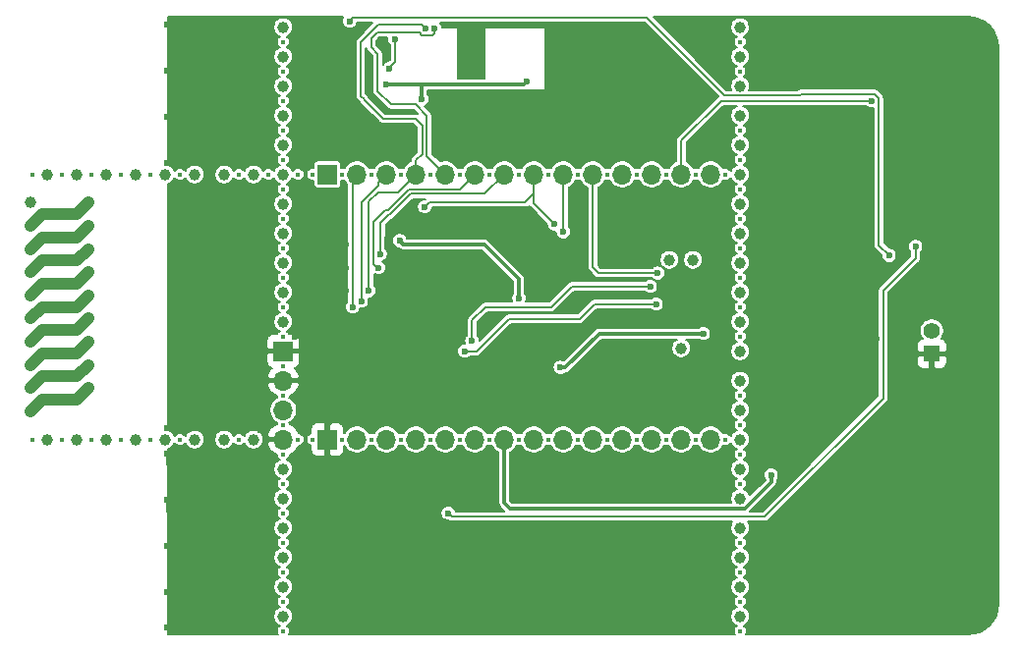
<source format=gbr>
G04 #@! TF.GenerationSoftware,KiCad,Pcbnew,(5.1.5-0-10_14)*
G04 #@! TF.CreationDate,2020-06-28T10:11:46+02:00*
G04 #@! TF.ProjectId,imcp-devkit,696d6370-2d64-4657-966b-69742e6b6963,rev?*
G04 #@! TF.SameCoordinates,Original*
G04 #@! TF.FileFunction,Copper,L2,Bot*
G04 #@! TF.FilePolarity,Positive*
%FSLAX46Y46*%
G04 Gerber Fmt 4.6, Leading zero omitted, Abs format (unit mm)*
G04 Created by KiCad (PCBNEW (5.1.5-0-10_14)) date 2020-06-28 10:11:46*
%MOMM*%
%LPD*%
G04 APERTURE LIST*
%ADD10C,1.000000*%
%ADD11R,1.700000X1.700000*%
%ADD12O,1.700000X1.700000*%
%ADD13C,1.000000*%
%ADD14C,0.400000*%
%ADD15R,1.400000X1.400000*%
%ADD16C,1.400000*%
%ADD17C,0.990600*%
%ADD18C,0.600000*%
%ADD19C,0.200000*%
%ADD20C,0.300000*%
G04 APERTURE END LIST*
D10*
X62208000Y-80390000D02*
X63208000Y-79390000D01*
X59208000Y-80390000D02*
X62208000Y-80390000D01*
X58208000Y-81390000D02*
X59208000Y-80390000D01*
X62208000Y-78390000D02*
X63208000Y-77390000D01*
X58208000Y-79390000D02*
X59208000Y-78390000D01*
X59208000Y-78390000D02*
X62208000Y-78390000D01*
X62208000Y-76390000D02*
X63208000Y-75390000D01*
X58208000Y-77390000D02*
X59208000Y-76390000D01*
X59208000Y-76390000D02*
X62208000Y-76390000D01*
X59208000Y-74390000D02*
X62208000Y-74390000D01*
X62208000Y-74390000D02*
X63208000Y-73390000D01*
X58208000Y-75390000D02*
X59208000Y-74390000D01*
X59208000Y-72390000D02*
X62208000Y-72390000D01*
X62208000Y-72390000D02*
X63208000Y-71390000D01*
X58208000Y-73390000D02*
X59208000Y-72390000D01*
X59208000Y-70390000D02*
X62208000Y-70390000D01*
X62208000Y-70390000D02*
X63208000Y-69390000D01*
X58208000Y-71390000D02*
X59208000Y-70390000D01*
X59208000Y-68390000D02*
X62208000Y-68390000D01*
X62208000Y-68390000D02*
X63208000Y-67390000D01*
X58208000Y-69390000D02*
X59208000Y-68390000D01*
X59208000Y-66390000D02*
X62208000Y-66390000D01*
X62208000Y-66390000D02*
X63208000Y-65390000D01*
X58208000Y-67390000D02*
X59208000Y-66390000D01*
X59208000Y-64390000D02*
X62208000Y-64390000D01*
X62208000Y-64390000D02*
X63208000Y-63390000D01*
X58208000Y-65390000D02*
X59208000Y-64390000D01*
D11*
X83820000Y-83820000D03*
D12*
X86360000Y-83820000D03*
X88900000Y-83820000D03*
X91440000Y-83820000D03*
X93980000Y-83820000D03*
X96520000Y-83820000D03*
X99060000Y-83820000D03*
X101600000Y-83820000D03*
X104140000Y-83820000D03*
X106680000Y-83820000D03*
X109220000Y-83820000D03*
X111760000Y-83820000D03*
X114300000Y-83820000D03*
X116840000Y-83820000D03*
X116840000Y-60960000D03*
X114300000Y-60960000D03*
X111760000Y-60960000D03*
X109220000Y-60960000D03*
X106680000Y-60960000D03*
X104140000Y-60960000D03*
X101600000Y-60960000D03*
X99060000Y-60960000D03*
X96520000Y-60960000D03*
X93980000Y-60960000D03*
X91440000Y-60960000D03*
X88900000Y-60960000D03*
X86360000Y-60960000D03*
D11*
X83820000Y-60960000D03*
D13*
X58208000Y-81390000D03*
X63208000Y-79390000D03*
X58208000Y-79390000D03*
X58208000Y-77390000D03*
X63208000Y-77390000D03*
X63208000Y-75390000D03*
X58208000Y-75390000D03*
X58208000Y-73390000D03*
X63208000Y-73390000D03*
X63208000Y-71390000D03*
X58208000Y-71390000D03*
X58208000Y-69390000D03*
X63208000Y-69390000D03*
X58208000Y-67390000D03*
X63208000Y-67390000D03*
X63208000Y-65390000D03*
X58208000Y-65390000D03*
X58208000Y-63390000D03*
X63208000Y-63390000D03*
D14*
X76200000Y-83820000D03*
X71120000Y-83820000D03*
X78740000Y-60960000D03*
X76200000Y-60960000D03*
D13*
X77470000Y-60960000D03*
X74930000Y-60960000D03*
X72390000Y-60960000D03*
X77470000Y-83820000D03*
X74930000Y-83820000D03*
X72390000Y-83820000D03*
D14*
X119380000Y-100330000D03*
X119380000Y-97790000D03*
X119380000Y-95250000D03*
X119380000Y-92710000D03*
X119380000Y-87630000D03*
X119380000Y-85090000D03*
X119380000Y-82550000D03*
X119380000Y-80010000D03*
X119380000Y-74930000D03*
X119380000Y-72390000D03*
X119380000Y-69850000D03*
X119380000Y-67310000D03*
X119380000Y-64770000D03*
X119380000Y-62230000D03*
X119380000Y-59690000D03*
X119380000Y-57150000D03*
X119380000Y-52070000D03*
X119380000Y-49530000D03*
X118110000Y-60960000D03*
X115570000Y-60960000D03*
X113030000Y-60960000D03*
X110490000Y-60960000D03*
X107950000Y-60960000D03*
X105410000Y-60960000D03*
X102870000Y-60960000D03*
X100330000Y-60960000D03*
X97790000Y-60960000D03*
X95250000Y-60960000D03*
X92710000Y-60960000D03*
X90170000Y-60960000D03*
X87630000Y-60960000D03*
X85090000Y-60960000D03*
X82550000Y-60960000D03*
X81280000Y-60960000D03*
X118110000Y-83820000D03*
X115570000Y-83820000D03*
X113030000Y-83820000D03*
X110490000Y-83820000D03*
X107950000Y-83820000D03*
X105410000Y-83820000D03*
X102870000Y-83820000D03*
X100330000Y-83820000D03*
X97790000Y-83820000D03*
X95250000Y-83820000D03*
X92710000Y-83820000D03*
X90170000Y-83820000D03*
X85090000Y-83820000D03*
X87630000Y-83820000D03*
X82550000Y-83820000D03*
X81280000Y-83820000D03*
X80010000Y-49530000D03*
X80010000Y-52070000D03*
X80010000Y-54610000D03*
X58420000Y-60960000D03*
X60960000Y-60960000D03*
X63500000Y-60960000D03*
X66040000Y-60960000D03*
X68580000Y-60960000D03*
X71120000Y-60960000D03*
X80010000Y-57150000D03*
X80010000Y-59690000D03*
X80010000Y-62230000D03*
X80010000Y-64770000D03*
X80010000Y-67310000D03*
X80010000Y-69850000D03*
X80010000Y-72390000D03*
X80010000Y-74930000D03*
X80010000Y-100330000D03*
X80010000Y-97790000D03*
X80010000Y-95250000D03*
X80010000Y-92710000D03*
X80010000Y-90170000D03*
X80010000Y-87630000D03*
X80010000Y-85090000D03*
X80010000Y-77470000D03*
X80010000Y-80010000D03*
X80010000Y-82550000D03*
X68580000Y-83820000D03*
X66040000Y-83820000D03*
X63500000Y-83820000D03*
X60960000Y-83820000D03*
X58420000Y-83820000D03*
D13*
X119380000Y-48260000D03*
X119380000Y-50800000D03*
X119380000Y-53340000D03*
X119380000Y-55880000D03*
X119380000Y-58420000D03*
X119380000Y-60960000D03*
X119380000Y-63500000D03*
X119380000Y-66040000D03*
X119380000Y-68580000D03*
X119380000Y-71120000D03*
X119380000Y-73660000D03*
X119380000Y-76200000D03*
X119380000Y-78740000D03*
X119380000Y-81280000D03*
X119380000Y-99060000D03*
X119380000Y-96520000D03*
X119380000Y-93980000D03*
X119380000Y-91440000D03*
X119380000Y-88900000D03*
X119380000Y-86360000D03*
X119380000Y-83820000D03*
X59690000Y-83820000D03*
X62230000Y-83820000D03*
X64770000Y-83820000D03*
X67310000Y-83820000D03*
X69850000Y-83820000D03*
X59690000Y-60960000D03*
X62230000Y-60960000D03*
X64770000Y-60960000D03*
X67310000Y-60960000D03*
X69850000Y-60960000D03*
X80010000Y-99060000D03*
X80010000Y-96520000D03*
X80010000Y-93980000D03*
X80010000Y-91440000D03*
X80010000Y-88900000D03*
X80010000Y-86360000D03*
X80010000Y-48260000D03*
X80010000Y-50800000D03*
X80010000Y-53340000D03*
X80010000Y-55880000D03*
X80010000Y-58420000D03*
X80010000Y-60960000D03*
X80010000Y-63500000D03*
X80010000Y-66040000D03*
X80010000Y-68580000D03*
X80010000Y-71120000D03*
X80010000Y-73660000D03*
D11*
X80010000Y-76200000D03*
D12*
X80010000Y-78740000D03*
X80010000Y-81280000D03*
X80010000Y-83820000D03*
D15*
X135890000Y-76438000D03*
D16*
X135890000Y-74438000D03*
D17*
X114300000Y-75946000D03*
X113284000Y-68326000D03*
X115316000Y-68326000D03*
D18*
X134747000Y-64770000D03*
X127863600Y-75133200D03*
X131089400Y-75133200D03*
X138836400Y-57454800D03*
X125730000Y-69088000D03*
X116205000Y-69469000D03*
X86995000Y-75946000D03*
X101727000Y-79121000D03*
X107061000Y-79248000D03*
X87503000Y-98044000D03*
X100203000Y-98044000D03*
X103886000Y-53721000D03*
X103886000Y-51816000D03*
X96266000Y-49220498D03*
X96254000Y-51550000D03*
X71000000Y-78000000D03*
X71000000Y-76000000D03*
X71000000Y-74000000D03*
X71000000Y-72000000D03*
X71000000Y-70000000D03*
X71000000Y-68000000D03*
X71000000Y-66000000D03*
X71000000Y-64000000D03*
X71000000Y-62000000D03*
X72000000Y-79000000D03*
X72000000Y-77000000D03*
X72000000Y-75000000D03*
X72000000Y-73000000D03*
X72000000Y-71000000D03*
X72000000Y-69000000D03*
X72000000Y-67000000D03*
X72000000Y-65000000D03*
X72000000Y-63000000D03*
X73000000Y-62000000D03*
X73000000Y-64000000D03*
X73000000Y-66000000D03*
X73000000Y-68000000D03*
X73000000Y-70000000D03*
X73000000Y-72000000D03*
X73000000Y-74000000D03*
X73000000Y-76000000D03*
X73000000Y-78000000D03*
X74000000Y-79000000D03*
X74000000Y-77000000D03*
X74000000Y-75000000D03*
X74000000Y-73000000D03*
X74000000Y-71000000D03*
X74000000Y-69000000D03*
X74000000Y-67000000D03*
X74000000Y-65000000D03*
X74000000Y-63000000D03*
X75000000Y-62000000D03*
X75000000Y-64000000D03*
X75000000Y-66000000D03*
X75000000Y-68000000D03*
X75000000Y-70000000D03*
X75000000Y-72000000D03*
X75000000Y-74000000D03*
X75000000Y-76000000D03*
X75000000Y-78000000D03*
X76000000Y-79000000D03*
X76000000Y-77000000D03*
X76000000Y-75000000D03*
X76000000Y-73000000D03*
X76000000Y-71000000D03*
X76000000Y-69000000D03*
X76000000Y-67000000D03*
X76000000Y-65000000D03*
X76000000Y-63000000D03*
X77000000Y-62000000D03*
X77000000Y-64000000D03*
X77000000Y-66000000D03*
X77000000Y-68000000D03*
X77000000Y-70000000D03*
X77000000Y-72000000D03*
X77000000Y-74000000D03*
X77000000Y-76000000D03*
X77000000Y-78000000D03*
X77740000Y-78740000D03*
X78000000Y-77000000D03*
X78000000Y-75000000D03*
X78000000Y-73000000D03*
X78000000Y-71000000D03*
X78000000Y-69000000D03*
X78000000Y-67000000D03*
X78000000Y-65000000D03*
X78000000Y-63000000D03*
X79000000Y-62000000D03*
X79000000Y-64000000D03*
X79000000Y-66000000D03*
X79000000Y-68000000D03*
X79000000Y-70000000D03*
X79000000Y-72000000D03*
X79000000Y-74000000D03*
X78012828Y-82980153D03*
X76000000Y-83000000D03*
X74000000Y-83000000D03*
X71960493Y-82916934D03*
X70029941Y-82836321D03*
X76000000Y-60000000D03*
X79000000Y-60000000D03*
X78000000Y-58000000D03*
X75000000Y-58000000D03*
X72000000Y-58000000D03*
X70000000Y-56000000D03*
X73000000Y-56000000D03*
X76000000Y-56000000D03*
X79000000Y-56000000D03*
X78000000Y-54000000D03*
X75000000Y-54000000D03*
X72000000Y-54000000D03*
X70000000Y-52000000D03*
X73000000Y-52000000D03*
X76000000Y-52000000D03*
X79000000Y-52000000D03*
X78000000Y-50000000D03*
X75000000Y-50000000D03*
X72000000Y-50000000D03*
X70000000Y-48000000D03*
X73000000Y-48000000D03*
X76000000Y-48000000D03*
X79000000Y-48000000D03*
X73000000Y-60000000D03*
X70004377Y-59971986D03*
X73000000Y-85000000D03*
X70000000Y-85000000D03*
X71000000Y-87000000D03*
X74000000Y-87000000D03*
X77000000Y-87000000D03*
X76000000Y-85000000D03*
X79000000Y-89000000D03*
X76000000Y-89000000D03*
X73000000Y-89000000D03*
X70000000Y-89000000D03*
X71000000Y-91000000D03*
X74000000Y-91000000D03*
X77000000Y-91000000D03*
X79000000Y-93000000D03*
X76000000Y-93000000D03*
X73000000Y-93000000D03*
X70000000Y-93000000D03*
X71000000Y-95000000D03*
X74000000Y-95000000D03*
X77000000Y-95000000D03*
X79000000Y-97000000D03*
X76000000Y-97000000D03*
X73000000Y-97000000D03*
X70000000Y-97000000D03*
X71000000Y-99000000D03*
X74000000Y-99000000D03*
X77000000Y-99000000D03*
X79000000Y-100000000D03*
X76000000Y-100000000D03*
X73000000Y-100000000D03*
X70000000Y-100000000D03*
X81000000Y-75000000D03*
X81000000Y-73000000D03*
X81002735Y-70999669D03*
X81000000Y-69000000D03*
X81000000Y-67000000D03*
X81000000Y-65000000D03*
X81000000Y-63000000D03*
X82000000Y-62000000D03*
X82000000Y-64000000D03*
X82000000Y-66000000D03*
X82000000Y-68000000D03*
X82000000Y-70000000D03*
X82000000Y-72000000D03*
X82000000Y-74000000D03*
X82000000Y-76000000D03*
X82000000Y-78000000D03*
X83000000Y-77000000D03*
X83000000Y-75000000D03*
X83000000Y-73000000D03*
X83000000Y-71000000D03*
X83000000Y-69000000D03*
X83000000Y-67000000D03*
X83000000Y-65000000D03*
X83000000Y-63000000D03*
X84500000Y-64000000D03*
X84500000Y-66000000D03*
X84500000Y-68000000D03*
X84500000Y-70000000D03*
X84500000Y-72000000D03*
X84627265Y-73872735D03*
X84500000Y-76000000D03*
X84500000Y-78000000D03*
X85500000Y-79000000D03*
X85500000Y-77000000D03*
X85442848Y-73040336D03*
X85379000Y-71000000D03*
X85379000Y-69000000D03*
X85379000Y-67000000D03*
X86500000Y-78000000D03*
X87500000Y-79000000D03*
X88500000Y-78000000D03*
X89500000Y-78000000D03*
X87500000Y-77000000D03*
X92500000Y-80000000D03*
X91000000Y-80000000D03*
X90000000Y-81000000D03*
X86500000Y-82000000D03*
X82000000Y-87000000D03*
X86000000Y-87000000D03*
X88000000Y-89000000D03*
X90194265Y-86805735D03*
X94000000Y-87000000D03*
X98000000Y-87000000D03*
X96000000Y-89000000D03*
X92194265Y-88805735D03*
X84000000Y-89000000D03*
X82000000Y-91000000D03*
X82000000Y-95000000D03*
X82000000Y-99000000D03*
X86000000Y-99000000D03*
X90000000Y-99000000D03*
X94000000Y-99000000D03*
X98000000Y-99000000D03*
X96000000Y-97000000D03*
X92000000Y-97000000D03*
X88000000Y-97000000D03*
X84000000Y-97000000D03*
X86000000Y-95000000D03*
X90000000Y-95000000D03*
X94000000Y-95000000D03*
X98000000Y-95000000D03*
X96000000Y-93000000D03*
X92000000Y-93000000D03*
X88000000Y-93000000D03*
X84000000Y-93000000D03*
X86000000Y-91000000D03*
X90000000Y-91000000D03*
X94000000Y-91000000D03*
X98000000Y-91069999D03*
X102000000Y-91069999D03*
X100000000Y-93000000D03*
X102000000Y-95000000D03*
X102000000Y-87000000D03*
X100000000Y-89000000D03*
X103000000Y-93000000D03*
X106000000Y-87000000D03*
X106000000Y-91069999D03*
X106000000Y-95000000D03*
X108000000Y-97000000D03*
X106000000Y-99000000D03*
X110000000Y-99000000D03*
X110000000Y-95000000D03*
X108000000Y-93000000D03*
X110000000Y-91069999D03*
X108000000Y-89000000D03*
X110000000Y-87000000D03*
X114000000Y-87000000D03*
X112000000Y-89000000D03*
X114000000Y-91069999D03*
X114000000Y-95000000D03*
X112000000Y-93000000D03*
X112000000Y-97000000D03*
X118000000Y-87000000D03*
X116000000Y-93000000D03*
X116000000Y-97000000D03*
X97000000Y-58000000D03*
X93000000Y-58000000D03*
X95000000Y-56000000D03*
X99000000Y-56000000D03*
X103000000Y-56000000D03*
X106000000Y-56000000D03*
X105000000Y-58000000D03*
X101000000Y-58000000D03*
X97000000Y-54000000D03*
X101000000Y-54000000D03*
X91000000Y-57000000D03*
X87044775Y-57192502D03*
X83000000Y-57000000D03*
X83000000Y-53000000D03*
X83000000Y-49000000D03*
X81000000Y-51000000D03*
X81000000Y-55000000D03*
X81000000Y-59000000D03*
X85000000Y-59000000D03*
X88000000Y-59000000D03*
X86000000Y-49000000D03*
X84500000Y-51000000D03*
X84500000Y-55000000D03*
X81000000Y-48000000D03*
X109000000Y-56000000D03*
X111500000Y-56000000D03*
X114500000Y-56000000D03*
X107500000Y-58000000D03*
X110500000Y-58000000D03*
X113500000Y-58000000D03*
X117000000Y-58000000D03*
X118000000Y-56000000D03*
X105500000Y-48052001D03*
X103500000Y-48052001D03*
X100500000Y-48052001D03*
X108500000Y-48052001D03*
X111000000Y-48052001D03*
X110000000Y-49500000D03*
X113000000Y-48000000D03*
X117000000Y-48000000D03*
X118500000Y-49000000D03*
X115500000Y-49000000D03*
X117000000Y-50500000D03*
X118500000Y-52000000D03*
X116531265Y-72531265D03*
X116500000Y-76500000D03*
X116500000Y-80500000D03*
X118000000Y-78000000D03*
X114500000Y-78000000D03*
X113000000Y-81000000D03*
X110000000Y-81500000D03*
X108000000Y-81500000D03*
X109500000Y-79500000D03*
X109500000Y-76500000D03*
X107000000Y-76500000D03*
X110000000Y-68000000D03*
X105500000Y-67500000D03*
X117000000Y-64000000D03*
X115487735Y-62987735D03*
X113000000Y-63000000D03*
X110500000Y-63000000D03*
X108000000Y-62500000D03*
X141000000Y-71000000D03*
X141000000Y-75000000D03*
X141000000Y-79000000D03*
X141000000Y-83000000D03*
X141000000Y-87000000D03*
X141000000Y-91000000D03*
X141000000Y-95000000D03*
X139000000Y-97000000D03*
X139000000Y-93000000D03*
X139000000Y-89000000D03*
X139000000Y-85000000D03*
X139000000Y-81000000D03*
X139000000Y-77000000D03*
X139000000Y-73000000D03*
X137000000Y-71000000D03*
X138000000Y-75000000D03*
X137000000Y-79000000D03*
X137000000Y-83000000D03*
X137000000Y-87000000D03*
X137000000Y-91000000D03*
X137000000Y-95000000D03*
X135000000Y-93000000D03*
X135000000Y-89000000D03*
X135000000Y-85000000D03*
X135000000Y-81000000D03*
X133000000Y-79000000D03*
X133000000Y-83000000D03*
X133000000Y-87000000D03*
X131000000Y-89000000D03*
X131000000Y-86000000D03*
X131000000Y-82000000D03*
X131000000Y-93000000D03*
X131000000Y-97000000D03*
X133000000Y-99000000D03*
X133000000Y-95000000D03*
X137000000Y-99000000D03*
X129000000Y-99000000D03*
X125000000Y-99000000D03*
X121000000Y-99000000D03*
X123000000Y-97000000D03*
X127000000Y-97000000D03*
X129000000Y-95000000D03*
X125000000Y-95000000D03*
X121000000Y-95000000D03*
X123000000Y-93000000D03*
X127000000Y-93000000D03*
X129000000Y-91000000D03*
X125000000Y-91000000D03*
X121000000Y-91069999D03*
X127000000Y-89000000D03*
X129000000Y-87000000D03*
X130000000Y-79000000D03*
X125000000Y-79000000D03*
X125000000Y-83000000D03*
X123000000Y-85000000D03*
X123000000Y-81000000D03*
X121000000Y-83000000D03*
X121000000Y-87000000D03*
X121000000Y-79000000D03*
X121000000Y-75000000D03*
X123000000Y-71000000D03*
X123007000Y-67000000D03*
X123000000Y-63000000D03*
X121000000Y-64000000D03*
X121000000Y-60000000D03*
X125000000Y-60000000D03*
X129000000Y-60000000D03*
X129000000Y-64000000D03*
X126000000Y-63000000D03*
X129000000Y-69000000D03*
X124000000Y-56000000D03*
X124000000Y-52000000D03*
X120075582Y-51991467D03*
X120302196Y-47873273D03*
X122000000Y-50000000D03*
X124000000Y-48000000D03*
X128000000Y-48000000D03*
X132000000Y-48000000D03*
X136000000Y-48000000D03*
X140000000Y-48000000D03*
X140000000Y-52000000D03*
X138000000Y-50000000D03*
X134000000Y-49000000D03*
X131000000Y-49928000D03*
X126000000Y-49000000D03*
X136000000Y-52000000D03*
X132000000Y-52000000D03*
X128000000Y-52000000D03*
X136000000Y-56000000D03*
X132000000Y-56000000D03*
X134000000Y-58000000D03*
X129000000Y-58000000D03*
X127000000Y-56000000D03*
X98793300Y-81470500D03*
X95491300Y-82270600D03*
X86042500Y-51803300D03*
X87414100Y-51193700D03*
X88179200Y-49682400D03*
X122047000Y-86868000D03*
X90043000Y-66675000D03*
X100330000Y-71628000D03*
X103886000Y-77597000D03*
X116205000Y-74676000D03*
X88900000Y-53213000D03*
X100965000Y-52959000D03*
X91948000Y-54483000D03*
X112268000Y-69469000D03*
X94234000Y-90170000D03*
X134493000Y-67183000D03*
X85725000Y-47752000D03*
X132207000Y-67945000D03*
X130683000Y-54610000D03*
X104140000Y-65913000D03*
X92202000Y-63754000D03*
X103378000Y-65243000D03*
X88376010Y-67818000D03*
X88219000Y-69007000D03*
X93040200Y-48345610D03*
X92227400Y-48345610D03*
X87376000Y-70993000D03*
X89636600Y-49326800D03*
X89154000Y-51841400D03*
X86741000Y-71882000D03*
X85979000Y-72390000D03*
X95631000Y-76200000D03*
X112141000Y-72136000D03*
X96266000Y-75311000D03*
X111633000Y-70612000D03*
D19*
X134747000Y-64770000D02*
X135509000Y-64008000D01*
X127863600Y-75133200D02*
X131089400Y-75133200D01*
X135509000Y-64008000D02*
X135509000Y-59055000D01*
X137109200Y-57454800D02*
X138836400Y-57454800D01*
X135509000Y-59055000D02*
X137109200Y-57454800D01*
X118237000Y-70104000D02*
X117983000Y-69850000D01*
X116205000Y-69469000D02*
X117221000Y-69469000D01*
X125730000Y-74549000D02*
X125730000Y-69088000D01*
X122809000Y-77470000D02*
X125730000Y-74549000D01*
X118618000Y-77470000D02*
X122809000Y-77470000D01*
X118237000Y-70104000D02*
X118237000Y-77089000D01*
X117602000Y-69469000D02*
X118237000Y-70104000D01*
X118237000Y-77089000D02*
X118618000Y-77470000D01*
X117221000Y-69469000D02*
X117602000Y-69469000D01*
X83820000Y-82770000D02*
X85471000Y-81119000D01*
X83820000Y-83820000D02*
X83820000Y-82770000D01*
X85471000Y-77470000D02*
X86995000Y-75946000D01*
X86995000Y-75946000D02*
X92075000Y-75946000D01*
X92075000Y-75946000D02*
X94615000Y-78486000D01*
X101092000Y-78486000D02*
X101727000Y-79121000D01*
X106934000Y-79121000D02*
X107061000Y-79248000D01*
X101727000Y-79121000D02*
X106934000Y-79121000D01*
X87503000Y-98044000D02*
X100203000Y-98044000D01*
X103886000Y-53721000D02*
X103886000Y-51816000D01*
X96266000Y-49220498D02*
X96266000Y-51562000D01*
X96266000Y-51562000D02*
X96254000Y-51550000D01*
X71000000Y-78000000D02*
X71000000Y-76000000D01*
X71000000Y-74000000D02*
X71000000Y-72000000D01*
X71000000Y-70000000D02*
X71000000Y-68000000D01*
X71000000Y-66000000D02*
X71000000Y-64000000D01*
X71000000Y-78000000D02*
X72000000Y-79000000D01*
X72000000Y-77000000D02*
X72000000Y-75000000D01*
X72000000Y-73000000D02*
X72000000Y-71000000D01*
X72000000Y-69000000D02*
X72000000Y-67000000D01*
X72000000Y-65000000D02*
X72000000Y-63000000D01*
X73000000Y-62000000D02*
X73000000Y-64000000D01*
X73000000Y-66000000D02*
X73000000Y-68000000D01*
X73000000Y-70000000D02*
X73000000Y-72000000D01*
X73000000Y-74000000D02*
X73000000Y-76000000D01*
X73000000Y-78000000D02*
X74000000Y-79000000D01*
X74000000Y-77000000D02*
X74000000Y-75000000D01*
X74000000Y-73000000D02*
X74000000Y-71000000D01*
X74000000Y-69000000D02*
X74000000Y-67000000D01*
X74000000Y-65000000D02*
X74000000Y-63000000D01*
X75000000Y-62000000D02*
X75000000Y-64000000D01*
X75000000Y-66000000D02*
X75000000Y-68000000D01*
X75000000Y-70000000D02*
X75000000Y-72000000D01*
X75000000Y-74000000D02*
X75000000Y-76000000D01*
X75000000Y-78000000D02*
X76000000Y-79000000D01*
X76000000Y-77000000D02*
X76000000Y-75000000D01*
X76000000Y-73000000D02*
X76000000Y-71000000D01*
X76000000Y-69000000D02*
X76000000Y-67000000D01*
X76000000Y-65000000D02*
X76000000Y-63000000D01*
X77000000Y-62000000D02*
X77000000Y-64000000D01*
X77000000Y-66000000D02*
X77000000Y-68000000D01*
X77000000Y-70000000D02*
X77000000Y-72000000D01*
X77000000Y-74000000D02*
X77000000Y-76000000D01*
X77000000Y-78000000D02*
X77740000Y-78740000D01*
X77740000Y-77260000D02*
X78000000Y-77000000D01*
X77740000Y-78740000D02*
X77740000Y-77260000D01*
X78000000Y-75000000D02*
X78000000Y-73000000D01*
X78000000Y-71000000D02*
X78000000Y-69000000D01*
X78000000Y-67000000D02*
X78000000Y-65000000D01*
X78000000Y-63000000D02*
X79000000Y-62000000D01*
X79000000Y-64000000D02*
X79000000Y-66000000D01*
X79000000Y-68000000D02*
X79000000Y-70000000D01*
X79000000Y-72000000D02*
X79000000Y-74000000D01*
X76019847Y-82980153D02*
X76000000Y-83000000D01*
X78012828Y-82980153D02*
X76019847Y-82980153D01*
X72043559Y-83000000D02*
X71960493Y-82916934D01*
X74000000Y-83000000D02*
X72043559Y-83000000D01*
X74000000Y-60705998D02*
X74705998Y-60000000D01*
X74000000Y-63000000D02*
X74000000Y-60705998D01*
X79000000Y-59000000D02*
X78000000Y-58000000D01*
X79000000Y-60000000D02*
X79000000Y-59000000D01*
X75000000Y-58000000D02*
X72000000Y-58000000D01*
X73000000Y-56000000D02*
X76000000Y-56000000D01*
X79000000Y-55000000D02*
X78000000Y-54000000D01*
X79000000Y-56000000D02*
X79000000Y-55000000D01*
X75000000Y-54000000D02*
X72000000Y-54000000D01*
X73000000Y-52000000D02*
X76000000Y-52000000D01*
X79000000Y-51000000D02*
X78000000Y-50000000D01*
X79000000Y-52000000D02*
X79000000Y-51000000D01*
X75000000Y-50000000D02*
X72000000Y-50000000D01*
X73000000Y-48000000D02*
X76000000Y-48000000D01*
X75000000Y-60000000D02*
X73000000Y-60000000D01*
X74705998Y-60000000D02*
X75000000Y-60000000D01*
X75000000Y-60000000D02*
X76000000Y-60000000D01*
X74000000Y-84000000D02*
X73000000Y-85000000D01*
X74000000Y-83000000D02*
X74000000Y-84000000D01*
X70000000Y-86000000D02*
X71000000Y-87000000D01*
X70000000Y-85000000D02*
X70000000Y-86000000D01*
X74000000Y-87000000D02*
X77000000Y-87000000D01*
X77000000Y-87000000D02*
X79000000Y-89000000D01*
X76000000Y-89000000D02*
X73000000Y-89000000D01*
X70000000Y-90000000D02*
X71000000Y-91000000D01*
X70000000Y-89000000D02*
X70000000Y-90000000D01*
X74000000Y-91000000D02*
X77000000Y-91000000D01*
X79000000Y-93000000D02*
X76000000Y-93000000D01*
X73000000Y-93000000D02*
X70000000Y-93000000D01*
X71000000Y-95000000D02*
X74000000Y-95000000D01*
X77000000Y-95000000D02*
X79000000Y-97000000D01*
X76000000Y-97000000D02*
X73000000Y-97000000D01*
X71000000Y-99000000D02*
X74000000Y-99000000D01*
X77000000Y-99000000D02*
X78000000Y-99000000D01*
X78000000Y-99000000D02*
X79000000Y-100000000D01*
X73000000Y-100000000D02*
X70000000Y-100000000D01*
X81000000Y-75000000D02*
X81000000Y-73000000D01*
X81002735Y-69002735D02*
X81000000Y-69000000D01*
X81002735Y-70999669D02*
X81002735Y-69002735D01*
X81000000Y-67000000D02*
X81000000Y-65000000D01*
X81000000Y-63000000D02*
X82000000Y-62000000D01*
X82000000Y-64000000D02*
X82000000Y-66000000D01*
X82000000Y-68000000D02*
X82000000Y-70000000D01*
X82000000Y-72000000D02*
X82000000Y-74000000D01*
X82000000Y-76000000D02*
X82000000Y-78000000D01*
X83000000Y-77000000D02*
X83000000Y-75000000D01*
X83000000Y-73000000D02*
X83000000Y-71000000D01*
X83000000Y-69000000D02*
X83000000Y-67000000D01*
X83000000Y-65000000D02*
X83000000Y-63000000D01*
X83500000Y-63000000D02*
X84500000Y-64000000D01*
X83000000Y-63000000D02*
X83500000Y-63000000D01*
X84500000Y-66000000D02*
X84500000Y-68000000D01*
X84500000Y-70000000D02*
X84500000Y-72000000D01*
X84627265Y-75872735D02*
X84500000Y-76000000D01*
X84627265Y-73872735D02*
X84627265Y-75872735D01*
X84500000Y-78000000D02*
X85500000Y-79000000D01*
X85500000Y-79000000D02*
X85471000Y-77470000D01*
X85471000Y-81119000D02*
X85500000Y-79000000D01*
X85500000Y-79000000D02*
X85500000Y-77000000D01*
X85500000Y-73097488D02*
X85442848Y-73040336D01*
X85500000Y-77000000D02*
X85500000Y-73097488D01*
X85379000Y-71000000D02*
X85379000Y-69000000D01*
X85500000Y-79000000D02*
X86500000Y-78000000D01*
X87500000Y-79000000D02*
X88500000Y-78000000D01*
X88500000Y-78000000D02*
X87500000Y-77000000D01*
X89500000Y-78000000D02*
X88500000Y-78000000D01*
X92500000Y-80000000D02*
X91000000Y-80000000D01*
X82000000Y-87000000D02*
X86000000Y-87000000D01*
X88000000Y-89000000D02*
X90194265Y-86805735D01*
X94000000Y-87000000D02*
X98000000Y-87000000D01*
X92388530Y-89000000D02*
X92194265Y-88805735D01*
X96000000Y-89000000D02*
X92388530Y-89000000D01*
X84000000Y-89000000D02*
X82000000Y-91000000D01*
X82000000Y-95000000D02*
X82000000Y-99000000D01*
X86000000Y-99000000D02*
X90000000Y-99000000D01*
X94000000Y-99000000D02*
X98000000Y-99000000D01*
X96000000Y-97000000D02*
X92000000Y-97000000D01*
X88000000Y-97000000D02*
X84000000Y-97000000D01*
X84000000Y-97000000D02*
X86000000Y-95000000D01*
X90000000Y-95000000D02*
X94000000Y-95000000D01*
X98000000Y-95000000D02*
X96000000Y-93000000D01*
X92000000Y-93000000D02*
X88000000Y-93000000D01*
X84000000Y-93000000D02*
X86000000Y-91000000D01*
X90000000Y-91000000D02*
X94000000Y-91000000D01*
X98000000Y-91069999D02*
X102000000Y-91069999D01*
X100000000Y-93000000D02*
X102000000Y-95000000D01*
X102000000Y-87000000D02*
X100000000Y-89000000D01*
X102000000Y-87000000D02*
X106000000Y-87000000D01*
X106000000Y-91069999D02*
X106000000Y-95000000D01*
X108000000Y-97000000D02*
X106000000Y-99000000D01*
X110000000Y-99000000D02*
X110000000Y-95000000D01*
X109930001Y-91069999D02*
X110000000Y-91069999D01*
X108000000Y-93000000D02*
X109930001Y-91069999D01*
X108000000Y-89000000D02*
X110000000Y-87000000D01*
X114000000Y-87000000D02*
X112000000Y-89000000D01*
X114000000Y-91069999D02*
X114000000Y-95000000D01*
X112000000Y-93000000D02*
X112000000Y-97000000D01*
X114000000Y-87000000D02*
X118000000Y-87000000D01*
X116000000Y-93000000D02*
X116000000Y-97000000D01*
X97000000Y-58000000D02*
X93000000Y-58000000D01*
X95000000Y-56000000D02*
X99000000Y-56000000D01*
X103000000Y-56000000D02*
X106000000Y-56000000D01*
X105000000Y-58000000D02*
X101000000Y-58000000D01*
X97000000Y-54000000D02*
X101000000Y-54000000D01*
X87237277Y-57000000D02*
X87044775Y-57192502D01*
X91000000Y-57000000D02*
X87237277Y-57000000D01*
X83192502Y-57192502D02*
X83000000Y-57000000D01*
X87044775Y-57192502D02*
X83192502Y-57192502D01*
X83000000Y-53000000D02*
X83000000Y-49000000D01*
X81000000Y-51000000D02*
X81000000Y-55000000D01*
X81000000Y-59000000D02*
X85000000Y-59000000D01*
X85000000Y-59000000D02*
X88000000Y-59000000D01*
X83000000Y-49000000D02*
X86000000Y-49000000D01*
X84500000Y-51000000D02*
X84500000Y-55000000D01*
X106000000Y-56000000D02*
X109000000Y-56000000D01*
X111500000Y-56000000D02*
X114500000Y-56000000D01*
X105000000Y-58000000D02*
X107500000Y-58000000D01*
X110500000Y-58000000D02*
X113500000Y-58000000D01*
X117000000Y-57000000D02*
X118000000Y-56000000D01*
X117000000Y-58000000D02*
X117000000Y-57000000D01*
X105500000Y-48052001D02*
X103500000Y-48052001D01*
X105500000Y-48052001D02*
X108500000Y-48052001D01*
X111000000Y-48500000D02*
X110000000Y-49500000D01*
X111000000Y-48052001D02*
X111000000Y-48500000D01*
X113000000Y-48000000D02*
X117000000Y-48000000D01*
X118500000Y-49000000D02*
X115500000Y-49000000D01*
X117000000Y-50500000D02*
X118500000Y-52000000D01*
X116205000Y-72205000D02*
X116531265Y-72531265D01*
X116205000Y-69469000D02*
X116205000Y-72205000D01*
X116531265Y-72531265D02*
X117000000Y-73000000D01*
X117000000Y-76000000D02*
X116500000Y-76500000D01*
X117000000Y-73000000D02*
X117000000Y-76000000D01*
X116500000Y-79500000D02*
X118000000Y-78000000D01*
X116500000Y-80500000D02*
X116500000Y-79500000D01*
X113000000Y-79500000D02*
X113000000Y-81000000D01*
X114500000Y-78000000D02*
X113000000Y-79500000D01*
X110500000Y-81000000D02*
X110000000Y-81500000D01*
X113000000Y-81000000D02*
X110500000Y-81000000D01*
X110000000Y-81500000D02*
X108000000Y-81500000D01*
X109500000Y-79500000D02*
X109500000Y-76500000D01*
X116205000Y-68037954D02*
X115167046Y-67000000D01*
X116205000Y-69469000D02*
X116205000Y-68037954D01*
X111000000Y-67000000D02*
X110000000Y-68000000D01*
X115167046Y-67000000D02*
X111000000Y-67000000D01*
X116205000Y-66705000D02*
X115500000Y-66000000D01*
X116205000Y-69469000D02*
X116205000Y-66705000D01*
X115500000Y-65500000D02*
X117000000Y-64000000D01*
X115500000Y-66000000D02*
X115500000Y-65500000D01*
X116500000Y-64000000D02*
X115487735Y-62987735D01*
X117000000Y-64000000D02*
X116500000Y-64000000D01*
X113012265Y-62987735D02*
X113000000Y-63000000D01*
X115487735Y-62987735D02*
X113012265Y-62987735D01*
X113000000Y-63000000D02*
X110500000Y-63000000D01*
X108500000Y-63000000D02*
X108000000Y-62500000D01*
X110500000Y-63000000D02*
X108500000Y-63000000D01*
X141000000Y-71000000D02*
X141000000Y-75000000D01*
X141000000Y-79000000D02*
X141000000Y-83000000D01*
X141000000Y-87000000D02*
X141000000Y-91000000D01*
X139000000Y-97000000D02*
X139000000Y-93000000D01*
X139000000Y-89000000D02*
X139000000Y-85000000D01*
X139000000Y-81000000D02*
X139000000Y-77000000D01*
X139000000Y-73000000D02*
X137000000Y-71000000D01*
X139000000Y-76000000D02*
X138000000Y-75000000D01*
X139000000Y-77000000D02*
X139000000Y-76000000D01*
X137000000Y-79000000D02*
X137000000Y-83000000D01*
X137000000Y-87000000D02*
X137000000Y-91000000D01*
X137000000Y-95000000D02*
X135000000Y-93000000D01*
X135000000Y-93000000D02*
X135000000Y-89000000D01*
X135000000Y-85000000D02*
X135000000Y-81000000D01*
X133000000Y-79000000D02*
X133000000Y-83000000D01*
X133000000Y-83000000D02*
X133000000Y-87000000D01*
X131000000Y-89000000D02*
X131000000Y-86000000D01*
X135000000Y-93000000D02*
X131000000Y-93000000D01*
X131000000Y-97000000D02*
X133000000Y-99000000D01*
X133000000Y-99000000D02*
X137000000Y-99000000D01*
X129000000Y-99000000D02*
X125000000Y-99000000D01*
X121000000Y-99000000D02*
X123000000Y-97000000D01*
X127000000Y-97000000D02*
X129000000Y-95000000D01*
X125000000Y-95000000D02*
X121000000Y-95000000D01*
X123000000Y-93000000D02*
X127000000Y-93000000D01*
X129000000Y-91000000D02*
X125000000Y-91000000D01*
X131000000Y-89000000D02*
X127000000Y-89000000D01*
X130000000Y-79000000D02*
X125000000Y-79000000D01*
X125000000Y-83000000D02*
X123000000Y-85000000D01*
X123000000Y-81000000D02*
X121000000Y-83000000D01*
X121000000Y-83000000D02*
X121000000Y-79000000D01*
X121000000Y-73000000D02*
X123000000Y-71000000D01*
X121000000Y-75000000D02*
X121000000Y-73000000D01*
X123007000Y-63007000D02*
X123000000Y-63000000D01*
X123007000Y-67000000D02*
X123007000Y-63007000D01*
X121000000Y-64000000D02*
X121000000Y-60000000D01*
X121000000Y-60000000D02*
X125000000Y-60000000D01*
X129000000Y-60000000D02*
X129000000Y-64000000D01*
X129000000Y-66000000D02*
X129000000Y-69000000D01*
X126000000Y-63000000D02*
X129000000Y-66000000D01*
X125000000Y-57000000D02*
X124000000Y-56000000D01*
X125000000Y-60000000D02*
X125000000Y-57000000D01*
X120084115Y-52000000D02*
X120075582Y-51991467D01*
X124000000Y-52000000D02*
X120084115Y-52000000D01*
X122000000Y-49571077D02*
X122000000Y-50000000D01*
X120302196Y-47873273D02*
X122000000Y-49571077D01*
X124000000Y-48000000D02*
X128000000Y-48000000D01*
X132000000Y-48000000D02*
X136000000Y-48000000D01*
X140000000Y-48000000D02*
X140000000Y-52000000D01*
X137000000Y-49000000D02*
X134000000Y-49000000D01*
X138000000Y-50000000D02*
X137000000Y-49000000D01*
X130072000Y-49000000D02*
X126000000Y-49000000D01*
X131000000Y-49928000D02*
X130072000Y-49000000D01*
X132000000Y-52000000D02*
X128000000Y-52000000D01*
X136000000Y-52000000D02*
X136000000Y-56000000D01*
X132000000Y-56000000D02*
X134000000Y-58000000D01*
X129000000Y-58000000D02*
X127000000Y-56000000D01*
X99187000Y-78486000D02*
X99187000Y-81076800D01*
X99187000Y-81076800D02*
X98793300Y-81470500D01*
X94615000Y-78486000D02*
X99187000Y-78486000D01*
X99187000Y-78486000D02*
X101092000Y-78486000D01*
X96291400Y-81470500D02*
X95491300Y-82270600D01*
X98793300Y-81470500D02*
X96291400Y-81470500D01*
X85239200Y-51000000D02*
X86042500Y-51803300D01*
X84500000Y-51000000D02*
X85239200Y-51000000D01*
D20*
X119788001Y-89750001D02*
X99529001Y-89750001D01*
X122047000Y-87491002D02*
X119788001Y-89750001D01*
X122047000Y-86868000D02*
X122047000Y-87491002D01*
X99060000Y-89281000D02*
X99060000Y-83820000D01*
X99529001Y-89750001D02*
X99060000Y-89281000D01*
X90342999Y-66974999D02*
X97327999Y-66974999D01*
X90043000Y-66675000D02*
X90342999Y-66974999D01*
X100330000Y-69977000D02*
X100330000Y-71628000D01*
X97327999Y-66974999D02*
X100330000Y-69977000D01*
X104310264Y-77597000D02*
X107231264Y-74676000D01*
X103886000Y-77597000D02*
X104310264Y-77597000D01*
X107231264Y-74676000D02*
X116205000Y-74676000D01*
X100711000Y-53213000D02*
X100965000Y-52959000D01*
X91948000Y-53340000D02*
X92075000Y-53213000D01*
X91948000Y-54483000D02*
X91948000Y-53340000D01*
X92075000Y-53213000D02*
X100711000Y-53213000D01*
X88900000Y-53213000D02*
X92075000Y-53213000D01*
D19*
X106680000Y-60960000D02*
X106680000Y-63500000D01*
X106680000Y-63500000D02*
X106680000Y-68961000D01*
X106680000Y-68961000D02*
X107188000Y-69469000D01*
X107188000Y-69469000D02*
X112268000Y-69469000D01*
X94533999Y-90469999D02*
X121493001Y-90469999D01*
X94234000Y-90170000D02*
X94533999Y-90469999D01*
X131689401Y-80273599D02*
X131689401Y-71002599D01*
X121493001Y-90469999D02*
X131689401Y-80273599D01*
X134493000Y-68199000D02*
X134493000Y-67183000D01*
X131689401Y-71002599D02*
X134493000Y-68199000D01*
X86024999Y-47452001D02*
X111333001Y-47452001D01*
X85725000Y-47752000D02*
X86024999Y-47452001D01*
X130971001Y-54009999D02*
X131318000Y-54356998D01*
X124628003Y-54009999D02*
X130971001Y-54009999D01*
X118021001Y-54140001D02*
X124498001Y-54140001D01*
X124498001Y-54140001D02*
X124628003Y-54009999D01*
X111333001Y-47452001D02*
X118021001Y-54140001D01*
X131318000Y-67056000D02*
X132207000Y-67945000D01*
X131318000Y-54356998D02*
X131318000Y-67056000D01*
X130683000Y-54610000D02*
X117729000Y-54610000D01*
X114300000Y-58039000D02*
X114300000Y-60960000D01*
X117729000Y-54610000D02*
X114300000Y-58039000D01*
X104140000Y-60960000D02*
X104140000Y-64643000D01*
X104140000Y-64643000D02*
X104140000Y-65913000D01*
X92202000Y-63754000D02*
X92583000Y-63373000D01*
X92583000Y-63373000D02*
X100838000Y-63373000D01*
X101600000Y-62611000D02*
X101600000Y-60960000D01*
X100838000Y-63373000D02*
X101600000Y-62611000D01*
X101600000Y-63465000D02*
X103378000Y-65243000D01*
X101600000Y-60960000D02*
X101600000Y-63465000D01*
X97389990Y-62630010D02*
X99060000Y-60960000D01*
X90970688Y-62630010D02*
X97389990Y-62630010D01*
X89195709Y-64404990D02*
X90970688Y-62630010D01*
X89138010Y-64404990D02*
X88392000Y-65151000D01*
X89195709Y-64404990D02*
X89138010Y-64404990D01*
X88376010Y-67818000D02*
X88392000Y-65151000D01*
X95250000Y-62230000D02*
X96520000Y-60960000D01*
X87776010Y-68726010D02*
X87776010Y-65043010D01*
X89030018Y-64004982D02*
X90805000Y-62230000D01*
X87776010Y-65043010D02*
X88814038Y-64004982D01*
X88814038Y-64004982D02*
X89030018Y-64004982D01*
X90805000Y-62230000D02*
X95250000Y-62230000D01*
X88138000Y-69088000D02*
X87776010Y-68726010D01*
X88138000Y-69088000D02*
X88219000Y-69007000D01*
X93040200Y-48769874D02*
X93040200Y-48345610D01*
X92864463Y-48945611D02*
X93040200Y-48769874D01*
X91939399Y-48945611D02*
X92864463Y-48945611D01*
X91720587Y-48726799D02*
X91939399Y-48945611D01*
X88198399Y-48726799D02*
X91720587Y-48726799D01*
X88154149Y-48682549D02*
X88198399Y-48726799D01*
X88150700Y-53784500D02*
X88150700Y-50546000D01*
X87579200Y-49257498D02*
X88154149Y-48682549D01*
X92392500Y-55905400D02*
X91401900Y-54914800D01*
X87579200Y-49974500D02*
X87579200Y-49257498D01*
X88150700Y-50546000D02*
X87579200Y-49974500D01*
X89281000Y-54914800D02*
X88150700Y-53784500D01*
X91401900Y-54914800D02*
X89281000Y-54914800D01*
X92392500Y-59372500D02*
X92392500Y-55905400D01*
X93980000Y-60960000D02*
X92392500Y-59372500D01*
X87376000Y-70993000D02*
X87376000Y-63303698D01*
X87376000Y-63303698D02*
X88195698Y-62484000D01*
X89916000Y-62484000D02*
X91440000Y-60960000D01*
X88195698Y-62484000D02*
X89916000Y-62484000D01*
X90436700Y-56159400D02*
X91389200Y-56159400D01*
X90436700Y-56159400D02*
X90614500Y-56159400D01*
X91389200Y-56159400D02*
X91992490Y-56762690D01*
X91440000Y-59757919D02*
X91440000Y-60960000D01*
X91992490Y-59205429D02*
X91440000Y-59757919D01*
X91992490Y-56762690D02*
X91992490Y-59205429D01*
X88225389Y-48045611D02*
X91927401Y-48045611D01*
X91927401Y-48045611D02*
X92227400Y-48345610D01*
X86690200Y-54190900D02*
X86690200Y-49580800D01*
X86995000Y-54495700D02*
X86690200Y-54190900D01*
X86690200Y-49580800D02*
X88225389Y-48045611D01*
X86995000Y-54521100D02*
X86995000Y-54495700D01*
X88633300Y-56159400D02*
X86995000Y-54521100D01*
X90436700Y-56159400D02*
X88633300Y-56159400D01*
X89636600Y-49326800D02*
X89636600Y-51257200D01*
X89154000Y-51739800D02*
X89154000Y-51841400D01*
X89636600Y-51257200D02*
X89154000Y-51739800D01*
X86741000Y-71882000D02*
X86741000Y-63373000D01*
X88201500Y-61912500D02*
X86741000Y-63373000D01*
X88201500Y-61658500D02*
X88201500Y-61912500D01*
X88201500Y-61658500D02*
X88900000Y-60960000D01*
X85979000Y-61341000D02*
X86360000Y-60960000D01*
X85979000Y-72390000D02*
X85979000Y-61341000D01*
X112014000Y-72263000D02*
X112141000Y-72136000D01*
X95631000Y-76200000D02*
X96647000Y-76200000D01*
X96647000Y-76200000D02*
X99441000Y-73406000D01*
X99441000Y-73406000D02*
X105537000Y-73406000D01*
X106807000Y-72136000D02*
X112141000Y-72136000D01*
X105537000Y-73406000D02*
X106807000Y-72136000D01*
X96266000Y-75311000D02*
X96266000Y-73533000D01*
X96266000Y-73533000D02*
X97409000Y-72390000D01*
X97409000Y-72390000D02*
X103124000Y-72390000D01*
X104902000Y-70612000D02*
X111633000Y-70612000D01*
X103124000Y-72390000D02*
X104902000Y-70612000D01*
G36*
X85145433Y-47442215D02*
G01*
X85096133Y-47561235D01*
X85071000Y-47687587D01*
X85071000Y-47816413D01*
X85096133Y-47942765D01*
X85145433Y-48061785D01*
X85217005Y-48168900D01*
X85308100Y-48259995D01*
X85415215Y-48331567D01*
X85534235Y-48380867D01*
X85660587Y-48406000D01*
X85789413Y-48406000D01*
X85915765Y-48380867D01*
X86034785Y-48331567D01*
X86141900Y-48259995D01*
X86232995Y-48168900D01*
X86304567Y-48061785D01*
X86353867Y-47942765D01*
X86361180Y-47906001D01*
X87722946Y-47906001D01*
X86384938Y-49244010D01*
X86367622Y-49258221D01*
X86310888Y-49327351D01*
X86294961Y-49357149D01*
X86268730Y-49406222D01*
X86242770Y-49491801D01*
X86234005Y-49580800D01*
X86236201Y-49603098D01*
X86236200Y-54168612D01*
X86234005Y-54190900D01*
X86236200Y-54213188D01*
X86236200Y-54213194D01*
X86241150Y-54263447D01*
X86242770Y-54279899D01*
X86253497Y-54315260D01*
X86268730Y-54365478D01*
X86310887Y-54444348D01*
X86367621Y-54513479D01*
X86384943Y-54527695D01*
X86597189Y-54739941D01*
X86615687Y-54774548D01*
X86672421Y-54843679D01*
X86689742Y-54857894D01*
X88296508Y-56464661D01*
X88310721Y-56481979D01*
X88328037Y-56496190D01*
X88328038Y-56496191D01*
X88343941Y-56509242D01*
X88379851Y-56538713D01*
X88458721Y-56580870D01*
X88544300Y-56606830D01*
X88553601Y-56607746D01*
X88611005Y-56613400D01*
X88611011Y-56613400D01*
X88633299Y-56615595D01*
X88655587Y-56613400D01*
X91201148Y-56613400D01*
X91538490Y-56950743D01*
X91538491Y-59017375D01*
X91134742Y-59421125D01*
X91117421Y-59435340D01*
X91060687Y-59504471D01*
X91018531Y-59583340D01*
X91018530Y-59583341D01*
X91005606Y-59625948D01*
X90992570Y-59668921D01*
X90986000Y-59735625D01*
X90986000Y-59735631D01*
X90983805Y-59757919D01*
X90986000Y-59780207D01*
X90986000Y-59844853D01*
X90869692Y-59893029D01*
X90672495Y-60024792D01*
X90504792Y-60192495D01*
X90373029Y-60389692D01*
X90353669Y-60436432D01*
X90331596Y-60427289D01*
X90224564Y-60406000D01*
X90115436Y-60406000D01*
X90008404Y-60427289D01*
X89986331Y-60436432D01*
X89966971Y-60389692D01*
X89835208Y-60192495D01*
X89667505Y-60024792D01*
X89470308Y-59893029D01*
X89251194Y-59802269D01*
X89018584Y-59756000D01*
X88781416Y-59756000D01*
X88548806Y-59802269D01*
X88329692Y-59893029D01*
X88132495Y-60024792D01*
X87964792Y-60192495D01*
X87833029Y-60389692D01*
X87813669Y-60436432D01*
X87791596Y-60427289D01*
X87684564Y-60406000D01*
X87575436Y-60406000D01*
X87468404Y-60427289D01*
X87446331Y-60436432D01*
X87426971Y-60389692D01*
X87295208Y-60192495D01*
X87127505Y-60024792D01*
X86930308Y-59893029D01*
X86711194Y-59802269D01*
X86478584Y-59756000D01*
X86241416Y-59756000D01*
X86008806Y-59802269D01*
X85789692Y-59893029D01*
X85592495Y-60024792D01*
X85424792Y-60192495D01*
X85293029Y-60389692D01*
X85273669Y-60436432D01*
X85251596Y-60427289D01*
X85144564Y-60406000D01*
X85035436Y-60406000D01*
X85025712Y-60407934D01*
X85025712Y-60110000D01*
X85018877Y-60040604D01*
X84998635Y-59973875D01*
X84965764Y-59912377D01*
X84921526Y-59858474D01*
X84867623Y-59814236D01*
X84806125Y-59781365D01*
X84739396Y-59761123D01*
X84670000Y-59754288D01*
X82970000Y-59754288D01*
X82900604Y-59761123D01*
X82833875Y-59781365D01*
X82772377Y-59814236D01*
X82718474Y-59858474D01*
X82674236Y-59912377D01*
X82641365Y-59973875D01*
X82621123Y-60040604D01*
X82614288Y-60110000D01*
X82614288Y-60407934D01*
X82604564Y-60406000D01*
X82495436Y-60406000D01*
X82388404Y-60427289D01*
X82287582Y-60469051D01*
X82196845Y-60529680D01*
X82119680Y-60606845D01*
X82059051Y-60697582D01*
X82017289Y-60798404D01*
X81996000Y-60905436D01*
X81996000Y-61014564D01*
X82017289Y-61121596D01*
X82059051Y-61222418D01*
X82119680Y-61313155D01*
X82196845Y-61390320D01*
X82287582Y-61450949D01*
X82388404Y-61492711D01*
X82495436Y-61514000D01*
X82604564Y-61514000D01*
X82614288Y-61512066D01*
X82614288Y-61810000D01*
X82621123Y-61879396D01*
X82641365Y-61946125D01*
X82674236Y-62007623D01*
X82718474Y-62061526D01*
X82772377Y-62105764D01*
X82833875Y-62138635D01*
X82900604Y-62158877D01*
X82970000Y-62165712D01*
X84670000Y-62165712D01*
X84739396Y-62158877D01*
X84806125Y-62138635D01*
X84867623Y-62105764D01*
X84921526Y-62061526D01*
X84965764Y-62007623D01*
X84998635Y-61946125D01*
X85018877Y-61879396D01*
X85025712Y-61810000D01*
X85025712Y-61512066D01*
X85035436Y-61514000D01*
X85144564Y-61514000D01*
X85251596Y-61492711D01*
X85273669Y-61483568D01*
X85293029Y-61530308D01*
X85424792Y-61727505D01*
X85525001Y-61827714D01*
X85525000Y-71919105D01*
X85471005Y-71973100D01*
X85399433Y-72080215D01*
X85350133Y-72199235D01*
X85325000Y-72325587D01*
X85325000Y-72454413D01*
X85350133Y-72580765D01*
X85399433Y-72699785D01*
X85471005Y-72806900D01*
X85562100Y-72897995D01*
X85669215Y-72969567D01*
X85788235Y-73018867D01*
X85914587Y-73044000D01*
X86043413Y-73044000D01*
X86169765Y-73018867D01*
X86288785Y-72969567D01*
X86395900Y-72897995D01*
X86486995Y-72806900D01*
X86558567Y-72699785D01*
X86607867Y-72580765D01*
X86619048Y-72524555D01*
X86676587Y-72536000D01*
X86805413Y-72536000D01*
X86931765Y-72510867D01*
X87050785Y-72461567D01*
X87157900Y-72389995D01*
X87248995Y-72298900D01*
X87320567Y-72191785D01*
X87369867Y-72072765D01*
X87395000Y-71946413D01*
X87395000Y-71817587D01*
X87369867Y-71691235D01*
X87351544Y-71647000D01*
X87440413Y-71647000D01*
X87566765Y-71621867D01*
X87685785Y-71572567D01*
X87792900Y-71500995D01*
X87883995Y-71409900D01*
X87955567Y-71302785D01*
X88004867Y-71183765D01*
X88030000Y-71057413D01*
X88030000Y-70928587D01*
X88004867Y-70802235D01*
X87955567Y-70683215D01*
X87883995Y-70576100D01*
X87830000Y-70522105D01*
X87830000Y-69533637D01*
X87909215Y-69586567D01*
X88028235Y-69635867D01*
X88154587Y-69661000D01*
X88283413Y-69661000D01*
X88409765Y-69635867D01*
X88528785Y-69586567D01*
X88635900Y-69514995D01*
X88726995Y-69423900D01*
X88798567Y-69316785D01*
X88847867Y-69197765D01*
X88873000Y-69071413D01*
X88873000Y-68942587D01*
X88847867Y-68816235D01*
X88798567Y-68697215D01*
X88726995Y-68590100D01*
X88635900Y-68499005D01*
X88559913Y-68448232D01*
X88566775Y-68446867D01*
X88685795Y-68397567D01*
X88792910Y-68325995D01*
X88884005Y-68234900D01*
X88955577Y-68127785D01*
X89004877Y-68008765D01*
X89030010Y-67882413D01*
X89030010Y-67753587D01*
X89004877Y-67627235D01*
X88955577Y-67508215D01*
X88884005Y-67401100D01*
X88832824Y-67349919D01*
X88844873Y-65340179D01*
X89353500Y-64831552D01*
X89370288Y-64826460D01*
X89449158Y-64784303D01*
X89518288Y-64727569D01*
X89532504Y-64710247D01*
X91158741Y-63084010D01*
X92229937Y-63084010D01*
X92213947Y-63100000D01*
X92137587Y-63100000D01*
X92011235Y-63125133D01*
X91892215Y-63174433D01*
X91785100Y-63246005D01*
X91694005Y-63337100D01*
X91622433Y-63444215D01*
X91573133Y-63563235D01*
X91548000Y-63689587D01*
X91548000Y-63818413D01*
X91573133Y-63944765D01*
X91622433Y-64063785D01*
X91694005Y-64170900D01*
X91785100Y-64261995D01*
X91892215Y-64333567D01*
X92011235Y-64382867D01*
X92137587Y-64408000D01*
X92266413Y-64408000D01*
X92392765Y-64382867D01*
X92511785Y-64333567D01*
X92618900Y-64261995D01*
X92709995Y-64170900D01*
X92781567Y-64063785D01*
X92830867Y-63944765D01*
X92854292Y-63827000D01*
X100815712Y-63827000D01*
X100838000Y-63829195D01*
X100860288Y-63827000D01*
X100860295Y-63827000D01*
X100926999Y-63820430D01*
X101012579Y-63794470D01*
X101091449Y-63752313D01*
X101160579Y-63695579D01*
X101174794Y-63678258D01*
X101190702Y-63662350D01*
X101220688Y-63718449D01*
X101277422Y-63787579D01*
X101294738Y-63801790D01*
X102724000Y-65231053D01*
X102724000Y-65307413D01*
X102749133Y-65433765D01*
X102798433Y-65552785D01*
X102870005Y-65659900D01*
X102961100Y-65750995D01*
X103068215Y-65822567D01*
X103187235Y-65871867D01*
X103313587Y-65897000D01*
X103442413Y-65897000D01*
X103486000Y-65888330D01*
X103486000Y-65977413D01*
X103511133Y-66103765D01*
X103560433Y-66222785D01*
X103632005Y-66329900D01*
X103723100Y-66420995D01*
X103830215Y-66492567D01*
X103949235Y-66541867D01*
X104075587Y-66567000D01*
X104204413Y-66567000D01*
X104330765Y-66541867D01*
X104449785Y-66492567D01*
X104556900Y-66420995D01*
X104647995Y-66329900D01*
X104719567Y-66222785D01*
X104768867Y-66103765D01*
X104794000Y-65977413D01*
X104794000Y-65848587D01*
X104768867Y-65722235D01*
X104719567Y-65603215D01*
X104647995Y-65496100D01*
X104594000Y-65442105D01*
X104594000Y-62075147D01*
X104710308Y-62026971D01*
X104907505Y-61895208D01*
X105075208Y-61727505D01*
X105206971Y-61530308D01*
X105226331Y-61483568D01*
X105248404Y-61492711D01*
X105355436Y-61514000D01*
X105464564Y-61514000D01*
X105571596Y-61492711D01*
X105593669Y-61483568D01*
X105613029Y-61530308D01*
X105744792Y-61727505D01*
X105912495Y-61895208D01*
X106109692Y-62026971D01*
X106226000Y-62075148D01*
X106226001Y-63477696D01*
X106226000Y-63477706D01*
X106226001Y-68938702D01*
X106223805Y-68961000D01*
X106232570Y-69049999D01*
X106258530Y-69135578D01*
X106258531Y-69135579D01*
X106300688Y-69214449D01*
X106324403Y-69243345D01*
X106340187Y-69262578D01*
X106357422Y-69283579D01*
X106374738Y-69297790D01*
X106851210Y-69774263D01*
X106865421Y-69791579D01*
X106934551Y-69848313D01*
X107013421Y-69890470D01*
X107099001Y-69916430D01*
X107165705Y-69923000D01*
X107165714Y-69923000D01*
X107187999Y-69925195D01*
X107210284Y-69923000D01*
X111797105Y-69923000D01*
X111851100Y-69976995D01*
X111919853Y-70022934D01*
X111823765Y-69983133D01*
X111697413Y-69958000D01*
X111568587Y-69958000D01*
X111442235Y-69983133D01*
X111323215Y-70032433D01*
X111216100Y-70104005D01*
X111162105Y-70158000D01*
X104924288Y-70158000D01*
X104902000Y-70155805D01*
X104879712Y-70158000D01*
X104879705Y-70158000D01*
X104821421Y-70163741D01*
X104813000Y-70164570D01*
X104792443Y-70170806D01*
X104727421Y-70190530D01*
X104648551Y-70232687D01*
X104579421Y-70289421D01*
X104565210Y-70306737D01*
X102935948Y-71936000D01*
X100910306Y-71936000D01*
X100958867Y-71818765D01*
X100984000Y-71692413D01*
X100984000Y-71563587D01*
X100958867Y-71437235D01*
X100909567Y-71318215D01*
X100837995Y-71211100D01*
X100834000Y-71207105D01*
X100834000Y-70001754D01*
X100836438Y-69977000D01*
X100831120Y-69923000D01*
X100826707Y-69878199D01*
X100797888Y-69783195D01*
X100751088Y-69695638D01*
X100688106Y-69618894D01*
X100668873Y-69603110D01*
X97701889Y-66636126D01*
X97686105Y-66616893D01*
X97609361Y-66553911D01*
X97521804Y-66507111D01*
X97426800Y-66478292D01*
X97352753Y-66470999D01*
X97327999Y-66468561D01*
X97303245Y-66470999D01*
X90666384Y-66470999D01*
X90622567Y-66365215D01*
X90550995Y-66258100D01*
X90459900Y-66167005D01*
X90352785Y-66095433D01*
X90233765Y-66046133D01*
X90107413Y-66021000D01*
X89978587Y-66021000D01*
X89852235Y-66046133D01*
X89733215Y-66095433D01*
X89626100Y-66167005D01*
X89535005Y-66258100D01*
X89463433Y-66365215D01*
X89414133Y-66484235D01*
X89389000Y-66610587D01*
X89389000Y-66739413D01*
X89414133Y-66865765D01*
X89463433Y-66984785D01*
X89535005Y-67091900D01*
X89626100Y-67182995D01*
X89733215Y-67254567D01*
X89852235Y-67303867D01*
X89978587Y-67329000D01*
X89981524Y-67329000D01*
X89984893Y-67333105D01*
X90061637Y-67396087D01*
X90149194Y-67442887D01*
X90243835Y-67471596D01*
X90244198Y-67471706D01*
X90342999Y-67481437D01*
X90367753Y-67478999D01*
X97119236Y-67478999D01*
X99826000Y-70185763D01*
X99826001Y-71207104D01*
X99822005Y-71211100D01*
X99750433Y-71318215D01*
X99701133Y-71437235D01*
X99676000Y-71563587D01*
X99676000Y-71692413D01*
X99701133Y-71818765D01*
X99749694Y-71936000D01*
X97431287Y-71936000D01*
X97408999Y-71933805D01*
X97386711Y-71936000D01*
X97386705Y-71936000D01*
X97329301Y-71941654D01*
X97320000Y-71942570D01*
X97257853Y-71961422D01*
X97234421Y-71968530D01*
X97155551Y-72010687D01*
X97155549Y-72010688D01*
X97155550Y-72010688D01*
X97108760Y-72049088D01*
X97086421Y-72067421D01*
X97072210Y-72084737D01*
X95960738Y-73196210D01*
X95943422Y-73210421D01*
X95929211Y-73227737D01*
X95929209Y-73227739D01*
X95916103Y-73243709D01*
X95886688Y-73279551D01*
X95866671Y-73317001D01*
X95844530Y-73358422D01*
X95818570Y-73444001D01*
X95809805Y-73533000D01*
X95812001Y-73555298D01*
X95812000Y-74840105D01*
X95758005Y-74894100D01*
X95686433Y-75001215D01*
X95637133Y-75120235D01*
X95612000Y-75246587D01*
X95612000Y-75375413D01*
X95637133Y-75501765D01*
X95655456Y-75546000D01*
X95566587Y-75546000D01*
X95440235Y-75571133D01*
X95321215Y-75620433D01*
X95214100Y-75692005D01*
X95123005Y-75783100D01*
X95051433Y-75890215D01*
X95002133Y-76009235D01*
X94977000Y-76135587D01*
X94977000Y-76264413D01*
X95002133Y-76390765D01*
X95051433Y-76509785D01*
X95123005Y-76616900D01*
X95214100Y-76707995D01*
X95321215Y-76779567D01*
X95440235Y-76828867D01*
X95566587Y-76854000D01*
X95695413Y-76854000D01*
X95821765Y-76828867D01*
X95940785Y-76779567D01*
X96047900Y-76707995D01*
X96101895Y-76654000D01*
X96624712Y-76654000D01*
X96647000Y-76656195D01*
X96669288Y-76654000D01*
X96669295Y-76654000D01*
X96735999Y-76647430D01*
X96821579Y-76621470D01*
X96900449Y-76579313D01*
X96969579Y-76522579D01*
X96983794Y-76505258D01*
X99629053Y-73860000D01*
X105514712Y-73860000D01*
X105537000Y-73862195D01*
X105559288Y-73860000D01*
X105559295Y-73860000D01*
X105625999Y-73853430D01*
X105711579Y-73827470D01*
X105790449Y-73785313D01*
X105859579Y-73728579D01*
X105873794Y-73711258D01*
X106995053Y-72590000D01*
X111670105Y-72590000D01*
X111724100Y-72643995D01*
X111831215Y-72715567D01*
X111950235Y-72764867D01*
X112076587Y-72790000D01*
X112205413Y-72790000D01*
X112331765Y-72764867D01*
X112450785Y-72715567D01*
X112557900Y-72643995D01*
X112648995Y-72552900D01*
X112720567Y-72445785D01*
X112769867Y-72326765D01*
X112795000Y-72200413D01*
X112795000Y-72071587D01*
X112769867Y-71945235D01*
X112720567Y-71826215D01*
X112648995Y-71719100D01*
X112557900Y-71628005D01*
X112450785Y-71556433D01*
X112331765Y-71507133D01*
X112205413Y-71482000D01*
X112076587Y-71482000D01*
X111950235Y-71507133D01*
X111831215Y-71556433D01*
X111724100Y-71628005D01*
X111670105Y-71682000D01*
X106829287Y-71682000D01*
X106806999Y-71679805D01*
X106784711Y-71682000D01*
X106784705Y-71682000D01*
X106727301Y-71687654D01*
X106718000Y-71688570D01*
X106632421Y-71714530D01*
X106553551Y-71756687D01*
X106484421Y-71813421D01*
X106470210Y-71830737D01*
X105348948Y-72952000D01*
X99463288Y-72952000D01*
X99441000Y-72949805D01*
X99418712Y-72952000D01*
X99418705Y-72952000D01*
X99360421Y-72957741D01*
X99352000Y-72958570D01*
X99315748Y-72969567D01*
X99266421Y-72984530D01*
X99187551Y-73026687D01*
X99118421Y-73083421D01*
X99104210Y-73100737D01*
X96920000Y-75284948D01*
X96920000Y-75246587D01*
X96894867Y-75120235D01*
X96845567Y-75001215D01*
X96773995Y-74894100D01*
X96720000Y-74840105D01*
X96720000Y-73721052D01*
X97597053Y-72844000D01*
X103101712Y-72844000D01*
X103124000Y-72846195D01*
X103146288Y-72844000D01*
X103146295Y-72844000D01*
X103212999Y-72837430D01*
X103298579Y-72811470D01*
X103377449Y-72769313D01*
X103446579Y-72712579D01*
X103460794Y-72695258D01*
X105090053Y-71066000D01*
X111162105Y-71066000D01*
X111216100Y-71119995D01*
X111323215Y-71191567D01*
X111442235Y-71240867D01*
X111568587Y-71266000D01*
X111697413Y-71266000D01*
X111823765Y-71240867D01*
X111942785Y-71191567D01*
X112049900Y-71119995D01*
X112140995Y-71028900D01*
X112212567Y-70921785D01*
X112261867Y-70802765D01*
X112287000Y-70676413D01*
X112287000Y-70547587D01*
X112261867Y-70421235D01*
X112212567Y-70302215D01*
X112140995Y-70195100D01*
X112049900Y-70104005D01*
X111981147Y-70058066D01*
X112077235Y-70097867D01*
X112203587Y-70123000D01*
X112332413Y-70123000D01*
X112458765Y-70097867D01*
X112577785Y-70048567D01*
X112684900Y-69976995D01*
X112775995Y-69885900D01*
X112847567Y-69778785D01*
X112896867Y-69659765D01*
X112922000Y-69533413D01*
X112922000Y-69404587D01*
X112896867Y-69278235D01*
X112847567Y-69159215D01*
X112775995Y-69052100D01*
X112684900Y-68961005D01*
X112577785Y-68889433D01*
X112458765Y-68840133D01*
X112332413Y-68815000D01*
X112203587Y-68815000D01*
X112077235Y-68840133D01*
X111958215Y-68889433D01*
X111851100Y-68961005D01*
X111797105Y-69015000D01*
X107376053Y-69015000D01*
X107134000Y-68772948D01*
X107134000Y-68242351D01*
X112434700Y-68242351D01*
X112434700Y-68409649D01*
X112467339Y-68573732D01*
X112531360Y-68728294D01*
X112624306Y-68867397D01*
X112742603Y-68985694D01*
X112881706Y-69078640D01*
X113036268Y-69142661D01*
X113200351Y-69175300D01*
X113367649Y-69175300D01*
X113531732Y-69142661D01*
X113686294Y-69078640D01*
X113825397Y-68985694D01*
X113943694Y-68867397D01*
X114036640Y-68728294D01*
X114100661Y-68573732D01*
X114133300Y-68409649D01*
X114133300Y-68242351D01*
X114466700Y-68242351D01*
X114466700Y-68409649D01*
X114499339Y-68573732D01*
X114563360Y-68728294D01*
X114656306Y-68867397D01*
X114774603Y-68985694D01*
X114913706Y-69078640D01*
X115068268Y-69142661D01*
X115232351Y-69175300D01*
X115399649Y-69175300D01*
X115563732Y-69142661D01*
X115718294Y-69078640D01*
X115857397Y-68985694D01*
X115975694Y-68867397D01*
X116068640Y-68728294D01*
X116132661Y-68573732D01*
X116165300Y-68409649D01*
X116165300Y-68242351D01*
X116132661Y-68078268D01*
X116068640Y-67923706D01*
X115975694Y-67784603D01*
X115857397Y-67666306D01*
X115718294Y-67573360D01*
X115563732Y-67509339D01*
X115399649Y-67476700D01*
X115232351Y-67476700D01*
X115068268Y-67509339D01*
X114913706Y-67573360D01*
X114774603Y-67666306D01*
X114656306Y-67784603D01*
X114563360Y-67923706D01*
X114499339Y-68078268D01*
X114466700Y-68242351D01*
X114133300Y-68242351D01*
X114100661Y-68078268D01*
X114036640Y-67923706D01*
X113943694Y-67784603D01*
X113825397Y-67666306D01*
X113686294Y-67573360D01*
X113531732Y-67509339D01*
X113367649Y-67476700D01*
X113200351Y-67476700D01*
X113036268Y-67509339D01*
X112881706Y-67573360D01*
X112742603Y-67666306D01*
X112624306Y-67784603D01*
X112531360Y-67923706D01*
X112467339Y-68078268D01*
X112434700Y-68242351D01*
X107134000Y-68242351D01*
X107134000Y-62075147D01*
X107250308Y-62026971D01*
X107447505Y-61895208D01*
X107615208Y-61727505D01*
X107746971Y-61530308D01*
X107766331Y-61483568D01*
X107788404Y-61492711D01*
X107895436Y-61514000D01*
X108004564Y-61514000D01*
X108111596Y-61492711D01*
X108133669Y-61483568D01*
X108153029Y-61530308D01*
X108284792Y-61727505D01*
X108452495Y-61895208D01*
X108649692Y-62026971D01*
X108868806Y-62117731D01*
X109101416Y-62164000D01*
X109338584Y-62164000D01*
X109571194Y-62117731D01*
X109790308Y-62026971D01*
X109987505Y-61895208D01*
X110155208Y-61727505D01*
X110286971Y-61530308D01*
X110306331Y-61483568D01*
X110328404Y-61492711D01*
X110435436Y-61514000D01*
X110544564Y-61514000D01*
X110651596Y-61492711D01*
X110673669Y-61483568D01*
X110693029Y-61530308D01*
X110824792Y-61727505D01*
X110992495Y-61895208D01*
X111189692Y-62026971D01*
X111408806Y-62117731D01*
X111641416Y-62164000D01*
X111878584Y-62164000D01*
X112111194Y-62117731D01*
X112330308Y-62026971D01*
X112527505Y-61895208D01*
X112695208Y-61727505D01*
X112826971Y-61530308D01*
X112846331Y-61483568D01*
X112868404Y-61492711D01*
X112975436Y-61514000D01*
X113084564Y-61514000D01*
X113191596Y-61492711D01*
X113213669Y-61483568D01*
X113233029Y-61530308D01*
X113364792Y-61727505D01*
X113532495Y-61895208D01*
X113729692Y-62026971D01*
X113948806Y-62117731D01*
X114181416Y-62164000D01*
X114418584Y-62164000D01*
X114651194Y-62117731D01*
X114870308Y-62026971D01*
X115067505Y-61895208D01*
X115235208Y-61727505D01*
X115366971Y-61530308D01*
X115386331Y-61483568D01*
X115408404Y-61492711D01*
X115515436Y-61514000D01*
X115624564Y-61514000D01*
X115731596Y-61492711D01*
X115753669Y-61483568D01*
X115773029Y-61530308D01*
X115904792Y-61727505D01*
X116072495Y-61895208D01*
X116269692Y-62026971D01*
X116488806Y-62117731D01*
X116721416Y-62164000D01*
X116958584Y-62164000D01*
X117191194Y-62117731D01*
X117410308Y-62026971D01*
X117607505Y-61895208D01*
X117775208Y-61727505D01*
X117906971Y-61530308D01*
X117926331Y-61483568D01*
X117948404Y-61492711D01*
X118055436Y-61514000D01*
X118164564Y-61514000D01*
X118271596Y-61492711D01*
X118372418Y-61450949D01*
X118463155Y-61390320D01*
X118540320Y-61313155D01*
X118578346Y-61256246D01*
X118623195Y-61364521D01*
X118716655Y-61504393D01*
X118835607Y-61623345D01*
X118975479Y-61716805D01*
X119083754Y-61761654D01*
X119026845Y-61799680D01*
X118949680Y-61876845D01*
X118889051Y-61967582D01*
X118847289Y-62068404D01*
X118826000Y-62175436D01*
X118826000Y-62284564D01*
X118847289Y-62391596D01*
X118889051Y-62492418D01*
X118949680Y-62583155D01*
X119026845Y-62660320D01*
X119083754Y-62698346D01*
X118975479Y-62743195D01*
X118835607Y-62836655D01*
X118716655Y-62955607D01*
X118623195Y-63095479D01*
X118558819Y-63250897D01*
X118526000Y-63415888D01*
X118526000Y-63584112D01*
X118558819Y-63749103D01*
X118623195Y-63904521D01*
X118716655Y-64044393D01*
X118835607Y-64163345D01*
X118975479Y-64256805D01*
X119083754Y-64301654D01*
X119026845Y-64339680D01*
X118949680Y-64416845D01*
X118889051Y-64507582D01*
X118847289Y-64608404D01*
X118826000Y-64715436D01*
X118826000Y-64824564D01*
X118847289Y-64931596D01*
X118889051Y-65032418D01*
X118949680Y-65123155D01*
X119026845Y-65200320D01*
X119083754Y-65238346D01*
X118975479Y-65283195D01*
X118835607Y-65376655D01*
X118716655Y-65495607D01*
X118623195Y-65635479D01*
X118558819Y-65790897D01*
X118526000Y-65955888D01*
X118526000Y-66124112D01*
X118558819Y-66289103D01*
X118623195Y-66444521D01*
X118716655Y-66584393D01*
X118835607Y-66703345D01*
X118975479Y-66796805D01*
X119083754Y-66841654D01*
X119026845Y-66879680D01*
X118949680Y-66956845D01*
X118889051Y-67047582D01*
X118847289Y-67148404D01*
X118826000Y-67255436D01*
X118826000Y-67364564D01*
X118847289Y-67471596D01*
X118889051Y-67572418D01*
X118949680Y-67663155D01*
X119026845Y-67740320D01*
X119083754Y-67778346D01*
X118975479Y-67823195D01*
X118835607Y-67916655D01*
X118716655Y-68035607D01*
X118623195Y-68175479D01*
X118558819Y-68330897D01*
X118526000Y-68495888D01*
X118526000Y-68664112D01*
X118558819Y-68829103D01*
X118623195Y-68984521D01*
X118716655Y-69124393D01*
X118835607Y-69243345D01*
X118975479Y-69336805D01*
X119083754Y-69381654D01*
X119026845Y-69419680D01*
X118949680Y-69496845D01*
X118889051Y-69587582D01*
X118847289Y-69688404D01*
X118826000Y-69795436D01*
X118826000Y-69904564D01*
X118847289Y-70011596D01*
X118889051Y-70112418D01*
X118949680Y-70203155D01*
X119026845Y-70280320D01*
X119083754Y-70318346D01*
X118975479Y-70363195D01*
X118835607Y-70456655D01*
X118716655Y-70575607D01*
X118623195Y-70715479D01*
X118558819Y-70870897D01*
X118526000Y-71035888D01*
X118526000Y-71204112D01*
X118558819Y-71369103D01*
X118623195Y-71524521D01*
X118716655Y-71664393D01*
X118835607Y-71783345D01*
X118975479Y-71876805D01*
X119083754Y-71921654D01*
X119026845Y-71959680D01*
X118949680Y-72036845D01*
X118889051Y-72127582D01*
X118847289Y-72228404D01*
X118826000Y-72335436D01*
X118826000Y-72444564D01*
X118847289Y-72551596D01*
X118889051Y-72652418D01*
X118949680Y-72743155D01*
X119026845Y-72820320D01*
X119083754Y-72858346D01*
X118975479Y-72903195D01*
X118835607Y-72996655D01*
X118716655Y-73115607D01*
X118623195Y-73255479D01*
X118558819Y-73410897D01*
X118526000Y-73575888D01*
X118526000Y-73744112D01*
X118558819Y-73909103D01*
X118623195Y-74064521D01*
X118716655Y-74204393D01*
X118835607Y-74323345D01*
X118975479Y-74416805D01*
X119083754Y-74461654D01*
X119026845Y-74499680D01*
X118949680Y-74576845D01*
X118889051Y-74667582D01*
X118847289Y-74768404D01*
X118826000Y-74875436D01*
X118826000Y-74984564D01*
X118847289Y-75091596D01*
X118889051Y-75192418D01*
X118949680Y-75283155D01*
X119026845Y-75360320D01*
X119083754Y-75398346D01*
X118975479Y-75443195D01*
X118835607Y-75536655D01*
X118716655Y-75655607D01*
X118623195Y-75795479D01*
X118558819Y-75950897D01*
X118526000Y-76115888D01*
X118526000Y-76284112D01*
X118558819Y-76449103D01*
X118623195Y-76604521D01*
X118716655Y-76744393D01*
X118835607Y-76863345D01*
X118975479Y-76956805D01*
X119130897Y-77021181D01*
X119295888Y-77054000D01*
X119464112Y-77054000D01*
X119629103Y-77021181D01*
X119784521Y-76956805D01*
X119924393Y-76863345D01*
X120043345Y-76744393D01*
X120136805Y-76604521D01*
X120201181Y-76449103D01*
X120234000Y-76284112D01*
X120234000Y-76115888D01*
X120201181Y-75950897D01*
X120136805Y-75795479D01*
X120043345Y-75655607D01*
X119924393Y-75536655D01*
X119784521Y-75443195D01*
X119676246Y-75398346D01*
X119733155Y-75360320D01*
X119810320Y-75283155D01*
X119870949Y-75192418D01*
X119912711Y-75091596D01*
X119934000Y-74984564D01*
X119934000Y-74875436D01*
X119912711Y-74768404D01*
X119870949Y-74667582D01*
X119810320Y-74576845D01*
X119733155Y-74499680D01*
X119676246Y-74461654D01*
X119784521Y-74416805D01*
X119924393Y-74323345D01*
X120043345Y-74204393D01*
X120136805Y-74064521D01*
X120201181Y-73909103D01*
X120234000Y-73744112D01*
X120234000Y-73575888D01*
X120201181Y-73410897D01*
X120136805Y-73255479D01*
X120043345Y-73115607D01*
X119924393Y-72996655D01*
X119784521Y-72903195D01*
X119676246Y-72858346D01*
X119733155Y-72820320D01*
X119810320Y-72743155D01*
X119870949Y-72652418D01*
X119912711Y-72551596D01*
X119934000Y-72444564D01*
X119934000Y-72335436D01*
X119912711Y-72228404D01*
X119870949Y-72127582D01*
X119810320Y-72036845D01*
X119733155Y-71959680D01*
X119676246Y-71921654D01*
X119784521Y-71876805D01*
X119924393Y-71783345D01*
X120043345Y-71664393D01*
X120136805Y-71524521D01*
X120201181Y-71369103D01*
X120234000Y-71204112D01*
X120234000Y-71035888D01*
X120201181Y-70870897D01*
X120136805Y-70715479D01*
X120043345Y-70575607D01*
X119924393Y-70456655D01*
X119784521Y-70363195D01*
X119676246Y-70318346D01*
X119733155Y-70280320D01*
X119810320Y-70203155D01*
X119870949Y-70112418D01*
X119912711Y-70011596D01*
X119934000Y-69904564D01*
X119934000Y-69795436D01*
X119912711Y-69688404D01*
X119870949Y-69587582D01*
X119810320Y-69496845D01*
X119733155Y-69419680D01*
X119676246Y-69381654D01*
X119784521Y-69336805D01*
X119924393Y-69243345D01*
X120043345Y-69124393D01*
X120136805Y-68984521D01*
X120201181Y-68829103D01*
X120234000Y-68664112D01*
X120234000Y-68495888D01*
X120201181Y-68330897D01*
X120136805Y-68175479D01*
X120043345Y-68035607D01*
X119924393Y-67916655D01*
X119784521Y-67823195D01*
X119676246Y-67778346D01*
X119733155Y-67740320D01*
X119810320Y-67663155D01*
X119870949Y-67572418D01*
X119912711Y-67471596D01*
X119934000Y-67364564D01*
X119934000Y-67255436D01*
X119912711Y-67148404D01*
X119870949Y-67047582D01*
X119810320Y-66956845D01*
X119733155Y-66879680D01*
X119676246Y-66841654D01*
X119784521Y-66796805D01*
X119924393Y-66703345D01*
X120043345Y-66584393D01*
X120136805Y-66444521D01*
X120201181Y-66289103D01*
X120234000Y-66124112D01*
X120234000Y-65955888D01*
X120201181Y-65790897D01*
X120136805Y-65635479D01*
X120043345Y-65495607D01*
X119924393Y-65376655D01*
X119784521Y-65283195D01*
X119676246Y-65238346D01*
X119733155Y-65200320D01*
X119810320Y-65123155D01*
X119870949Y-65032418D01*
X119912711Y-64931596D01*
X119934000Y-64824564D01*
X119934000Y-64715436D01*
X119912711Y-64608404D01*
X119870949Y-64507582D01*
X119810320Y-64416845D01*
X119733155Y-64339680D01*
X119676246Y-64301654D01*
X119784521Y-64256805D01*
X119924393Y-64163345D01*
X120043345Y-64044393D01*
X120136805Y-63904521D01*
X120201181Y-63749103D01*
X120234000Y-63584112D01*
X120234000Y-63415888D01*
X120201181Y-63250897D01*
X120136805Y-63095479D01*
X120043345Y-62955607D01*
X119924393Y-62836655D01*
X119784521Y-62743195D01*
X119676246Y-62698346D01*
X119733155Y-62660320D01*
X119810320Y-62583155D01*
X119870949Y-62492418D01*
X119912711Y-62391596D01*
X119934000Y-62284564D01*
X119934000Y-62175436D01*
X119912711Y-62068404D01*
X119870949Y-61967582D01*
X119810320Y-61876845D01*
X119733155Y-61799680D01*
X119676246Y-61761654D01*
X119784521Y-61716805D01*
X119924393Y-61623345D01*
X120043345Y-61504393D01*
X120136805Y-61364521D01*
X120201181Y-61209103D01*
X120234000Y-61044112D01*
X120234000Y-60875888D01*
X120201181Y-60710897D01*
X120136805Y-60555479D01*
X120043345Y-60415607D01*
X119924393Y-60296655D01*
X119784521Y-60203195D01*
X119676246Y-60158346D01*
X119733155Y-60120320D01*
X119810320Y-60043155D01*
X119870949Y-59952418D01*
X119912711Y-59851596D01*
X119934000Y-59744564D01*
X119934000Y-59635436D01*
X119912711Y-59528404D01*
X119870949Y-59427582D01*
X119810320Y-59336845D01*
X119733155Y-59259680D01*
X119676246Y-59221654D01*
X119784521Y-59176805D01*
X119924393Y-59083345D01*
X120043345Y-58964393D01*
X120136805Y-58824521D01*
X120201181Y-58669103D01*
X120234000Y-58504112D01*
X120234000Y-58335888D01*
X120201181Y-58170897D01*
X120136805Y-58015479D01*
X120043345Y-57875607D01*
X119924393Y-57756655D01*
X119784521Y-57663195D01*
X119676246Y-57618346D01*
X119733155Y-57580320D01*
X119810320Y-57503155D01*
X119870949Y-57412418D01*
X119912711Y-57311596D01*
X119934000Y-57204564D01*
X119934000Y-57095436D01*
X119912711Y-56988404D01*
X119870949Y-56887582D01*
X119810320Y-56796845D01*
X119733155Y-56719680D01*
X119676246Y-56681654D01*
X119784521Y-56636805D01*
X119924393Y-56543345D01*
X120043345Y-56424393D01*
X120136805Y-56284521D01*
X120201181Y-56129103D01*
X120234000Y-55964112D01*
X120234000Y-55795888D01*
X120201181Y-55630897D01*
X120136805Y-55475479D01*
X120043345Y-55335607D01*
X119924393Y-55216655D01*
X119784521Y-55123195D01*
X119641611Y-55064000D01*
X130212105Y-55064000D01*
X130266100Y-55117995D01*
X130373215Y-55189567D01*
X130492235Y-55238867D01*
X130618587Y-55264000D01*
X130747413Y-55264000D01*
X130864000Y-55240809D01*
X130864001Y-67033702D01*
X130861805Y-67056000D01*
X130870570Y-67144999D01*
X130896530Y-67230578D01*
X130896531Y-67230579D01*
X130938688Y-67309449D01*
X130995422Y-67378579D01*
X131012738Y-67392790D01*
X131553000Y-67933053D01*
X131553000Y-68009413D01*
X131578133Y-68135765D01*
X131627433Y-68254785D01*
X131699005Y-68361900D01*
X131790100Y-68452995D01*
X131897215Y-68524567D01*
X132016235Y-68573867D01*
X132142587Y-68599000D01*
X132271413Y-68599000D01*
X132397765Y-68573867D01*
X132516785Y-68524567D01*
X132623900Y-68452995D01*
X132714995Y-68361900D01*
X132786567Y-68254785D01*
X132835867Y-68135765D01*
X132861000Y-68009413D01*
X132861000Y-67880587D01*
X132835867Y-67754235D01*
X132786567Y-67635215D01*
X132714995Y-67528100D01*
X132623900Y-67437005D01*
X132516785Y-67365433D01*
X132397765Y-67316133D01*
X132271413Y-67291000D01*
X132195053Y-67291000D01*
X131772000Y-66867948D01*
X131772000Y-54379286D01*
X131774195Y-54356998D01*
X131772000Y-54334710D01*
X131772000Y-54334703D01*
X131765430Y-54267999D01*
X131764050Y-54263448D01*
X131739470Y-54182419D01*
X131728118Y-54161181D01*
X131697313Y-54103549D01*
X131640579Y-54034419D01*
X131623264Y-54020209D01*
X131307795Y-53704741D01*
X131293580Y-53687420D01*
X131224450Y-53630686D01*
X131145580Y-53588529D01*
X131060000Y-53562569D01*
X130993296Y-53555999D01*
X130993289Y-53555999D01*
X130971001Y-53553804D01*
X130948713Y-53555999D01*
X124650291Y-53555999D01*
X124628003Y-53553804D01*
X124605715Y-53555999D01*
X124605708Y-53555999D01*
X124539004Y-53562569D01*
X124453424Y-53588529D01*
X124374554Y-53630686D01*
X124307153Y-53686001D01*
X120161045Y-53686001D01*
X120201181Y-53589103D01*
X120234000Y-53424112D01*
X120234000Y-53255888D01*
X120201181Y-53090897D01*
X120136805Y-52935479D01*
X120043345Y-52795607D01*
X119924393Y-52676655D01*
X119784521Y-52583195D01*
X119676246Y-52538346D01*
X119733155Y-52500320D01*
X119810320Y-52423155D01*
X119870949Y-52332418D01*
X119912711Y-52231596D01*
X119934000Y-52124564D01*
X119934000Y-52015436D01*
X119912711Y-51908404D01*
X119870949Y-51807582D01*
X119810320Y-51716845D01*
X119733155Y-51639680D01*
X119676246Y-51601654D01*
X119784521Y-51556805D01*
X119924393Y-51463345D01*
X120043345Y-51344393D01*
X120136805Y-51204521D01*
X120201181Y-51049103D01*
X120234000Y-50884112D01*
X120234000Y-50715888D01*
X120201181Y-50550897D01*
X120136805Y-50395479D01*
X120043345Y-50255607D01*
X119924393Y-50136655D01*
X119784521Y-50043195D01*
X119676246Y-49998346D01*
X119733155Y-49960320D01*
X119810320Y-49883155D01*
X119870949Y-49792418D01*
X119912711Y-49691596D01*
X119934000Y-49584564D01*
X119934000Y-49475436D01*
X119912711Y-49368404D01*
X119870949Y-49267582D01*
X119810320Y-49176845D01*
X119733155Y-49099680D01*
X119676246Y-49061654D01*
X119784521Y-49016805D01*
X119924393Y-48923345D01*
X120043345Y-48804393D01*
X120136805Y-48664521D01*
X120201181Y-48509103D01*
X120234000Y-48344112D01*
X120234000Y-48175888D01*
X120201181Y-48010897D01*
X120136805Y-47855479D01*
X120043345Y-47715607D01*
X119924393Y-47596655D01*
X119784521Y-47503195D01*
X119629103Y-47438819D01*
X119464112Y-47406000D01*
X119295888Y-47406000D01*
X119130897Y-47438819D01*
X118975479Y-47503195D01*
X118835607Y-47596655D01*
X118716655Y-47715607D01*
X118623195Y-47855479D01*
X118558819Y-48010897D01*
X118526000Y-48175888D01*
X118526000Y-48344112D01*
X118558819Y-48509103D01*
X118623195Y-48664521D01*
X118716655Y-48804393D01*
X118835607Y-48923345D01*
X118975479Y-49016805D01*
X119083754Y-49061654D01*
X119026845Y-49099680D01*
X118949680Y-49176845D01*
X118889051Y-49267582D01*
X118847289Y-49368404D01*
X118826000Y-49475436D01*
X118826000Y-49584564D01*
X118847289Y-49691596D01*
X118889051Y-49792418D01*
X118949680Y-49883155D01*
X119026845Y-49960320D01*
X119083754Y-49998346D01*
X118975479Y-50043195D01*
X118835607Y-50136655D01*
X118716655Y-50255607D01*
X118623195Y-50395479D01*
X118558819Y-50550897D01*
X118526000Y-50715888D01*
X118526000Y-50884112D01*
X118558819Y-51049103D01*
X118623195Y-51204521D01*
X118716655Y-51344393D01*
X118835607Y-51463345D01*
X118975479Y-51556805D01*
X119083754Y-51601654D01*
X119026845Y-51639680D01*
X118949680Y-51716845D01*
X118889051Y-51807582D01*
X118847289Y-51908404D01*
X118826000Y-52015436D01*
X118826000Y-52124564D01*
X118847289Y-52231596D01*
X118889051Y-52332418D01*
X118949680Y-52423155D01*
X119026845Y-52500320D01*
X119083754Y-52538346D01*
X118975479Y-52583195D01*
X118835607Y-52676655D01*
X118716655Y-52795607D01*
X118623195Y-52935479D01*
X118558819Y-53090897D01*
X118526000Y-53255888D01*
X118526000Y-53424112D01*
X118558819Y-53589103D01*
X118598955Y-53686001D01*
X118209054Y-53686001D01*
X111902052Y-47379000D01*
X138981465Y-47379000D01*
X139508735Y-47430700D01*
X139998095Y-47578446D01*
X140449432Y-47818426D01*
X140845567Y-48141505D01*
X141171401Y-48535371D01*
X141414528Y-48985026D01*
X141565686Y-49473338D01*
X141620996Y-49999576D01*
X141621000Y-50000747D01*
X141621001Y-97981455D01*
X141569300Y-98508735D01*
X141421555Y-98998093D01*
X141181576Y-99449430D01*
X140858494Y-99845567D01*
X140464629Y-100171401D01*
X140014972Y-100414529D01*
X139526663Y-100565686D01*
X139000424Y-100620996D01*
X138999253Y-100621000D01*
X119851851Y-100621000D01*
X119870949Y-100592418D01*
X119912711Y-100491596D01*
X119934000Y-100384564D01*
X119934000Y-100275436D01*
X119912711Y-100168404D01*
X119870949Y-100067582D01*
X119810320Y-99976845D01*
X119733155Y-99899680D01*
X119676246Y-99861654D01*
X119784521Y-99816805D01*
X119924393Y-99723345D01*
X120043345Y-99604393D01*
X120136805Y-99464521D01*
X120201181Y-99309103D01*
X120234000Y-99144112D01*
X120234000Y-98975888D01*
X120201181Y-98810897D01*
X120136805Y-98655479D01*
X120043345Y-98515607D01*
X119924393Y-98396655D01*
X119784521Y-98303195D01*
X119676246Y-98258346D01*
X119733155Y-98220320D01*
X119810320Y-98143155D01*
X119870949Y-98052418D01*
X119912711Y-97951596D01*
X119934000Y-97844564D01*
X119934000Y-97735436D01*
X119912711Y-97628404D01*
X119870949Y-97527582D01*
X119810320Y-97436845D01*
X119733155Y-97359680D01*
X119676246Y-97321654D01*
X119784521Y-97276805D01*
X119924393Y-97183345D01*
X120043345Y-97064393D01*
X120136805Y-96924521D01*
X120201181Y-96769103D01*
X120234000Y-96604112D01*
X120234000Y-96435888D01*
X120201181Y-96270897D01*
X120136805Y-96115479D01*
X120043345Y-95975607D01*
X119924393Y-95856655D01*
X119784521Y-95763195D01*
X119676246Y-95718346D01*
X119733155Y-95680320D01*
X119810320Y-95603155D01*
X119870949Y-95512418D01*
X119912711Y-95411596D01*
X119934000Y-95304564D01*
X119934000Y-95195436D01*
X119912711Y-95088404D01*
X119870949Y-94987582D01*
X119810320Y-94896845D01*
X119733155Y-94819680D01*
X119676246Y-94781654D01*
X119784521Y-94736805D01*
X119924393Y-94643345D01*
X120043345Y-94524393D01*
X120136805Y-94384521D01*
X120201181Y-94229103D01*
X120234000Y-94064112D01*
X120234000Y-93895888D01*
X120201181Y-93730897D01*
X120136805Y-93575479D01*
X120043345Y-93435607D01*
X119924393Y-93316655D01*
X119784521Y-93223195D01*
X119676246Y-93178346D01*
X119733155Y-93140320D01*
X119810320Y-93063155D01*
X119870949Y-92972418D01*
X119912711Y-92871596D01*
X119934000Y-92764564D01*
X119934000Y-92655436D01*
X119912711Y-92548404D01*
X119870949Y-92447582D01*
X119810320Y-92356845D01*
X119733155Y-92279680D01*
X119676246Y-92241654D01*
X119784521Y-92196805D01*
X119924393Y-92103345D01*
X120043345Y-91984393D01*
X120136805Y-91844521D01*
X120201181Y-91689103D01*
X120234000Y-91524112D01*
X120234000Y-91355888D01*
X120201181Y-91190897D01*
X120136805Y-91035479D01*
X120062316Y-90923999D01*
X121470713Y-90923999D01*
X121493001Y-90926194D01*
X121515289Y-90923999D01*
X121515296Y-90923999D01*
X121582000Y-90917429D01*
X121667580Y-90891469D01*
X121746450Y-90849312D01*
X121815580Y-90792578D01*
X121829796Y-90775256D01*
X131994665Y-80610388D01*
X132011980Y-80596178D01*
X132068714Y-80527048D01*
X132110871Y-80448178D01*
X132136831Y-80362598D01*
X132143401Y-80295894D01*
X132143401Y-80295888D01*
X132145596Y-80273600D01*
X132143401Y-80251312D01*
X132143401Y-77138000D01*
X134579058Y-77138000D01*
X134590797Y-77257189D01*
X134625563Y-77371797D01*
X134682020Y-77477421D01*
X134757999Y-77570001D01*
X134850579Y-77645980D01*
X134956203Y-77702437D01*
X135070811Y-77737203D01*
X135190000Y-77748942D01*
X135584000Y-77746000D01*
X135736000Y-77594000D01*
X135736000Y-76592000D01*
X136044000Y-76592000D01*
X136044000Y-77594000D01*
X136196000Y-77746000D01*
X136590000Y-77748942D01*
X136709189Y-77737203D01*
X136823797Y-77702437D01*
X136929421Y-77645980D01*
X137022001Y-77570001D01*
X137097980Y-77477421D01*
X137154437Y-77371797D01*
X137189203Y-77257189D01*
X137200942Y-77138000D01*
X137198000Y-76744000D01*
X137046000Y-76592000D01*
X136044000Y-76592000D01*
X135736000Y-76592000D01*
X134734000Y-76592000D01*
X134582000Y-76744000D01*
X134579058Y-77138000D01*
X132143401Y-77138000D01*
X132143401Y-75738000D01*
X134579058Y-75738000D01*
X134582000Y-76132000D01*
X134734000Y-76284000D01*
X135736000Y-76284000D01*
X135736000Y-76264000D01*
X136044000Y-76264000D01*
X136044000Y-76284000D01*
X137046000Y-76284000D01*
X137198000Y-76132000D01*
X137200942Y-75738000D01*
X137189203Y-75618811D01*
X137154437Y-75504203D01*
X137097980Y-75398579D01*
X137022001Y-75305999D01*
X136929421Y-75230020D01*
X136823797Y-75173563D01*
X136709189Y-75138797D01*
X136682420Y-75136161D01*
X136708695Y-75109886D01*
X136824043Y-74937256D01*
X136903496Y-74745441D01*
X136944000Y-74541810D01*
X136944000Y-74334190D01*
X136903496Y-74130559D01*
X136824043Y-73938744D01*
X136708695Y-73766114D01*
X136561886Y-73619305D01*
X136389256Y-73503957D01*
X136197441Y-73424504D01*
X135993810Y-73384000D01*
X135786190Y-73384000D01*
X135582559Y-73424504D01*
X135390744Y-73503957D01*
X135218114Y-73619305D01*
X135071305Y-73766114D01*
X134955957Y-73938744D01*
X134876504Y-74130559D01*
X134836000Y-74334190D01*
X134836000Y-74541810D01*
X134876504Y-74745441D01*
X134955957Y-74937256D01*
X135071305Y-75109886D01*
X135097580Y-75136161D01*
X135070811Y-75138797D01*
X134956203Y-75173563D01*
X134850579Y-75230020D01*
X134757999Y-75305999D01*
X134682020Y-75398579D01*
X134625563Y-75504203D01*
X134590797Y-75618811D01*
X134579058Y-75738000D01*
X132143401Y-75738000D01*
X132143401Y-71190651D01*
X134798264Y-68535789D01*
X134815579Y-68521579D01*
X134872313Y-68452449D01*
X134914470Y-68373579D01*
X134918013Y-68361900D01*
X134940430Y-68288000D01*
X134944926Y-68242351D01*
X134947000Y-68221295D01*
X134947000Y-68221288D01*
X134949195Y-68199000D01*
X134947000Y-68176712D01*
X134947000Y-67653895D01*
X135000995Y-67599900D01*
X135072567Y-67492785D01*
X135121867Y-67373765D01*
X135147000Y-67247413D01*
X135147000Y-67118587D01*
X135121867Y-66992235D01*
X135072567Y-66873215D01*
X135000995Y-66766100D01*
X134909900Y-66675005D01*
X134802785Y-66603433D01*
X134683765Y-66554133D01*
X134557413Y-66529000D01*
X134428587Y-66529000D01*
X134302235Y-66554133D01*
X134183215Y-66603433D01*
X134076100Y-66675005D01*
X133985005Y-66766100D01*
X133913433Y-66873215D01*
X133864133Y-66992235D01*
X133839000Y-67118587D01*
X133839000Y-67247413D01*
X133864133Y-67373765D01*
X133913433Y-67492785D01*
X133985005Y-67599900D01*
X134039001Y-67653896D01*
X134039000Y-68010947D01*
X131384139Y-70665809D01*
X131366823Y-70680020D01*
X131310089Y-70749150D01*
X131290083Y-70786579D01*
X131267931Y-70828021D01*
X131241971Y-70913600D01*
X131233206Y-71002599D01*
X131235402Y-71024897D01*
X131235401Y-80085546D01*
X121304949Y-90015999D01*
X120234766Y-90015999D01*
X122385878Y-87864888D01*
X122405106Y-87849108D01*
X122468088Y-87772364D01*
X122514888Y-87684807D01*
X122543707Y-87589803D01*
X122551000Y-87515756D01*
X122553438Y-87491003D01*
X122551000Y-87466249D01*
X122551000Y-87288895D01*
X122554995Y-87284900D01*
X122626567Y-87177785D01*
X122675867Y-87058765D01*
X122701000Y-86932413D01*
X122701000Y-86803587D01*
X122675867Y-86677235D01*
X122626567Y-86558215D01*
X122554995Y-86451100D01*
X122463900Y-86360005D01*
X122356785Y-86288433D01*
X122237765Y-86239133D01*
X122111413Y-86214000D01*
X121982587Y-86214000D01*
X121856235Y-86239133D01*
X121737215Y-86288433D01*
X121630100Y-86360005D01*
X121539005Y-86451100D01*
X121467433Y-86558215D01*
X121418133Y-86677235D01*
X121393000Y-86803587D01*
X121393000Y-86932413D01*
X121418133Y-87058765D01*
X121467433Y-87177785D01*
X121539005Y-87284900D01*
X121539672Y-87285567D01*
X120193320Y-88631919D01*
X120136805Y-88495479D01*
X120043345Y-88355607D01*
X119924393Y-88236655D01*
X119784521Y-88143195D01*
X119676246Y-88098346D01*
X119733155Y-88060320D01*
X119810320Y-87983155D01*
X119870949Y-87892418D01*
X119912711Y-87791596D01*
X119934000Y-87684564D01*
X119934000Y-87575436D01*
X119912711Y-87468404D01*
X119870949Y-87367582D01*
X119810320Y-87276845D01*
X119733155Y-87199680D01*
X119676246Y-87161654D01*
X119784521Y-87116805D01*
X119924393Y-87023345D01*
X120043345Y-86904393D01*
X120136805Y-86764521D01*
X120201181Y-86609103D01*
X120234000Y-86444112D01*
X120234000Y-86275888D01*
X120201181Y-86110897D01*
X120136805Y-85955479D01*
X120043345Y-85815607D01*
X119924393Y-85696655D01*
X119784521Y-85603195D01*
X119676246Y-85558346D01*
X119733155Y-85520320D01*
X119810320Y-85443155D01*
X119870949Y-85352418D01*
X119912711Y-85251596D01*
X119934000Y-85144564D01*
X119934000Y-85035436D01*
X119912711Y-84928404D01*
X119870949Y-84827582D01*
X119810320Y-84736845D01*
X119733155Y-84659680D01*
X119676246Y-84621654D01*
X119784521Y-84576805D01*
X119924393Y-84483345D01*
X120043345Y-84364393D01*
X120136805Y-84224521D01*
X120201181Y-84069103D01*
X120234000Y-83904112D01*
X120234000Y-83735888D01*
X120201181Y-83570897D01*
X120136805Y-83415479D01*
X120043345Y-83275607D01*
X119924393Y-83156655D01*
X119784521Y-83063195D01*
X119676246Y-83018346D01*
X119733155Y-82980320D01*
X119810320Y-82903155D01*
X119870949Y-82812418D01*
X119912711Y-82711596D01*
X119934000Y-82604564D01*
X119934000Y-82495436D01*
X119912711Y-82388404D01*
X119870949Y-82287582D01*
X119810320Y-82196845D01*
X119733155Y-82119680D01*
X119676246Y-82081654D01*
X119784521Y-82036805D01*
X119924393Y-81943345D01*
X120043345Y-81824393D01*
X120136805Y-81684521D01*
X120201181Y-81529103D01*
X120234000Y-81364112D01*
X120234000Y-81195888D01*
X120201181Y-81030897D01*
X120136805Y-80875479D01*
X120043345Y-80735607D01*
X119924393Y-80616655D01*
X119784521Y-80523195D01*
X119676246Y-80478346D01*
X119733155Y-80440320D01*
X119810320Y-80363155D01*
X119870949Y-80272418D01*
X119912711Y-80171596D01*
X119934000Y-80064564D01*
X119934000Y-79955436D01*
X119912711Y-79848404D01*
X119870949Y-79747582D01*
X119810320Y-79656845D01*
X119733155Y-79579680D01*
X119676246Y-79541654D01*
X119784521Y-79496805D01*
X119924393Y-79403345D01*
X120043345Y-79284393D01*
X120136805Y-79144521D01*
X120201181Y-78989103D01*
X120234000Y-78824112D01*
X120234000Y-78655888D01*
X120201181Y-78490897D01*
X120136805Y-78335479D01*
X120043345Y-78195607D01*
X119924393Y-78076655D01*
X119784521Y-77983195D01*
X119629103Y-77918819D01*
X119464112Y-77886000D01*
X119295888Y-77886000D01*
X119130897Y-77918819D01*
X118975479Y-77983195D01*
X118835607Y-78076655D01*
X118716655Y-78195607D01*
X118623195Y-78335479D01*
X118558819Y-78490897D01*
X118526000Y-78655888D01*
X118526000Y-78824112D01*
X118558819Y-78989103D01*
X118623195Y-79144521D01*
X118716655Y-79284393D01*
X118835607Y-79403345D01*
X118975479Y-79496805D01*
X119083754Y-79541654D01*
X119026845Y-79579680D01*
X118949680Y-79656845D01*
X118889051Y-79747582D01*
X118847289Y-79848404D01*
X118826000Y-79955436D01*
X118826000Y-80064564D01*
X118847289Y-80171596D01*
X118889051Y-80272418D01*
X118949680Y-80363155D01*
X119026845Y-80440320D01*
X119083754Y-80478346D01*
X118975479Y-80523195D01*
X118835607Y-80616655D01*
X118716655Y-80735607D01*
X118623195Y-80875479D01*
X118558819Y-81030897D01*
X118526000Y-81195888D01*
X118526000Y-81364112D01*
X118558819Y-81529103D01*
X118623195Y-81684521D01*
X118716655Y-81824393D01*
X118835607Y-81943345D01*
X118975479Y-82036805D01*
X119083754Y-82081654D01*
X119026845Y-82119680D01*
X118949680Y-82196845D01*
X118889051Y-82287582D01*
X118847289Y-82388404D01*
X118826000Y-82495436D01*
X118826000Y-82604564D01*
X118847289Y-82711596D01*
X118889051Y-82812418D01*
X118949680Y-82903155D01*
X119026845Y-82980320D01*
X119083754Y-83018346D01*
X118975479Y-83063195D01*
X118835607Y-83156655D01*
X118716655Y-83275607D01*
X118623195Y-83415479D01*
X118578346Y-83523754D01*
X118540320Y-83466845D01*
X118463155Y-83389680D01*
X118372418Y-83329051D01*
X118271596Y-83287289D01*
X118164564Y-83266000D01*
X118055436Y-83266000D01*
X117948404Y-83287289D01*
X117926331Y-83296432D01*
X117906971Y-83249692D01*
X117775208Y-83052495D01*
X117607505Y-82884792D01*
X117410308Y-82753029D01*
X117191194Y-82662269D01*
X116958584Y-82616000D01*
X116721416Y-82616000D01*
X116488806Y-82662269D01*
X116269692Y-82753029D01*
X116072495Y-82884792D01*
X115904792Y-83052495D01*
X115773029Y-83249692D01*
X115753669Y-83296432D01*
X115731596Y-83287289D01*
X115624564Y-83266000D01*
X115515436Y-83266000D01*
X115408404Y-83287289D01*
X115386331Y-83296432D01*
X115366971Y-83249692D01*
X115235208Y-83052495D01*
X115067505Y-82884792D01*
X114870308Y-82753029D01*
X114651194Y-82662269D01*
X114418584Y-82616000D01*
X114181416Y-82616000D01*
X113948806Y-82662269D01*
X113729692Y-82753029D01*
X113532495Y-82884792D01*
X113364792Y-83052495D01*
X113233029Y-83249692D01*
X113213669Y-83296432D01*
X113191596Y-83287289D01*
X113084564Y-83266000D01*
X112975436Y-83266000D01*
X112868404Y-83287289D01*
X112846331Y-83296432D01*
X112826971Y-83249692D01*
X112695208Y-83052495D01*
X112527505Y-82884792D01*
X112330308Y-82753029D01*
X112111194Y-82662269D01*
X111878584Y-82616000D01*
X111641416Y-82616000D01*
X111408806Y-82662269D01*
X111189692Y-82753029D01*
X110992495Y-82884792D01*
X110824792Y-83052495D01*
X110693029Y-83249692D01*
X110673669Y-83296432D01*
X110651596Y-83287289D01*
X110544564Y-83266000D01*
X110435436Y-83266000D01*
X110328404Y-83287289D01*
X110306331Y-83296432D01*
X110286971Y-83249692D01*
X110155208Y-83052495D01*
X109987505Y-82884792D01*
X109790308Y-82753029D01*
X109571194Y-82662269D01*
X109338584Y-82616000D01*
X109101416Y-82616000D01*
X108868806Y-82662269D01*
X108649692Y-82753029D01*
X108452495Y-82884792D01*
X108284792Y-83052495D01*
X108153029Y-83249692D01*
X108133669Y-83296432D01*
X108111596Y-83287289D01*
X108004564Y-83266000D01*
X107895436Y-83266000D01*
X107788404Y-83287289D01*
X107766331Y-83296432D01*
X107746971Y-83249692D01*
X107615208Y-83052495D01*
X107447505Y-82884792D01*
X107250308Y-82753029D01*
X107031194Y-82662269D01*
X106798584Y-82616000D01*
X106561416Y-82616000D01*
X106328806Y-82662269D01*
X106109692Y-82753029D01*
X105912495Y-82884792D01*
X105744792Y-83052495D01*
X105613029Y-83249692D01*
X105593669Y-83296432D01*
X105571596Y-83287289D01*
X105464564Y-83266000D01*
X105355436Y-83266000D01*
X105248404Y-83287289D01*
X105226331Y-83296432D01*
X105206971Y-83249692D01*
X105075208Y-83052495D01*
X104907505Y-82884792D01*
X104710308Y-82753029D01*
X104491194Y-82662269D01*
X104258584Y-82616000D01*
X104021416Y-82616000D01*
X103788806Y-82662269D01*
X103569692Y-82753029D01*
X103372495Y-82884792D01*
X103204792Y-83052495D01*
X103073029Y-83249692D01*
X103053669Y-83296432D01*
X103031596Y-83287289D01*
X102924564Y-83266000D01*
X102815436Y-83266000D01*
X102708404Y-83287289D01*
X102686331Y-83296432D01*
X102666971Y-83249692D01*
X102535208Y-83052495D01*
X102367505Y-82884792D01*
X102170308Y-82753029D01*
X101951194Y-82662269D01*
X101718584Y-82616000D01*
X101481416Y-82616000D01*
X101248806Y-82662269D01*
X101029692Y-82753029D01*
X100832495Y-82884792D01*
X100664792Y-83052495D01*
X100533029Y-83249692D01*
X100513669Y-83296432D01*
X100491596Y-83287289D01*
X100384564Y-83266000D01*
X100275436Y-83266000D01*
X100168404Y-83287289D01*
X100146331Y-83296432D01*
X100126971Y-83249692D01*
X99995208Y-83052495D01*
X99827505Y-82884792D01*
X99630308Y-82753029D01*
X99411194Y-82662269D01*
X99178584Y-82616000D01*
X98941416Y-82616000D01*
X98708806Y-82662269D01*
X98489692Y-82753029D01*
X98292495Y-82884792D01*
X98124792Y-83052495D01*
X97993029Y-83249692D01*
X97973669Y-83296432D01*
X97951596Y-83287289D01*
X97844564Y-83266000D01*
X97735436Y-83266000D01*
X97628404Y-83287289D01*
X97606331Y-83296432D01*
X97586971Y-83249692D01*
X97455208Y-83052495D01*
X97287505Y-82884792D01*
X97090308Y-82753029D01*
X96871194Y-82662269D01*
X96638584Y-82616000D01*
X96401416Y-82616000D01*
X96168806Y-82662269D01*
X95949692Y-82753029D01*
X95752495Y-82884792D01*
X95584792Y-83052495D01*
X95453029Y-83249692D01*
X95433669Y-83296432D01*
X95411596Y-83287289D01*
X95304564Y-83266000D01*
X95195436Y-83266000D01*
X95088404Y-83287289D01*
X95066331Y-83296432D01*
X95046971Y-83249692D01*
X94915208Y-83052495D01*
X94747505Y-82884792D01*
X94550308Y-82753029D01*
X94331194Y-82662269D01*
X94098584Y-82616000D01*
X93861416Y-82616000D01*
X93628806Y-82662269D01*
X93409692Y-82753029D01*
X93212495Y-82884792D01*
X93044792Y-83052495D01*
X92913029Y-83249692D01*
X92893669Y-83296432D01*
X92871596Y-83287289D01*
X92764564Y-83266000D01*
X92655436Y-83266000D01*
X92548404Y-83287289D01*
X92526331Y-83296432D01*
X92506971Y-83249692D01*
X92375208Y-83052495D01*
X92207505Y-82884792D01*
X92010308Y-82753029D01*
X91791194Y-82662269D01*
X91558584Y-82616000D01*
X91321416Y-82616000D01*
X91088806Y-82662269D01*
X90869692Y-82753029D01*
X90672495Y-82884792D01*
X90504792Y-83052495D01*
X90373029Y-83249692D01*
X90353669Y-83296432D01*
X90331596Y-83287289D01*
X90224564Y-83266000D01*
X90115436Y-83266000D01*
X90008404Y-83287289D01*
X89986331Y-83296432D01*
X89966971Y-83249692D01*
X89835208Y-83052495D01*
X89667505Y-82884792D01*
X89470308Y-82753029D01*
X89251194Y-82662269D01*
X89018584Y-82616000D01*
X88781416Y-82616000D01*
X88548806Y-82662269D01*
X88329692Y-82753029D01*
X88132495Y-82884792D01*
X87964792Y-83052495D01*
X87833029Y-83249692D01*
X87813669Y-83296432D01*
X87791596Y-83287289D01*
X87684564Y-83266000D01*
X87575436Y-83266000D01*
X87468404Y-83287289D01*
X87446331Y-83296432D01*
X87426971Y-83249692D01*
X87295208Y-83052495D01*
X87127505Y-82884792D01*
X86930308Y-82753029D01*
X86711194Y-82662269D01*
X86478584Y-82616000D01*
X86241416Y-82616000D01*
X86008806Y-82662269D01*
X85789692Y-82753029D01*
X85592495Y-82884792D01*
X85424792Y-83052495D01*
X85293029Y-83249692D01*
X85279249Y-83282959D01*
X85280942Y-82970000D01*
X85269203Y-82850811D01*
X85234437Y-82736203D01*
X85177980Y-82630579D01*
X85102001Y-82537999D01*
X85009421Y-82462020D01*
X84903797Y-82405563D01*
X84789189Y-82370797D01*
X84670000Y-82359058D01*
X84126000Y-82362000D01*
X83974000Y-82514000D01*
X83974000Y-83666000D01*
X83994000Y-83666000D01*
X83994000Y-83974000D01*
X83974000Y-83974000D01*
X83974000Y-85126000D01*
X84126000Y-85278000D01*
X84670000Y-85280942D01*
X84789189Y-85269203D01*
X84903797Y-85234437D01*
X85009421Y-85177980D01*
X85102001Y-85102001D01*
X85177980Y-85009421D01*
X85234437Y-84903797D01*
X85269203Y-84789189D01*
X85280942Y-84670000D01*
X85279249Y-84357041D01*
X85293029Y-84390308D01*
X85424792Y-84587505D01*
X85592495Y-84755208D01*
X85789692Y-84886971D01*
X86008806Y-84977731D01*
X86241416Y-85024000D01*
X86478584Y-85024000D01*
X86711194Y-84977731D01*
X86930308Y-84886971D01*
X87127505Y-84755208D01*
X87295208Y-84587505D01*
X87426971Y-84390308D01*
X87446331Y-84343568D01*
X87468404Y-84352711D01*
X87575436Y-84374000D01*
X87684564Y-84374000D01*
X87791596Y-84352711D01*
X87813669Y-84343568D01*
X87833029Y-84390308D01*
X87964792Y-84587505D01*
X88132495Y-84755208D01*
X88329692Y-84886971D01*
X88548806Y-84977731D01*
X88781416Y-85024000D01*
X89018584Y-85024000D01*
X89251194Y-84977731D01*
X89470308Y-84886971D01*
X89667505Y-84755208D01*
X89835208Y-84587505D01*
X89966971Y-84390308D01*
X89986331Y-84343568D01*
X90008404Y-84352711D01*
X90115436Y-84374000D01*
X90224564Y-84374000D01*
X90331596Y-84352711D01*
X90353669Y-84343568D01*
X90373029Y-84390308D01*
X90504792Y-84587505D01*
X90672495Y-84755208D01*
X90869692Y-84886971D01*
X91088806Y-84977731D01*
X91321416Y-85024000D01*
X91558584Y-85024000D01*
X91791194Y-84977731D01*
X92010308Y-84886971D01*
X92207505Y-84755208D01*
X92375208Y-84587505D01*
X92506971Y-84390308D01*
X92526331Y-84343568D01*
X92548404Y-84352711D01*
X92655436Y-84374000D01*
X92764564Y-84374000D01*
X92871596Y-84352711D01*
X92893669Y-84343568D01*
X92913029Y-84390308D01*
X93044792Y-84587505D01*
X93212495Y-84755208D01*
X93409692Y-84886971D01*
X93628806Y-84977731D01*
X93861416Y-85024000D01*
X94098584Y-85024000D01*
X94331194Y-84977731D01*
X94550308Y-84886971D01*
X94747505Y-84755208D01*
X94915208Y-84587505D01*
X95046971Y-84390308D01*
X95066331Y-84343568D01*
X95088404Y-84352711D01*
X95195436Y-84374000D01*
X95304564Y-84374000D01*
X95411596Y-84352711D01*
X95433669Y-84343568D01*
X95453029Y-84390308D01*
X95584792Y-84587505D01*
X95752495Y-84755208D01*
X95949692Y-84886971D01*
X96168806Y-84977731D01*
X96401416Y-85024000D01*
X96638584Y-85024000D01*
X96871194Y-84977731D01*
X97090308Y-84886971D01*
X97287505Y-84755208D01*
X97455208Y-84587505D01*
X97586971Y-84390308D01*
X97606331Y-84343568D01*
X97628404Y-84352711D01*
X97735436Y-84374000D01*
X97844564Y-84374000D01*
X97951596Y-84352711D01*
X97973669Y-84343568D01*
X97993029Y-84390308D01*
X98124792Y-84587505D01*
X98292495Y-84755208D01*
X98489692Y-84886971D01*
X98556001Y-84914437D01*
X98556000Y-89256246D01*
X98553562Y-89281000D01*
X98556000Y-89305753D01*
X98563293Y-89379800D01*
X98592112Y-89474804D01*
X98638912Y-89562362D01*
X98701894Y-89639106D01*
X98721127Y-89654890D01*
X99082236Y-90015999D01*
X94870180Y-90015999D01*
X94862867Y-89979235D01*
X94813567Y-89860215D01*
X94741995Y-89753100D01*
X94650900Y-89662005D01*
X94543785Y-89590433D01*
X94424765Y-89541133D01*
X94298413Y-89516000D01*
X94169587Y-89516000D01*
X94043235Y-89541133D01*
X93924215Y-89590433D01*
X93817100Y-89662005D01*
X93726005Y-89753100D01*
X93654433Y-89860215D01*
X93605133Y-89979235D01*
X93580000Y-90105587D01*
X93580000Y-90234413D01*
X93605133Y-90360765D01*
X93654433Y-90479785D01*
X93726005Y-90586900D01*
X93817100Y-90677995D01*
X93924215Y-90749567D01*
X94043235Y-90798867D01*
X94169587Y-90824000D01*
X94249707Y-90824000D01*
X94280550Y-90849312D01*
X94359420Y-90891469D01*
X94444999Y-90917429D01*
X94453420Y-90918258D01*
X94511704Y-90923999D01*
X94511711Y-90923999D01*
X94533999Y-90926194D01*
X94556287Y-90923999D01*
X118697684Y-90923999D01*
X118623195Y-91035479D01*
X118558819Y-91190897D01*
X118526000Y-91355888D01*
X118526000Y-91524112D01*
X118558819Y-91689103D01*
X118623195Y-91844521D01*
X118716655Y-91984393D01*
X118835607Y-92103345D01*
X118975479Y-92196805D01*
X119083754Y-92241654D01*
X119026845Y-92279680D01*
X118949680Y-92356845D01*
X118889051Y-92447582D01*
X118847289Y-92548404D01*
X118826000Y-92655436D01*
X118826000Y-92764564D01*
X118847289Y-92871596D01*
X118889051Y-92972418D01*
X118949680Y-93063155D01*
X119026845Y-93140320D01*
X119083754Y-93178346D01*
X118975479Y-93223195D01*
X118835607Y-93316655D01*
X118716655Y-93435607D01*
X118623195Y-93575479D01*
X118558819Y-93730897D01*
X118526000Y-93895888D01*
X118526000Y-94064112D01*
X118558819Y-94229103D01*
X118623195Y-94384521D01*
X118716655Y-94524393D01*
X118835607Y-94643345D01*
X118975479Y-94736805D01*
X119083754Y-94781654D01*
X119026845Y-94819680D01*
X118949680Y-94896845D01*
X118889051Y-94987582D01*
X118847289Y-95088404D01*
X118826000Y-95195436D01*
X118826000Y-95304564D01*
X118847289Y-95411596D01*
X118889051Y-95512418D01*
X118949680Y-95603155D01*
X119026845Y-95680320D01*
X119083754Y-95718346D01*
X118975479Y-95763195D01*
X118835607Y-95856655D01*
X118716655Y-95975607D01*
X118623195Y-96115479D01*
X118558819Y-96270897D01*
X118526000Y-96435888D01*
X118526000Y-96604112D01*
X118558819Y-96769103D01*
X118623195Y-96924521D01*
X118716655Y-97064393D01*
X118835607Y-97183345D01*
X118975479Y-97276805D01*
X119083754Y-97321654D01*
X119026845Y-97359680D01*
X118949680Y-97436845D01*
X118889051Y-97527582D01*
X118847289Y-97628404D01*
X118826000Y-97735436D01*
X118826000Y-97844564D01*
X118847289Y-97951596D01*
X118889051Y-98052418D01*
X118949680Y-98143155D01*
X119026845Y-98220320D01*
X119083754Y-98258346D01*
X118975479Y-98303195D01*
X118835607Y-98396655D01*
X118716655Y-98515607D01*
X118623195Y-98655479D01*
X118558819Y-98810897D01*
X118526000Y-98975888D01*
X118526000Y-99144112D01*
X118558819Y-99309103D01*
X118623195Y-99464521D01*
X118716655Y-99604393D01*
X118835607Y-99723345D01*
X118975479Y-99816805D01*
X119083754Y-99861654D01*
X119026845Y-99899680D01*
X118949680Y-99976845D01*
X118889051Y-100067582D01*
X118847289Y-100168404D01*
X118826000Y-100275436D01*
X118826000Y-100384564D01*
X118847289Y-100491596D01*
X118889051Y-100592418D01*
X118908149Y-100621000D01*
X80481851Y-100621000D01*
X80500949Y-100592418D01*
X80542711Y-100491596D01*
X80564000Y-100384564D01*
X80564000Y-100275436D01*
X80542711Y-100168404D01*
X80500949Y-100067582D01*
X80440320Y-99976845D01*
X80363155Y-99899680D01*
X80306246Y-99861654D01*
X80414521Y-99816805D01*
X80554393Y-99723345D01*
X80673345Y-99604393D01*
X80766805Y-99464521D01*
X80831181Y-99309103D01*
X80864000Y-99144112D01*
X80864000Y-98975888D01*
X80831181Y-98810897D01*
X80766805Y-98655479D01*
X80673345Y-98515607D01*
X80554393Y-98396655D01*
X80414521Y-98303195D01*
X80306246Y-98258346D01*
X80363155Y-98220320D01*
X80440320Y-98143155D01*
X80500949Y-98052418D01*
X80542711Y-97951596D01*
X80564000Y-97844564D01*
X80564000Y-97735436D01*
X80542711Y-97628404D01*
X80500949Y-97527582D01*
X80440320Y-97436845D01*
X80363155Y-97359680D01*
X80306246Y-97321654D01*
X80414521Y-97276805D01*
X80554393Y-97183345D01*
X80673345Y-97064393D01*
X80766805Y-96924521D01*
X80831181Y-96769103D01*
X80864000Y-96604112D01*
X80864000Y-96435888D01*
X80831181Y-96270897D01*
X80766805Y-96115479D01*
X80673345Y-95975607D01*
X80554393Y-95856655D01*
X80414521Y-95763195D01*
X80306246Y-95718346D01*
X80363155Y-95680320D01*
X80440320Y-95603155D01*
X80500949Y-95512418D01*
X80542711Y-95411596D01*
X80564000Y-95304564D01*
X80564000Y-95195436D01*
X80542711Y-95088404D01*
X80500949Y-94987582D01*
X80440320Y-94896845D01*
X80363155Y-94819680D01*
X80306246Y-94781654D01*
X80414521Y-94736805D01*
X80554393Y-94643345D01*
X80673345Y-94524393D01*
X80766805Y-94384521D01*
X80831181Y-94229103D01*
X80864000Y-94064112D01*
X80864000Y-93895888D01*
X80831181Y-93730897D01*
X80766805Y-93575479D01*
X80673345Y-93435607D01*
X80554393Y-93316655D01*
X80414521Y-93223195D01*
X80306246Y-93178346D01*
X80363155Y-93140320D01*
X80440320Y-93063155D01*
X80500949Y-92972418D01*
X80542711Y-92871596D01*
X80564000Y-92764564D01*
X80564000Y-92655436D01*
X80542711Y-92548404D01*
X80500949Y-92447582D01*
X80440320Y-92356845D01*
X80363155Y-92279680D01*
X80306246Y-92241654D01*
X80414521Y-92196805D01*
X80554393Y-92103345D01*
X80673345Y-91984393D01*
X80766805Y-91844521D01*
X80831181Y-91689103D01*
X80864000Y-91524112D01*
X80864000Y-91355888D01*
X80831181Y-91190897D01*
X80766805Y-91035479D01*
X80673345Y-90895607D01*
X80554393Y-90776655D01*
X80414521Y-90683195D01*
X80306246Y-90638346D01*
X80363155Y-90600320D01*
X80440320Y-90523155D01*
X80500949Y-90432418D01*
X80542711Y-90331596D01*
X80564000Y-90224564D01*
X80564000Y-90115436D01*
X80542711Y-90008404D01*
X80500949Y-89907582D01*
X80440320Y-89816845D01*
X80363155Y-89739680D01*
X80306246Y-89701654D01*
X80414521Y-89656805D01*
X80554393Y-89563345D01*
X80673345Y-89444393D01*
X80766805Y-89304521D01*
X80831181Y-89149103D01*
X80864000Y-88984112D01*
X80864000Y-88815888D01*
X80831181Y-88650897D01*
X80766805Y-88495479D01*
X80673345Y-88355607D01*
X80554393Y-88236655D01*
X80414521Y-88143195D01*
X80306246Y-88098346D01*
X80363155Y-88060320D01*
X80440320Y-87983155D01*
X80500949Y-87892418D01*
X80542711Y-87791596D01*
X80564000Y-87684564D01*
X80564000Y-87575436D01*
X80542711Y-87468404D01*
X80500949Y-87367582D01*
X80440320Y-87276845D01*
X80363155Y-87199680D01*
X80306246Y-87161654D01*
X80414521Y-87116805D01*
X80554393Y-87023345D01*
X80673345Y-86904393D01*
X80766805Y-86764521D01*
X80831181Y-86609103D01*
X80864000Y-86444112D01*
X80864000Y-86275888D01*
X80831181Y-86110897D01*
X80766805Y-85955479D01*
X80673345Y-85815607D01*
X80554393Y-85696655D01*
X80414521Y-85603195D01*
X80306246Y-85558346D01*
X80363155Y-85520320D01*
X80440320Y-85443155D01*
X80500949Y-85352418D01*
X80542711Y-85251596D01*
X80560295Y-85163189D01*
X80656300Y-85126935D01*
X80898852Y-84975736D01*
X81107246Y-84780122D01*
X81273473Y-84547611D01*
X81353617Y-84370210D01*
X81441596Y-84352711D01*
X81542418Y-84310949D01*
X81633155Y-84250320D01*
X81710320Y-84173155D01*
X81770949Y-84082418D01*
X81812711Y-83981596D01*
X81834000Y-83874564D01*
X81834000Y-83765436D01*
X81996000Y-83765436D01*
X81996000Y-83874564D01*
X82017289Y-83981596D01*
X82059051Y-84082418D01*
X82119680Y-84173155D01*
X82196845Y-84250320D01*
X82287582Y-84310949D01*
X82360836Y-84341292D01*
X82359058Y-84670000D01*
X82370797Y-84789189D01*
X82405563Y-84903797D01*
X82462020Y-85009421D01*
X82537999Y-85102001D01*
X82630579Y-85177980D01*
X82736203Y-85234437D01*
X82850811Y-85269203D01*
X82970000Y-85280942D01*
X83514000Y-85278000D01*
X83666000Y-85126000D01*
X83666000Y-83974000D01*
X83646000Y-83974000D01*
X83646000Y-83666000D01*
X83666000Y-83666000D01*
X83666000Y-82514000D01*
X83514000Y-82362000D01*
X82970000Y-82359058D01*
X82850811Y-82370797D01*
X82736203Y-82405563D01*
X82630579Y-82462020D01*
X82537999Y-82537999D01*
X82462020Y-82630579D01*
X82405563Y-82736203D01*
X82370797Y-82850811D01*
X82359058Y-82970000D01*
X82360836Y-83298708D01*
X82287582Y-83329051D01*
X82196845Y-83389680D01*
X82119680Y-83466845D01*
X82059051Y-83557582D01*
X82017289Y-83658404D01*
X81996000Y-83765436D01*
X81834000Y-83765436D01*
X81812711Y-83658404D01*
X81770949Y-83557582D01*
X81710320Y-83466845D01*
X81633155Y-83389680D01*
X81542418Y-83329051D01*
X81441596Y-83287289D01*
X81353617Y-83269790D01*
X81273473Y-83092389D01*
X81107246Y-82859878D01*
X80898852Y-82664264D01*
X80656300Y-82513065D01*
X80560295Y-82476811D01*
X80542711Y-82388404D01*
X80533568Y-82366331D01*
X80580308Y-82346971D01*
X80777505Y-82215208D01*
X80945208Y-82047505D01*
X81076971Y-81850308D01*
X81167731Y-81631194D01*
X81214000Y-81398584D01*
X81214000Y-81161416D01*
X81167731Y-80928806D01*
X81076971Y-80709692D01*
X80945208Y-80512495D01*
X80777505Y-80344792D01*
X80580308Y-80213029D01*
X80533568Y-80193669D01*
X80542711Y-80171596D01*
X80560295Y-80083189D01*
X80656300Y-80046935D01*
X80898852Y-79895736D01*
X81107246Y-79700122D01*
X81273473Y-79467611D01*
X81391146Y-79207139D01*
X81417903Y-79118910D01*
X81306889Y-78894000D01*
X80164000Y-78894000D01*
X80164000Y-78914000D01*
X79856000Y-78914000D01*
X79856000Y-78894000D01*
X78713111Y-78894000D01*
X78602097Y-79118910D01*
X78628854Y-79207139D01*
X78746527Y-79467611D01*
X78912754Y-79700122D01*
X79121148Y-79895736D01*
X79363700Y-80046935D01*
X79459705Y-80083189D01*
X79477289Y-80171596D01*
X79486432Y-80193669D01*
X79439692Y-80213029D01*
X79242495Y-80344792D01*
X79074792Y-80512495D01*
X78943029Y-80709692D01*
X78852269Y-80928806D01*
X78806000Y-81161416D01*
X78806000Y-81398584D01*
X78852269Y-81631194D01*
X78943029Y-81850308D01*
X79074792Y-82047505D01*
X79242495Y-82215208D01*
X79439692Y-82346971D01*
X79486432Y-82366331D01*
X79477289Y-82388404D01*
X79459705Y-82476811D01*
X79363700Y-82513065D01*
X79121148Y-82664264D01*
X78912754Y-82859878D01*
X78746527Y-83092389D01*
X78628854Y-83352861D01*
X78602097Y-83441090D01*
X78713111Y-83666000D01*
X79856000Y-83666000D01*
X79856000Y-83646000D01*
X80164000Y-83646000D01*
X80164000Y-83666000D01*
X80184000Y-83666000D01*
X80184000Y-83974000D01*
X80164000Y-83974000D01*
X80164000Y-83994000D01*
X79856000Y-83994000D01*
X79856000Y-83974000D01*
X78713111Y-83974000D01*
X78602097Y-84198910D01*
X78628854Y-84287139D01*
X78746527Y-84547611D01*
X78912754Y-84780122D01*
X79121148Y-84975736D01*
X79363700Y-85126935D01*
X79459705Y-85163189D01*
X79477289Y-85251596D01*
X79519051Y-85352418D01*
X79579680Y-85443155D01*
X79656845Y-85520320D01*
X79713754Y-85558346D01*
X79605479Y-85603195D01*
X79465607Y-85696655D01*
X79346655Y-85815607D01*
X79253195Y-85955479D01*
X79188819Y-86110897D01*
X79156000Y-86275888D01*
X79156000Y-86444112D01*
X79188819Y-86609103D01*
X79253195Y-86764521D01*
X79346655Y-86904393D01*
X79465607Y-87023345D01*
X79605479Y-87116805D01*
X79713754Y-87161654D01*
X79656845Y-87199680D01*
X79579680Y-87276845D01*
X79519051Y-87367582D01*
X79477289Y-87468404D01*
X79456000Y-87575436D01*
X79456000Y-87684564D01*
X79477289Y-87791596D01*
X79519051Y-87892418D01*
X79579680Y-87983155D01*
X79656845Y-88060320D01*
X79713754Y-88098346D01*
X79605479Y-88143195D01*
X79465607Y-88236655D01*
X79346655Y-88355607D01*
X79253195Y-88495479D01*
X79188819Y-88650897D01*
X79156000Y-88815888D01*
X79156000Y-88984112D01*
X79188819Y-89149103D01*
X79253195Y-89304521D01*
X79346655Y-89444393D01*
X79465607Y-89563345D01*
X79605479Y-89656805D01*
X79713754Y-89701654D01*
X79656845Y-89739680D01*
X79579680Y-89816845D01*
X79519051Y-89907582D01*
X79477289Y-90008404D01*
X79456000Y-90115436D01*
X79456000Y-90224564D01*
X79477289Y-90331596D01*
X79519051Y-90432418D01*
X79579680Y-90523155D01*
X79656845Y-90600320D01*
X79713754Y-90638346D01*
X79605479Y-90683195D01*
X79465607Y-90776655D01*
X79346655Y-90895607D01*
X79253195Y-91035479D01*
X79188819Y-91190897D01*
X79156000Y-91355888D01*
X79156000Y-91524112D01*
X79188819Y-91689103D01*
X79253195Y-91844521D01*
X79346655Y-91984393D01*
X79465607Y-92103345D01*
X79605479Y-92196805D01*
X79713754Y-92241654D01*
X79656845Y-92279680D01*
X79579680Y-92356845D01*
X79519051Y-92447582D01*
X79477289Y-92548404D01*
X79456000Y-92655436D01*
X79456000Y-92764564D01*
X79477289Y-92871596D01*
X79519051Y-92972418D01*
X79579680Y-93063155D01*
X79656845Y-93140320D01*
X79713754Y-93178346D01*
X79605479Y-93223195D01*
X79465607Y-93316655D01*
X79346655Y-93435607D01*
X79253195Y-93575479D01*
X79188819Y-93730897D01*
X79156000Y-93895888D01*
X79156000Y-94064112D01*
X79188819Y-94229103D01*
X79253195Y-94384521D01*
X79346655Y-94524393D01*
X79465607Y-94643345D01*
X79605479Y-94736805D01*
X79713754Y-94781654D01*
X79656845Y-94819680D01*
X79579680Y-94896845D01*
X79519051Y-94987582D01*
X79477289Y-95088404D01*
X79456000Y-95195436D01*
X79456000Y-95304564D01*
X79477289Y-95411596D01*
X79519051Y-95512418D01*
X79579680Y-95603155D01*
X79656845Y-95680320D01*
X79713754Y-95718346D01*
X79605479Y-95763195D01*
X79465607Y-95856655D01*
X79346655Y-95975607D01*
X79253195Y-96115479D01*
X79188819Y-96270897D01*
X79156000Y-96435888D01*
X79156000Y-96604112D01*
X79188819Y-96769103D01*
X79253195Y-96924521D01*
X79346655Y-97064393D01*
X79465607Y-97183345D01*
X79605479Y-97276805D01*
X79713754Y-97321654D01*
X79656845Y-97359680D01*
X79579680Y-97436845D01*
X79519051Y-97527582D01*
X79477289Y-97628404D01*
X79456000Y-97735436D01*
X79456000Y-97844564D01*
X79477289Y-97951596D01*
X79519051Y-98052418D01*
X79579680Y-98143155D01*
X79656845Y-98220320D01*
X79713754Y-98258346D01*
X79605479Y-98303195D01*
X79465607Y-98396655D01*
X79346655Y-98515607D01*
X79253195Y-98655479D01*
X79188819Y-98810897D01*
X79156000Y-98975888D01*
X79156000Y-99144112D01*
X79188819Y-99309103D01*
X79253195Y-99464521D01*
X79346655Y-99604393D01*
X79465607Y-99723345D01*
X79605479Y-99816805D01*
X79713754Y-99861654D01*
X79656845Y-99899680D01*
X79579680Y-99976845D01*
X79519051Y-100067582D01*
X79477289Y-100168404D01*
X79456000Y-100275436D01*
X79456000Y-100384564D01*
X79477289Y-100491596D01*
X79519051Y-100592418D01*
X79538149Y-100621000D01*
X70100000Y-100621000D01*
X70100000Y-84640809D01*
X70254521Y-84576805D01*
X70394393Y-84483345D01*
X70513345Y-84364393D01*
X70606805Y-84224521D01*
X70651654Y-84116246D01*
X70689680Y-84173155D01*
X70766845Y-84250320D01*
X70857582Y-84310949D01*
X70958404Y-84352711D01*
X71065436Y-84374000D01*
X71174564Y-84374000D01*
X71281596Y-84352711D01*
X71382418Y-84310949D01*
X71473155Y-84250320D01*
X71550320Y-84173155D01*
X71588346Y-84116246D01*
X71633195Y-84224521D01*
X71726655Y-84364393D01*
X71845607Y-84483345D01*
X71985479Y-84576805D01*
X72140897Y-84641181D01*
X72305888Y-84674000D01*
X72474112Y-84674000D01*
X72639103Y-84641181D01*
X72794521Y-84576805D01*
X72934393Y-84483345D01*
X73053345Y-84364393D01*
X73146805Y-84224521D01*
X73211181Y-84069103D01*
X73244000Y-83904112D01*
X73244000Y-83735888D01*
X74076000Y-83735888D01*
X74076000Y-83904112D01*
X74108819Y-84069103D01*
X74173195Y-84224521D01*
X74266655Y-84364393D01*
X74385607Y-84483345D01*
X74525479Y-84576805D01*
X74680897Y-84641181D01*
X74845888Y-84674000D01*
X75014112Y-84674000D01*
X75179103Y-84641181D01*
X75334521Y-84576805D01*
X75474393Y-84483345D01*
X75593345Y-84364393D01*
X75686805Y-84224521D01*
X75731654Y-84116246D01*
X75769680Y-84173155D01*
X75846845Y-84250320D01*
X75937582Y-84310949D01*
X76038404Y-84352711D01*
X76145436Y-84374000D01*
X76254564Y-84374000D01*
X76361596Y-84352711D01*
X76462418Y-84310949D01*
X76553155Y-84250320D01*
X76630320Y-84173155D01*
X76668346Y-84116246D01*
X76713195Y-84224521D01*
X76806655Y-84364393D01*
X76925607Y-84483345D01*
X77065479Y-84576805D01*
X77220897Y-84641181D01*
X77385888Y-84674000D01*
X77554112Y-84674000D01*
X77719103Y-84641181D01*
X77874521Y-84576805D01*
X78014393Y-84483345D01*
X78133345Y-84364393D01*
X78226805Y-84224521D01*
X78291181Y-84069103D01*
X78324000Y-83904112D01*
X78324000Y-83735888D01*
X78291181Y-83570897D01*
X78226805Y-83415479D01*
X78133345Y-83275607D01*
X78014393Y-83156655D01*
X77874521Y-83063195D01*
X77719103Y-82998819D01*
X77554112Y-82966000D01*
X77385888Y-82966000D01*
X77220897Y-82998819D01*
X77065479Y-83063195D01*
X76925607Y-83156655D01*
X76806655Y-83275607D01*
X76713195Y-83415479D01*
X76668346Y-83523754D01*
X76630320Y-83466845D01*
X76553155Y-83389680D01*
X76462418Y-83329051D01*
X76361596Y-83287289D01*
X76254564Y-83266000D01*
X76145436Y-83266000D01*
X76038404Y-83287289D01*
X75937582Y-83329051D01*
X75846845Y-83389680D01*
X75769680Y-83466845D01*
X75731654Y-83523754D01*
X75686805Y-83415479D01*
X75593345Y-83275607D01*
X75474393Y-83156655D01*
X75334521Y-83063195D01*
X75179103Y-82998819D01*
X75014112Y-82966000D01*
X74845888Y-82966000D01*
X74680897Y-82998819D01*
X74525479Y-83063195D01*
X74385607Y-83156655D01*
X74266655Y-83275607D01*
X74173195Y-83415479D01*
X74108819Y-83570897D01*
X74076000Y-83735888D01*
X73244000Y-83735888D01*
X73211181Y-83570897D01*
X73146805Y-83415479D01*
X73053345Y-83275607D01*
X72934393Y-83156655D01*
X72794521Y-83063195D01*
X72639103Y-82998819D01*
X72474112Y-82966000D01*
X72305888Y-82966000D01*
X72140897Y-82998819D01*
X71985479Y-83063195D01*
X71845607Y-83156655D01*
X71726655Y-83275607D01*
X71633195Y-83415479D01*
X71588346Y-83523754D01*
X71550320Y-83466845D01*
X71473155Y-83389680D01*
X71382418Y-83329051D01*
X71281596Y-83287289D01*
X71174564Y-83266000D01*
X71065436Y-83266000D01*
X70958404Y-83287289D01*
X70857582Y-83329051D01*
X70766845Y-83389680D01*
X70689680Y-83466845D01*
X70651654Y-83523754D01*
X70606805Y-83415479D01*
X70513345Y-83275607D01*
X70394393Y-83156655D01*
X70254521Y-83063195D01*
X70100000Y-82999191D01*
X70100000Y-77050000D01*
X78549058Y-77050000D01*
X78560797Y-77169189D01*
X78595563Y-77283797D01*
X78652020Y-77389421D01*
X78727999Y-77482001D01*
X78820579Y-77557980D01*
X78926203Y-77614437D01*
X79040811Y-77649203D01*
X79050907Y-77650197D01*
X78912754Y-77779878D01*
X78746527Y-78012389D01*
X78628854Y-78272861D01*
X78602097Y-78361090D01*
X78713111Y-78586000D01*
X79856000Y-78586000D01*
X79856000Y-78566000D01*
X80164000Y-78566000D01*
X80164000Y-78586000D01*
X81306889Y-78586000D01*
X81417903Y-78361090D01*
X81391146Y-78272861D01*
X81273473Y-78012389D01*
X81107246Y-77779878D01*
X80969093Y-77650197D01*
X80979189Y-77649203D01*
X81093797Y-77614437D01*
X81199421Y-77557980D01*
X81230362Y-77532587D01*
X103232000Y-77532587D01*
X103232000Y-77661413D01*
X103257133Y-77787765D01*
X103306433Y-77906785D01*
X103378005Y-78013900D01*
X103469100Y-78104995D01*
X103576215Y-78176567D01*
X103695235Y-78225867D01*
X103821587Y-78251000D01*
X103950413Y-78251000D01*
X104076765Y-78225867D01*
X104195785Y-78176567D01*
X104302900Y-78104995D01*
X104304978Y-78102917D01*
X104310264Y-78103438D01*
X104409065Y-78093707D01*
X104504069Y-78064888D01*
X104591626Y-78018088D01*
X104668370Y-77955106D01*
X104684154Y-77935873D01*
X107440027Y-75180000D01*
X113929960Y-75180000D01*
X113897706Y-75193360D01*
X113758603Y-75286306D01*
X113640306Y-75404603D01*
X113547360Y-75543706D01*
X113483339Y-75698268D01*
X113450700Y-75862351D01*
X113450700Y-76029649D01*
X113483339Y-76193732D01*
X113547360Y-76348294D01*
X113640306Y-76487397D01*
X113758603Y-76605694D01*
X113897706Y-76698640D01*
X114052268Y-76762661D01*
X114216351Y-76795300D01*
X114383649Y-76795300D01*
X114547732Y-76762661D01*
X114702294Y-76698640D01*
X114841397Y-76605694D01*
X114959694Y-76487397D01*
X115052640Y-76348294D01*
X115116661Y-76193732D01*
X115149300Y-76029649D01*
X115149300Y-75862351D01*
X115116661Y-75698268D01*
X115052640Y-75543706D01*
X114959694Y-75404603D01*
X114841397Y-75286306D01*
X114702294Y-75193360D01*
X114670040Y-75180000D01*
X115784105Y-75180000D01*
X115788100Y-75183995D01*
X115895215Y-75255567D01*
X116014235Y-75304867D01*
X116140587Y-75330000D01*
X116269413Y-75330000D01*
X116395765Y-75304867D01*
X116514785Y-75255567D01*
X116621900Y-75183995D01*
X116712995Y-75092900D01*
X116784567Y-74985785D01*
X116833867Y-74866765D01*
X116859000Y-74740413D01*
X116859000Y-74611587D01*
X116833867Y-74485235D01*
X116784567Y-74366215D01*
X116712995Y-74259100D01*
X116621900Y-74168005D01*
X116514785Y-74096433D01*
X116395765Y-74047133D01*
X116269413Y-74022000D01*
X116140587Y-74022000D01*
X116014235Y-74047133D01*
X115895215Y-74096433D01*
X115788100Y-74168005D01*
X115784105Y-74172000D01*
X107256018Y-74172000D01*
X107231264Y-74169562D01*
X107132462Y-74179293D01*
X107103643Y-74188035D01*
X107037459Y-74208112D01*
X106949902Y-74254912D01*
X106873158Y-74317894D01*
X106857374Y-74337127D01*
X104182550Y-77011951D01*
X104076765Y-76968133D01*
X103950413Y-76943000D01*
X103821587Y-76943000D01*
X103695235Y-76968133D01*
X103576215Y-77017433D01*
X103469100Y-77089005D01*
X103378005Y-77180100D01*
X103306433Y-77287215D01*
X103257133Y-77406235D01*
X103232000Y-77532587D01*
X81230362Y-77532587D01*
X81292001Y-77482001D01*
X81367980Y-77389421D01*
X81424437Y-77283797D01*
X81459203Y-77169189D01*
X81470942Y-77050000D01*
X81468000Y-76506000D01*
X81316000Y-76354000D01*
X80164000Y-76354000D01*
X80164000Y-76374000D01*
X79856000Y-76374000D01*
X79856000Y-76354000D01*
X78704000Y-76354000D01*
X78552000Y-76506000D01*
X78549058Y-77050000D01*
X70100000Y-77050000D01*
X70100000Y-61780809D01*
X70254521Y-61716805D01*
X70394393Y-61623345D01*
X70513345Y-61504393D01*
X70606805Y-61364521D01*
X70651654Y-61256246D01*
X70689680Y-61313155D01*
X70766845Y-61390320D01*
X70857582Y-61450949D01*
X70958404Y-61492711D01*
X71065436Y-61514000D01*
X71174564Y-61514000D01*
X71281596Y-61492711D01*
X71382418Y-61450949D01*
X71473155Y-61390320D01*
X71550320Y-61313155D01*
X71588346Y-61256246D01*
X71633195Y-61364521D01*
X71726655Y-61504393D01*
X71845607Y-61623345D01*
X71985479Y-61716805D01*
X72140897Y-61781181D01*
X72305888Y-61814000D01*
X72474112Y-61814000D01*
X72639103Y-61781181D01*
X72794521Y-61716805D01*
X72934393Y-61623345D01*
X73053345Y-61504393D01*
X73146805Y-61364521D01*
X73211181Y-61209103D01*
X73244000Y-61044112D01*
X73244000Y-60875888D01*
X74076000Y-60875888D01*
X74076000Y-61044112D01*
X74108819Y-61209103D01*
X74173195Y-61364521D01*
X74266655Y-61504393D01*
X74385607Y-61623345D01*
X74525479Y-61716805D01*
X74680897Y-61781181D01*
X74845888Y-61814000D01*
X75014112Y-61814000D01*
X75179103Y-61781181D01*
X75334521Y-61716805D01*
X75474393Y-61623345D01*
X75593345Y-61504393D01*
X75686805Y-61364521D01*
X75731654Y-61256246D01*
X75769680Y-61313155D01*
X75846845Y-61390320D01*
X75937582Y-61450949D01*
X76038404Y-61492711D01*
X76145436Y-61514000D01*
X76254564Y-61514000D01*
X76361596Y-61492711D01*
X76462418Y-61450949D01*
X76553155Y-61390320D01*
X76630320Y-61313155D01*
X76668346Y-61256246D01*
X76713195Y-61364521D01*
X76806655Y-61504393D01*
X76925607Y-61623345D01*
X77065479Y-61716805D01*
X77220897Y-61781181D01*
X77385888Y-61814000D01*
X77554112Y-61814000D01*
X77719103Y-61781181D01*
X77874521Y-61716805D01*
X78014393Y-61623345D01*
X78133345Y-61504393D01*
X78226805Y-61364521D01*
X78271654Y-61256246D01*
X78309680Y-61313155D01*
X78386845Y-61390320D01*
X78477582Y-61450949D01*
X78578404Y-61492711D01*
X78685436Y-61514000D01*
X78794564Y-61514000D01*
X78901596Y-61492711D01*
X79002418Y-61450949D01*
X79093155Y-61390320D01*
X79170320Y-61313155D01*
X79208346Y-61256246D01*
X79253195Y-61364521D01*
X79346655Y-61504393D01*
X79465607Y-61623345D01*
X79605479Y-61716805D01*
X79713754Y-61761654D01*
X79656845Y-61799680D01*
X79579680Y-61876845D01*
X79519051Y-61967582D01*
X79477289Y-62068404D01*
X79456000Y-62175436D01*
X79456000Y-62284564D01*
X79477289Y-62391596D01*
X79519051Y-62492418D01*
X79579680Y-62583155D01*
X79656845Y-62660320D01*
X79713754Y-62698346D01*
X79605479Y-62743195D01*
X79465607Y-62836655D01*
X79346655Y-62955607D01*
X79253195Y-63095479D01*
X79188819Y-63250897D01*
X79156000Y-63415888D01*
X79156000Y-63584112D01*
X79188819Y-63749103D01*
X79253195Y-63904521D01*
X79346655Y-64044393D01*
X79465607Y-64163345D01*
X79605479Y-64256805D01*
X79713754Y-64301654D01*
X79656845Y-64339680D01*
X79579680Y-64416845D01*
X79519051Y-64507582D01*
X79477289Y-64608404D01*
X79456000Y-64715436D01*
X79456000Y-64824564D01*
X79477289Y-64931596D01*
X79519051Y-65032418D01*
X79579680Y-65123155D01*
X79656845Y-65200320D01*
X79713754Y-65238346D01*
X79605479Y-65283195D01*
X79465607Y-65376655D01*
X79346655Y-65495607D01*
X79253195Y-65635479D01*
X79188819Y-65790897D01*
X79156000Y-65955888D01*
X79156000Y-66124112D01*
X79188819Y-66289103D01*
X79253195Y-66444521D01*
X79346655Y-66584393D01*
X79465607Y-66703345D01*
X79605479Y-66796805D01*
X79713754Y-66841654D01*
X79656845Y-66879680D01*
X79579680Y-66956845D01*
X79519051Y-67047582D01*
X79477289Y-67148404D01*
X79456000Y-67255436D01*
X79456000Y-67364564D01*
X79477289Y-67471596D01*
X79519051Y-67572418D01*
X79579680Y-67663155D01*
X79656845Y-67740320D01*
X79713754Y-67778346D01*
X79605479Y-67823195D01*
X79465607Y-67916655D01*
X79346655Y-68035607D01*
X79253195Y-68175479D01*
X79188819Y-68330897D01*
X79156000Y-68495888D01*
X79156000Y-68664112D01*
X79188819Y-68829103D01*
X79253195Y-68984521D01*
X79346655Y-69124393D01*
X79465607Y-69243345D01*
X79605479Y-69336805D01*
X79713754Y-69381654D01*
X79656845Y-69419680D01*
X79579680Y-69496845D01*
X79519051Y-69587582D01*
X79477289Y-69688404D01*
X79456000Y-69795436D01*
X79456000Y-69904564D01*
X79477289Y-70011596D01*
X79519051Y-70112418D01*
X79579680Y-70203155D01*
X79656845Y-70280320D01*
X79713754Y-70318346D01*
X79605479Y-70363195D01*
X79465607Y-70456655D01*
X79346655Y-70575607D01*
X79253195Y-70715479D01*
X79188819Y-70870897D01*
X79156000Y-71035888D01*
X79156000Y-71204112D01*
X79188819Y-71369103D01*
X79253195Y-71524521D01*
X79346655Y-71664393D01*
X79465607Y-71783345D01*
X79605479Y-71876805D01*
X79713754Y-71921654D01*
X79656845Y-71959680D01*
X79579680Y-72036845D01*
X79519051Y-72127582D01*
X79477289Y-72228404D01*
X79456000Y-72335436D01*
X79456000Y-72444564D01*
X79477289Y-72551596D01*
X79519051Y-72652418D01*
X79579680Y-72743155D01*
X79656845Y-72820320D01*
X79713754Y-72858346D01*
X79605479Y-72903195D01*
X79465607Y-72996655D01*
X79346655Y-73115607D01*
X79253195Y-73255479D01*
X79188819Y-73410897D01*
X79156000Y-73575888D01*
X79156000Y-73744112D01*
X79188819Y-73909103D01*
X79253195Y-74064521D01*
X79346655Y-74204393D01*
X79465607Y-74323345D01*
X79605479Y-74416805D01*
X79713754Y-74461654D01*
X79656845Y-74499680D01*
X79579680Y-74576845D01*
X79519051Y-74667582D01*
X79488708Y-74740836D01*
X79160000Y-74739058D01*
X79040811Y-74750797D01*
X78926203Y-74785563D01*
X78820579Y-74842020D01*
X78727999Y-74917999D01*
X78652020Y-75010579D01*
X78595563Y-75116203D01*
X78560797Y-75230811D01*
X78549058Y-75350000D01*
X78552000Y-75894000D01*
X78704000Y-76046000D01*
X79856000Y-76046000D01*
X79856000Y-76026000D01*
X80164000Y-76026000D01*
X80164000Y-76046000D01*
X81316000Y-76046000D01*
X81468000Y-75894000D01*
X81470942Y-75350000D01*
X81459203Y-75230811D01*
X81424437Y-75116203D01*
X81367980Y-75010579D01*
X81292001Y-74917999D01*
X81199421Y-74842020D01*
X81093797Y-74785563D01*
X80979189Y-74750797D01*
X80860000Y-74739058D01*
X80531292Y-74740836D01*
X80500949Y-74667582D01*
X80440320Y-74576845D01*
X80363155Y-74499680D01*
X80306246Y-74461654D01*
X80414521Y-74416805D01*
X80554393Y-74323345D01*
X80673345Y-74204393D01*
X80766805Y-74064521D01*
X80831181Y-73909103D01*
X80864000Y-73744112D01*
X80864000Y-73575888D01*
X80831181Y-73410897D01*
X80766805Y-73255479D01*
X80673345Y-73115607D01*
X80554393Y-72996655D01*
X80414521Y-72903195D01*
X80306246Y-72858346D01*
X80363155Y-72820320D01*
X80440320Y-72743155D01*
X80500949Y-72652418D01*
X80542711Y-72551596D01*
X80564000Y-72444564D01*
X80564000Y-72335436D01*
X80542711Y-72228404D01*
X80500949Y-72127582D01*
X80440320Y-72036845D01*
X80363155Y-71959680D01*
X80306246Y-71921654D01*
X80414521Y-71876805D01*
X80554393Y-71783345D01*
X80673345Y-71664393D01*
X80766805Y-71524521D01*
X80831181Y-71369103D01*
X80864000Y-71204112D01*
X80864000Y-71035888D01*
X80831181Y-70870897D01*
X80766805Y-70715479D01*
X80673345Y-70575607D01*
X80554393Y-70456655D01*
X80414521Y-70363195D01*
X80306246Y-70318346D01*
X80363155Y-70280320D01*
X80440320Y-70203155D01*
X80500949Y-70112418D01*
X80542711Y-70011596D01*
X80564000Y-69904564D01*
X80564000Y-69795436D01*
X80542711Y-69688404D01*
X80500949Y-69587582D01*
X80440320Y-69496845D01*
X80363155Y-69419680D01*
X80306246Y-69381654D01*
X80414521Y-69336805D01*
X80554393Y-69243345D01*
X80673345Y-69124393D01*
X80766805Y-68984521D01*
X80831181Y-68829103D01*
X80864000Y-68664112D01*
X80864000Y-68495888D01*
X80831181Y-68330897D01*
X80766805Y-68175479D01*
X80673345Y-68035607D01*
X80554393Y-67916655D01*
X80414521Y-67823195D01*
X80306246Y-67778346D01*
X80363155Y-67740320D01*
X80440320Y-67663155D01*
X80500949Y-67572418D01*
X80542711Y-67471596D01*
X80564000Y-67364564D01*
X80564000Y-67255436D01*
X80542711Y-67148404D01*
X80500949Y-67047582D01*
X80440320Y-66956845D01*
X80363155Y-66879680D01*
X80306246Y-66841654D01*
X80414521Y-66796805D01*
X80554393Y-66703345D01*
X80673345Y-66584393D01*
X80766805Y-66444521D01*
X80831181Y-66289103D01*
X80864000Y-66124112D01*
X80864000Y-65955888D01*
X80831181Y-65790897D01*
X80766805Y-65635479D01*
X80673345Y-65495607D01*
X80554393Y-65376655D01*
X80414521Y-65283195D01*
X80306246Y-65238346D01*
X80363155Y-65200320D01*
X80440320Y-65123155D01*
X80500949Y-65032418D01*
X80542711Y-64931596D01*
X80564000Y-64824564D01*
X80564000Y-64715436D01*
X80542711Y-64608404D01*
X80500949Y-64507582D01*
X80440320Y-64416845D01*
X80363155Y-64339680D01*
X80306246Y-64301654D01*
X80414521Y-64256805D01*
X80554393Y-64163345D01*
X80673345Y-64044393D01*
X80766805Y-63904521D01*
X80831181Y-63749103D01*
X80864000Y-63584112D01*
X80864000Y-63415888D01*
X80831181Y-63250897D01*
X80766805Y-63095479D01*
X80673345Y-62955607D01*
X80554393Y-62836655D01*
X80414521Y-62743195D01*
X80306246Y-62698346D01*
X80363155Y-62660320D01*
X80440320Y-62583155D01*
X80500949Y-62492418D01*
X80542711Y-62391596D01*
X80564000Y-62284564D01*
X80564000Y-62175436D01*
X80542711Y-62068404D01*
X80500949Y-61967582D01*
X80440320Y-61876845D01*
X80363155Y-61799680D01*
X80306246Y-61761654D01*
X80414521Y-61716805D01*
X80554393Y-61623345D01*
X80673345Y-61504393D01*
X80766805Y-61364521D01*
X80811654Y-61256246D01*
X80849680Y-61313155D01*
X80926845Y-61390320D01*
X81017582Y-61450949D01*
X81118404Y-61492711D01*
X81225436Y-61514000D01*
X81334564Y-61514000D01*
X81441596Y-61492711D01*
X81542418Y-61450949D01*
X81633155Y-61390320D01*
X81710320Y-61313155D01*
X81770949Y-61222418D01*
X81812711Y-61121596D01*
X81834000Y-61014564D01*
X81834000Y-60905436D01*
X81812711Y-60798404D01*
X81770949Y-60697582D01*
X81710320Y-60606845D01*
X81633155Y-60529680D01*
X81542418Y-60469051D01*
X81441596Y-60427289D01*
X81334564Y-60406000D01*
X81225436Y-60406000D01*
X81118404Y-60427289D01*
X81017582Y-60469051D01*
X80926845Y-60529680D01*
X80849680Y-60606845D01*
X80811654Y-60663754D01*
X80766805Y-60555479D01*
X80673345Y-60415607D01*
X80554393Y-60296655D01*
X80414521Y-60203195D01*
X80306246Y-60158346D01*
X80363155Y-60120320D01*
X80440320Y-60043155D01*
X80500949Y-59952418D01*
X80542711Y-59851596D01*
X80564000Y-59744564D01*
X80564000Y-59635436D01*
X80542711Y-59528404D01*
X80500949Y-59427582D01*
X80440320Y-59336845D01*
X80363155Y-59259680D01*
X80306246Y-59221654D01*
X80414521Y-59176805D01*
X80554393Y-59083345D01*
X80673345Y-58964393D01*
X80766805Y-58824521D01*
X80831181Y-58669103D01*
X80864000Y-58504112D01*
X80864000Y-58335888D01*
X80831181Y-58170897D01*
X80766805Y-58015479D01*
X80673345Y-57875607D01*
X80554393Y-57756655D01*
X80414521Y-57663195D01*
X80306246Y-57618346D01*
X80363155Y-57580320D01*
X80440320Y-57503155D01*
X80500949Y-57412418D01*
X80542711Y-57311596D01*
X80564000Y-57204564D01*
X80564000Y-57095436D01*
X80542711Y-56988404D01*
X80500949Y-56887582D01*
X80440320Y-56796845D01*
X80363155Y-56719680D01*
X80306246Y-56681654D01*
X80414521Y-56636805D01*
X80554393Y-56543345D01*
X80673345Y-56424393D01*
X80766805Y-56284521D01*
X80831181Y-56129103D01*
X80864000Y-55964112D01*
X80864000Y-55795888D01*
X80831181Y-55630897D01*
X80766805Y-55475479D01*
X80673345Y-55335607D01*
X80554393Y-55216655D01*
X80414521Y-55123195D01*
X80306246Y-55078346D01*
X80363155Y-55040320D01*
X80440320Y-54963155D01*
X80500949Y-54872418D01*
X80542711Y-54771596D01*
X80564000Y-54664564D01*
X80564000Y-54555436D01*
X80542711Y-54448404D01*
X80500949Y-54347582D01*
X80440320Y-54256845D01*
X80363155Y-54179680D01*
X80306246Y-54141654D01*
X80414521Y-54096805D01*
X80554393Y-54003345D01*
X80673345Y-53884393D01*
X80766805Y-53744521D01*
X80831181Y-53589103D01*
X80864000Y-53424112D01*
X80864000Y-53255888D01*
X80831181Y-53090897D01*
X80766805Y-52935479D01*
X80673345Y-52795607D01*
X80554393Y-52676655D01*
X80414521Y-52583195D01*
X80306246Y-52538346D01*
X80363155Y-52500320D01*
X80440320Y-52423155D01*
X80500949Y-52332418D01*
X80542711Y-52231596D01*
X80564000Y-52124564D01*
X80564000Y-52015436D01*
X80542711Y-51908404D01*
X80500949Y-51807582D01*
X80440320Y-51716845D01*
X80363155Y-51639680D01*
X80306246Y-51601654D01*
X80414521Y-51556805D01*
X80554393Y-51463345D01*
X80673345Y-51344393D01*
X80766805Y-51204521D01*
X80831181Y-51049103D01*
X80864000Y-50884112D01*
X80864000Y-50715888D01*
X80831181Y-50550897D01*
X80766805Y-50395479D01*
X80673345Y-50255607D01*
X80554393Y-50136655D01*
X80414521Y-50043195D01*
X80306246Y-49998346D01*
X80363155Y-49960320D01*
X80440320Y-49883155D01*
X80500949Y-49792418D01*
X80542711Y-49691596D01*
X80564000Y-49584564D01*
X80564000Y-49475436D01*
X80542711Y-49368404D01*
X80500949Y-49267582D01*
X80440320Y-49176845D01*
X80363155Y-49099680D01*
X80306246Y-49061654D01*
X80414521Y-49016805D01*
X80554393Y-48923345D01*
X80673345Y-48804393D01*
X80766805Y-48664521D01*
X80831181Y-48509103D01*
X80864000Y-48344112D01*
X80864000Y-48175888D01*
X80831181Y-48010897D01*
X80766805Y-47855479D01*
X80673345Y-47715607D01*
X80554393Y-47596655D01*
X80414521Y-47503195D01*
X80259103Y-47438819D01*
X80094112Y-47406000D01*
X79925888Y-47406000D01*
X79760897Y-47438819D01*
X79605479Y-47503195D01*
X79465607Y-47596655D01*
X79346655Y-47715607D01*
X79253195Y-47855479D01*
X79188819Y-48010897D01*
X79156000Y-48175888D01*
X79156000Y-48344112D01*
X79188819Y-48509103D01*
X79253195Y-48664521D01*
X79346655Y-48804393D01*
X79465607Y-48923345D01*
X79605479Y-49016805D01*
X79713754Y-49061654D01*
X79656845Y-49099680D01*
X79579680Y-49176845D01*
X79519051Y-49267582D01*
X79477289Y-49368404D01*
X79456000Y-49475436D01*
X79456000Y-49584564D01*
X79477289Y-49691596D01*
X79519051Y-49792418D01*
X79579680Y-49883155D01*
X79656845Y-49960320D01*
X79713754Y-49998346D01*
X79605479Y-50043195D01*
X79465607Y-50136655D01*
X79346655Y-50255607D01*
X79253195Y-50395479D01*
X79188819Y-50550897D01*
X79156000Y-50715888D01*
X79156000Y-50884112D01*
X79188819Y-51049103D01*
X79253195Y-51204521D01*
X79346655Y-51344393D01*
X79465607Y-51463345D01*
X79605479Y-51556805D01*
X79713754Y-51601654D01*
X79656845Y-51639680D01*
X79579680Y-51716845D01*
X79519051Y-51807582D01*
X79477289Y-51908404D01*
X79456000Y-52015436D01*
X79456000Y-52124564D01*
X79477289Y-52231596D01*
X79519051Y-52332418D01*
X79579680Y-52423155D01*
X79656845Y-52500320D01*
X79713754Y-52538346D01*
X79605479Y-52583195D01*
X79465607Y-52676655D01*
X79346655Y-52795607D01*
X79253195Y-52935479D01*
X79188819Y-53090897D01*
X79156000Y-53255888D01*
X79156000Y-53424112D01*
X79188819Y-53589103D01*
X79253195Y-53744521D01*
X79346655Y-53884393D01*
X79465607Y-54003345D01*
X79605479Y-54096805D01*
X79713754Y-54141654D01*
X79656845Y-54179680D01*
X79579680Y-54256845D01*
X79519051Y-54347582D01*
X79477289Y-54448404D01*
X79456000Y-54555436D01*
X79456000Y-54664564D01*
X79477289Y-54771596D01*
X79519051Y-54872418D01*
X79579680Y-54963155D01*
X79656845Y-55040320D01*
X79713754Y-55078346D01*
X79605479Y-55123195D01*
X79465607Y-55216655D01*
X79346655Y-55335607D01*
X79253195Y-55475479D01*
X79188819Y-55630897D01*
X79156000Y-55795888D01*
X79156000Y-55964112D01*
X79188819Y-56129103D01*
X79253195Y-56284521D01*
X79346655Y-56424393D01*
X79465607Y-56543345D01*
X79605479Y-56636805D01*
X79713754Y-56681654D01*
X79656845Y-56719680D01*
X79579680Y-56796845D01*
X79519051Y-56887582D01*
X79477289Y-56988404D01*
X79456000Y-57095436D01*
X79456000Y-57204564D01*
X79477289Y-57311596D01*
X79519051Y-57412418D01*
X79579680Y-57503155D01*
X79656845Y-57580320D01*
X79713754Y-57618346D01*
X79605479Y-57663195D01*
X79465607Y-57756655D01*
X79346655Y-57875607D01*
X79253195Y-58015479D01*
X79188819Y-58170897D01*
X79156000Y-58335888D01*
X79156000Y-58504112D01*
X79188819Y-58669103D01*
X79253195Y-58824521D01*
X79346655Y-58964393D01*
X79465607Y-59083345D01*
X79605479Y-59176805D01*
X79713754Y-59221654D01*
X79656845Y-59259680D01*
X79579680Y-59336845D01*
X79519051Y-59427582D01*
X79477289Y-59528404D01*
X79456000Y-59635436D01*
X79456000Y-59744564D01*
X79477289Y-59851596D01*
X79519051Y-59952418D01*
X79579680Y-60043155D01*
X79656845Y-60120320D01*
X79713754Y-60158346D01*
X79605479Y-60203195D01*
X79465607Y-60296655D01*
X79346655Y-60415607D01*
X79253195Y-60555479D01*
X79208346Y-60663754D01*
X79170320Y-60606845D01*
X79093155Y-60529680D01*
X79002418Y-60469051D01*
X78901596Y-60427289D01*
X78794564Y-60406000D01*
X78685436Y-60406000D01*
X78578404Y-60427289D01*
X78477582Y-60469051D01*
X78386845Y-60529680D01*
X78309680Y-60606845D01*
X78271654Y-60663754D01*
X78226805Y-60555479D01*
X78133345Y-60415607D01*
X78014393Y-60296655D01*
X77874521Y-60203195D01*
X77719103Y-60138819D01*
X77554112Y-60106000D01*
X77385888Y-60106000D01*
X77220897Y-60138819D01*
X77065479Y-60203195D01*
X76925607Y-60296655D01*
X76806655Y-60415607D01*
X76713195Y-60555479D01*
X76668346Y-60663754D01*
X76630320Y-60606845D01*
X76553155Y-60529680D01*
X76462418Y-60469051D01*
X76361596Y-60427289D01*
X76254564Y-60406000D01*
X76145436Y-60406000D01*
X76038404Y-60427289D01*
X75937582Y-60469051D01*
X75846845Y-60529680D01*
X75769680Y-60606845D01*
X75731654Y-60663754D01*
X75686805Y-60555479D01*
X75593345Y-60415607D01*
X75474393Y-60296655D01*
X75334521Y-60203195D01*
X75179103Y-60138819D01*
X75014112Y-60106000D01*
X74845888Y-60106000D01*
X74680897Y-60138819D01*
X74525479Y-60203195D01*
X74385607Y-60296655D01*
X74266655Y-60415607D01*
X74173195Y-60555479D01*
X74108819Y-60710897D01*
X74076000Y-60875888D01*
X73244000Y-60875888D01*
X73211181Y-60710897D01*
X73146805Y-60555479D01*
X73053345Y-60415607D01*
X72934393Y-60296655D01*
X72794521Y-60203195D01*
X72639103Y-60138819D01*
X72474112Y-60106000D01*
X72305888Y-60106000D01*
X72140897Y-60138819D01*
X71985479Y-60203195D01*
X71845607Y-60296655D01*
X71726655Y-60415607D01*
X71633195Y-60555479D01*
X71588346Y-60663754D01*
X71550320Y-60606845D01*
X71473155Y-60529680D01*
X71382418Y-60469051D01*
X71281596Y-60427289D01*
X71174564Y-60406000D01*
X71065436Y-60406000D01*
X70958404Y-60427289D01*
X70857582Y-60469051D01*
X70766845Y-60529680D01*
X70689680Y-60606845D01*
X70651654Y-60663754D01*
X70606805Y-60555479D01*
X70513345Y-60415607D01*
X70394393Y-60296655D01*
X70254521Y-60203195D01*
X70100000Y-60139191D01*
X70100000Y-47379000D01*
X85187672Y-47379000D01*
X85145433Y-47442215D01*
G37*
X85145433Y-47442215D02*
X85096133Y-47561235D01*
X85071000Y-47687587D01*
X85071000Y-47816413D01*
X85096133Y-47942765D01*
X85145433Y-48061785D01*
X85217005Y-48168900D01*
X85308100Y-48259995D01*
X85415215Y-48331567D01*
X85534235Y-48380867D01*
X85660587Y-48406000D01*
X85789413Y-48406000D01*
X85915765Y-48380867D01*
X86034785Y-48331567D01*
X86141900Y-48259995D01*
X86232995Y-48168900D01*
X86304567Y-48061785D01*
X86353867Y-47942765D01*
X86361180Y-47906001D01*
X87722946Y-47906001D01*
X86384938Y-49244010D01*
X86367622Y-49258221D01*
X86310888Y-49327351D01*
X86294961Y-49357149D01*
X86268730Y-49406222D01*
X86242770Y-49491801D01*
X86234005Y-49580800D01*
X86236201Y-49603098D01*
X86236200Y-54168612D01*
X86234005Y-54190900D01*
X86236200Y-54213188D01*
X86236200Y-54213194D01*
X86241150Y-54263447D01*
X86242770Y-54279899D01*
X86253497Y-54315260D01*
X86268730Y-54365478D01*
X86310887Y-54444348D01*
X86367621Y-54513479D01*
X86384943Y-54527695D01*
X86597189Y-54739941D01*
X86615687Y-54774548D01*
X86672421Y-54843679D01*
X86689742Y-54857894D01*
X88296508Y-56464661D01*
X88310721Y-56481979D01*
X88328037Y-56496190D01*
X88328038Y-56496191D01*
X88343941Y-56509242D01*
X88379851Y-56538713D01*
X88458721Y-56580870D01*
X88544300Y-56606830D01*
X88553601Y-56607746D01*
X88611005Y-56613400D01*
X88611011Y-56613400D01*
X88633299Y-56615595D01*
X88655587Y-56613400D01*
X91201148Y-56613400D01*
X91538490Y-56950743D01*
X91538491Y-59017375D01*
X91134742Y-59421125D01*
X91117421Y-59435340D01*
X91060687Y-59504471D01*
X91018531Y-59583340D01*
X91018530Y-59583341D01*
X91005606Y-59625948D01*
X90992570Y-59668921D01*
X90986000Y-59735625D01*
X90986000Y-59735631D01*
X90983805Y-59757919D01*
X90986000Y-59780207D01*
X90986000Y-59844853D01*
X90869692Y-59893029D01*
X90672495Y-60024792D01*
X90504792Y-60192495D01*
X90373029Y-60389692D01*
X90353669Y-60436432D01*
X90331596Y-60427289D01*
X90224564Y-60406000D01*
X90115436Y-60406000D01*
X90008404Y-60427289D01*
X89986331Y-60436432D01*
X89966971Y-60389692D01*
X89835208Y-60192495D01*
X89667505Y-60024792D01*
X89470308Y-59893029D01*
X89251194Y-59802269D01*
X89018584Y-59756000D01*
X88781416Y-59756000D01*
X88548806Y-59802269D01*
X88329692Y-59893029D01*
X88132495Y-60024792D01*
X87964792Y-60192495D01*
X87833029Y-60389692D01*
X87813669Y-60436432D01*
X87791596Y-60427289D01*
X87684564Y-60406000D01*
X87575436Y-60406000D01*
X87468404Y-60427289D01*
X87446331Y-60436432D01*
X87426971Y-60389692D01*
X87295208Y-60192495D01*
X87127505Y-60024792D01*
X86930308Y-59893029D01*
X86711194Y-59802269D01*
X86478584Y-59756000D01*
X86241416Y-59756000D01*
X86008806Y-59802269D01*
X85789692Y-59893029D01*
X85592495Y-60024792D01*
X85424792Y-60192495D01*
X85293029Y-60389692D01*
X85273669Y-60436432D01*
X85251596Y-60427289D01*
X85144564Y-60406000D01*
X85035436Y-60406000D01*
X85025712Y-60407934D01*
X85025712Y-60110000D01*
X85018877Y-60040604D01*
X84998635Y-59973875D01*
X84965764Y-59912377D01*
X84921526Y-59858474D01*
X84867623Y-59814236D01*
X84806125Y-59781365D01*
X84739396Y-59761123D01*
X84670000Y-59754288D01*
X82970000Y-59754288D01*
X82900604Y-59761123D01*
X82833875Y-59781365D01*
X82772377Y-59814236D01*
X82718474Y-59858474D01*
X82674236Y-59912377D01*
X82641365Y-59973875D01*
X82621123Y-60040604D01*
X82614288Y-60110000D01*
X82614288Y-60407934D01*
X82604564Y-60406000D01*
X82495436Y-60406000D01*
X82388404Y-60427289D01*
X82287582Y-60469051D01*
X82196845Y-60529680D01*
X82119680Y-60606845D01*
X82059051Y-60697582D01*
X82017289Y-60798404D01*
X81996000Y-60905436D01*
X81996000Y-61014564D01*
X82017289Y-61121596D01*
X82059051Y-61222418D01*
X82119680Y-61313155D01*
X82196845Y-61390320D01*
X82287582Y-61450949D01*
X82388404Y-61492711D01*
X82495436Y-61514000D01*
X82604564Y-61514000D01*
X82614288Y-61512066D01*
X82614288Y-61810000D01*
X82621123Y-61879396D01*
X82641365Y-61946125D01*
X82674236Y-62007623D01*
X82718474Y-62061526D01*
X82772377Y-62105764D01*
X82833875Y-62138635D01*
X82900604Y-62158877D01*
X82970000Y-62165712D01*
X84670000Y-62165712D01*
X84739396Y-62158877D01*
X84806125Y-62138635D01*
X84867623Y-62105764D01*
X84921526Y-62061526D01*
X84965764Y-62007623D01*
X84998635Y-61946125D01*
X85018877Y-61879396D01*
X85025712Y-61810000D01*
X85025712Y-61512066D01*
X85035436Y-61514000D01*
X85144564Y-61514000D01*
X85251596Y-61492711D01*
X85273669Y-61483568D01*
X85293029Y-61530308D01*
X85424792Y-61727505D01*
X85525001Y-61827714D01*
X85525000Y-71919105D01*
X85471005Y-71973100D01*
X85399433Y-72080215D01*
X85350133Y-72199235D01*
X85325000Y-72325587D01*
X85325000Y-72454413D01*
X85350133Y-72580765D01*
X85399433Y-72699785D01*
X85471005Y-72806900D01*
X85562100Y-72897995D01*
X85669215Y-72969567D01*
X85788235Y-73018867D01*
X85914587Y-73044000D01*
X86043413Y-73044000D01*
X86169765Y-73018867D01*
X86288785Y-72969567D01*
X86395900Y-72897995D01*
X86486995Y-72806900D01*
X86558567Y-72699785D01*
X86607867Y-72580765D01*
X86619048Y-72524555D01*
X86676587Y-72536000D01*
X86805413Y-72536000D01*
X86931765Y-72510867D01*
X87050785Y-72461567D01*
X87157900Y-72389995D01*
X87248995Y-72298900D01*
X87320567Y-72191785D01*
X87369867Y-72072765D01*
X87395000Y-71946413D01*
X87395000Y-71817587D01*
X87369867Y-71691235D01*
X87351544Y-71647000D01*
X87440413Y-71647000D01*
X87566765Y-71621867D01*
X87685785Y-71572567D01*
X87792900Y-71500995D01*
X87883995Y-71409900D01*
X87955567Y-71302785D01*
X88004867Y-71183765D01*
X88030000Y-71057413D01*
X88030000Y-70928587D01*
X88004867Y-70802235D01*
X87955567Y-70683215D01*
X87883995Y-70576100D01*
X87830000Y-70522105D01*
X87830000Y-69533637D01*
X87909215Y-69586567D01*
X88028235Y-69635867D01*
X88154587Y-69661000D01*
X88283413Y-69661000D01*
X88409765Y-69635867D01*
X88528785Y-69586567D01*
X88635900Y-69514995D01*
X88726995Y-69423900D01*
X88798567Y-69316785D01*
X88847867Y-69197765D01*
X88873000Y-69071413D01*
X88873000Y-68942587D01*
X88847867Y-68816235D01*
X88798567Y-68697215D01*
X88726995Y-68590100D01*
X88635900Y-68499005D01*
X88559913Y-68448232D01*
X88566775Y-68446867D01*
X88685795Y-68397567D01*
X88792910Y-68325995D01*
X88884005Y-68234900D01*
X88955577Y-68127785D01*
X89004877Y-68008765D01*
X89030010Y-67882413D01*
X89030010Y-67753587D01*
X89004877Y-67627235D01*
X88955577Y-67508215D01*
X88884005Y-67401100D01*
X88832824Y-67349919D01*
X88844873Y-65340179D01*
X89353500Y-64831552D01*
X89370288Y-64826460D01*
X89449158Y-64784303D01*
X89518288Y-64727569D01*
X89532504Y-64710247D01*
X91158741Y-63084010D01*
X92229937Y-63084010D01*
X92213947Y-63100000D01*
X92137587Y-63100000D01*
X92011235Y-63125133D01*
X91892215Y-63174433D01*
X91785100Y-63246005D01*
X91694005Y-63337100D01*
X91622433Y-63444215D01*
X91573133Y-63563235D01*
X91548000Y-63689587D01*
X91548000Y-63818413D01*
X91573133Y-63944765D01*
X91622433Y-64063785D01*
X91694005Y-64170900D01*
X91785100Y-64261995D01*
X91892215Y-64333567D01*
X92011235Y-64382867D01*
X92137587Y-64408000D01*
X92266413Y-64408000D01*
X92392765Y-64382867D01*
X92511785Y-64333567D01*
X92618900Y-64261995D01*
X92709995Y-64170900D01*
X92781567Y-64063785D01*
X92830867Y-63944765D01*
X92854292Y-63827000D01*
X100815712Y-63827000D01*
X100838000Y-63829195D01*
X100860288Y-63827000D01*
X100860295Y-63827000D01*
X100926999Y-63820430D01*
X101012579Y-63794470D01*
X101091449Y-63752313D01*
X101160579Y-63695579D01*
X101174794Y-63678258D01*
X101190702Y-63662350D01*
X101220688Y-63718449D01*
X101277422Y-63787579D01*
X101294738Y-63801790D01*
X102724000Y-65231053D01*
X102724000Y-65307413D01*
X102749133Y-65433765D01*
X102798433Y-65552785D01*
X102870005Y-65659900D01*
X102961100Y-65750995D01*
X103068215Y-65822567D01*
X103187235Y-65871867D01*
X103313587Y-65897000D01*
X103442413Y-65897000D01*
X103486000Y-65888330D01*
X103486000Y-65977413D01*
X103511133Y-66103765D01*
X103560433Y-66222785D01*
X103632005Y-66329900D01*
X103723100Y-66420995D01*
X103830215Y-66492567D01*
X103949235Y-66541867D01*
X104075587Y-66567000D01*
X104204413Y-66567000D01*
X104330765Y-66541867D01*
X104449785Y-66492567D01*
X104556900Y-66420995D01*
X104647995Y-66329900D01*
X104719567Y-66222785D01*
X104768867Y-66103765D01*
X104794000Y-65977413D01*
X104794000Y-65848587D01*
X104768867Y-65722235D01*
X104719567Y-65603215D01*
X104647995Y-65496100D01*
X104594000Y-65442105D01*
X104594000Y-62075147D01*
X104710308Y-62026971D01*
X104907505Y-61895208D01*
X105075208Y-61727505D01*
X105206971Y-61530308D01*
X105226331Y-61483568D01*
X105248404Y-61492711D01*
X105355436Y-61514000D01*
X105464564Y-61514000D01*
X105571596Y-61492711D01*
X105593669Y-61483568D01*
X105613029Y-61530308D01*
X105744792Y-61727505D01*
X105912495Y-61895208D01*
X106109692Y-62026971D01*
X106226000Y-62075148D01*
X106226001Y-63477696D01*
X106226000Y-63477706D01*
X106226001Y-68938702D01*
X106223805Y-68961000D01*
X106232570Y-69049999D01*
X106258530Y-69135578D01*
X106258531Y-69135579D01*
X106300688Y-69214449D01*
X106324403Y-69243345D01*
X106340187Y-69262578D01*
X106357422Y-69283579D01*
X106374738Y-69297790D01*
X106851210Y-69774263D01*
X106865421Y-69791579D01*
X106934551Y-69848313D01*
X107013421Y-69890470D01*
X107099001Y-69916430D01*
X107165705Y-69923000D01*
X107165714Y-69923000D01*
X107187999Y-69925195D01*
X107210284Y-69923000D01*
X111797105Y-69923000D01*
X111851100Y-69976995D01*
X111919853Y-70022934D01*
X111823765Y-69983133D01*
X111697413Y-69958000D01*
X111568587Y-69958000D01*
X111442235Y-69983133D01*
X111323215Y-70032433D01*
X111216100Y-70104005D01*
X111162105Y-70158000D01*
X104924288Y-70158000D01*
X104902000Y-70155805D01*
X104879712Y-70158000D01*
X104879705Y-70158000D01*
X104821421Y-70163741D01*
X104813000Y-70164570D01*
X104792443Y-70170806D01*
X104727421Y-70190530D01*
X104648551Y-70232687D01*
X104579421Y-70289421D01*
X104565210Y-70306737D01*
X102935948Y-71936000D01*
X100910306Y-71936000D01*
X100958867Y-71818765D01*
X100984000Y-71692413D01*
X100984000Y-71563587D01*
X100958867Y-71437235D01*
X100909567Y-71318215D01*
X100837995Y-71211100D01*
X100834000Y-71207105D01*
X100834000Y-70001754D01*
X100836438Y-69977000D01*
X100831120Y-69923000D01*
X100826707Y-69878199D01*
X100797888Y-69783195D01*
X100751088Y-69695638D01*
X100688106Y-69618894D01*
X100668873Y-69603110D01*
X97701889Y-66636126D01*
X97686105Y-66616893D01*
X97609361Y-66553911D01*
X97521804Y-66507111D01*
X97426800Y-66478292D01*
X97352753Y-66470999D01*
X97327999Y-66468561D01*
X97303245Y-66470999D01*
X90666384Y-66470999D01*
X90622567Y-66365215D01*
X90550995Y-66258100D01*
X90459900Y-66167005D01*
X90352785Y-66095433D01*
X90233765Y-66046133D01*
X90107413Y-66021000D01*
X89978587Y-66021000D01*
X89852235Y-66046133D01*
X89733215Y-66095433D01*
X89626100Y-66167005D01*
X89535005Y-66258100D01*
X89463433Y-66365215D01*
X89414133Y-66484235D01*
X89389000Y-66610587D01*
X89389000Y-66739413D01*
X89414133Y-66865765D01*
X89463433Y-66984785D01*
X89535005Y-67091900D01*
X89626100Y-67182995D01*
X89733215Y-67254567D01*
X89852235Y-67303867D01*
X89978587Y-67329000D01*
X89981524Y-67329000D01*
X89984893Y-67333105D01*
X90061637Y-67396087D01*
X90149194Y-67442887D01*
X90243835Y-67471596D01*
X90244198Y-67471706D01*
X90342999Y-67481437D01*
X90367753Y-67478999D01*
X97119236Y-67478999D01*
X99826000Y-70185763D01*
X99826001Y-71207104D01*
X99822005Y-71211100D01*
X99750433Y-71318215D01*
X99701133Y-71437235D01*
X99676000Y-71563587D01*
X99676000Y-71692413D01*
X99701133Y-71818765D01*
X99749694Y-71936000D01*
X97431287Y-71936000D01*
X97408999Y-71933805D01*
X97386711Y-71936000D01*
X97386705Y-71936000D01*
X97329301Y-71941654D01*
X97320000Y-71942570D01*
X97257853Y-71961422D01*
X97234421Y-71968530D01*
X97155551Y-72010687D01*
X97155549Y-72010688D01*
X97155550Y-72010688D01*
X97108760Y-72049088D01*
X97086421Y-72067421D01*
X97072210Y-72084737D01*
X95960738Y-73196210D01*
X95943422Y-73210421D01*
X95929211Y-73227737D01*
X95929209Y-73227739D01*
X95916103Y-73243709D01*
X95886688Y-73279551D01*
X95866671Y-73317001D01*
X95844530Y-73358422D01*
X95818570Y-73444001D01*
X95809805Y-73533000D01*
X95812001Y-73555298D01*
X95812000Y-74840105D01*
X95758005Y-74894100D01*
X95686433Y-75001215D01*
X95637133Y-75120235D01*
X95612000Y-75246587D01*
X95612000Y-75375413D01*
X95637133Y-75501765D01*
X95655456Y-75546000D01*
X95566587Y-75546000D01*
X95440235Y-75571133D01*
X95321215Y-75620433D01*
X95214100Y-75692005D01*
X95123005Y-75783100D01*
X95051433Y-75890215D01*
X95002133Y-76009235D01*
X94977000Y-76135587D01*
X94977000Y-76264413D01*
X95002133Y-76390765D01*
X95051433Y-76509785D01*
X95123005Y-76616900D01*
X95214100Y-76707995D01*
X95321215Y-76779567D01*
X95440235Y-76828867D01*
X95566587Y-76854000D01*
X95695413Y-76854000D01*
X95821765Y-76828867D01*
X95940785Y-76779567D01*
X96047900Y-76707995D01*
X96101895Y-76654000D01*
X96624712Y-76654000D01*
X96647000Y-76656195D01*
X96669288Y-76654000D01*
X96669295Y-76654000D01*
X96735999Y-76647430D01*
X96821579Y-76621470D01*
X96900449Y-76579313D01*
X96969579Y-76522579D01*
X96983794Y-76505258D01*
X99629053Y-73860000D01*
X105514712Y-73860000D01*
X105537000Y-73862195D01*
X105559288Y-73860000D01*
X105559295Y-73860000D01*
X105625999Y-73853430D01*
X105711579Y-73827470D01*
X105790449Y-73785313D01*
X105859579Y-73728579D01*
X105873794Y-73711258D01*
X106995053Y-72590000D01*
X111670105Y-72590000D01*
X111724100Y-72643995D01*
X111831215Y-72715567D01*
X111950235Y-72764867D01*
X112076587Y-72790000D01*
X112205413Y-72790000D01*
X112331765Y-72764867D01*
X112450785Y-72715567D01*
X112557900Y-72643995D01*
X112648995Y-72552900D01*
X112720567Y-72445785D01*
X112769867Y-72326765D01*
X112795000Y-72200413D01*
X112795000Y-72071587D01*
X112769867Y-71945235D01*
X112720567Y-71826215D01*
X112648995Y-71719100D01*
X112557900Y-71628005D01*
X112450785Y-71556433D01*
X112331765Y-71507133D01*
X112205413Y-71482000D01*
X112076587Y-71482000D01*
X111950235Y-71507133D01*
X111831215Y-71556433D01*
X111724100Y-71628005D01*
X111670105Y-71682000D01*
X106829287Y-71682000D01*
X106806999Y-71679805D01*
X106784711Y-71682000D01*
X106784705Y-71682000D01*
X106727301Y-71687654D01*
X106718000Y-71688570D01*
X106632421Y-71714530D01*
X106553551Y-71756687D01*
X106484421Y-71813421D01*
X106470210Y-71830737D01*
X105348948Y-72952000D01*
X99463288Y-72952000D01*
X99441000Y-72949805D01*
X99418712Y-72952000D01*
X99418705Y-72952000D01*
X99360421Y-72957741D01*
X99352000Y-72958570D01*
X99315748Y-72969567D01*
X99266421Y-72984530D01*
X99187551Y-73026687D01*
X99118421Y-73083421D01*
X99104210Y-73100737D01*
X96920000Y-75284948D01*
X96920000Y-75246587D01*
X96894867Y-75120235D01*
X96845567Y-75001215D01*
X96773995Y-74894100D01*
X96720000Y-74840105D01*
X96720000Y-73721052D01*
X97597053Y-72844000D01*
X103101712Y-72844000D01*
X103124000Y-72846195D01*
X103146288Y-72844000D01*
X103146295Y-72844000D01*
X103212999Y-72837430D01*
X103298579Y-72811470D01*
X103377449Y-72769313D01*
X103446579Y-72712579D01*
X103460794Y-72695258D01*
X105090053Y-71066000D01*
X111162105Y-71066000D01*
X111216100Y-71119995D01*
X111323215Y-71191567D01*
X111442235Y-71240867D01*
X111568587Y-71266000D01*
X111697413Y-71266000D01*
X111823765Y-71240867D01*
X111942785Y-71191567D01*
X112049900Y-71119995D01*
X112140995Y-71028900D01*
X112212567Y-70921785D01*
X112261867Y-70802765D01*
X112287000Y-70676413D01*
X112287000Y-70547587D01*
X112261867Y-70421235D01*
X112212567Y-70302215D01*
X112140995Y-70195100D01*
X112049900Y-70104005D01*
X111981147Y-70058066D01*
X112077235Y-70097867D01*
X112203587Y-70123000D01*
X112332413Y-70123000D01*
X112458765Y-70097867D01*
X112577785Y-70048567D01*
X112684900Y-69976995D01*
X112775995Y-69885900D01*
X112847567Y-69778785D01*
X112896867Y-69659765D01*
X112922000Y-69533413D01*
X112922000Y-69404587D01*
X112896867Y-69278235D01*
X112847567Y-69159215D01*
X112775995Y-69052100D01*
X112684900Y-68961005D01*
X112577785Y-68889433D01*
X112458765Y-68840133D01*
X112332413Y-68815000D01*
X112203587Y-68815000D01*
X112077235Y-68840133D01*
X111958215Y-68889433D01*
X111851100Y-68961005D01*
X111797105Y-69015000D01*
X107376053Y-69015000D01*
X107134000Y-68772948D01*
X107134000Y-68242351D01*
X112434700Y-68242351D01*
X112434700Y-68409649D01*
X112467339Y-68573732D01*
X112531360Y-68728294D01*
X112624306Y-68867397D01*
X112742603Y-68985694D01*
X112881706Y-69078640D01*
X113036268Y-69142661D01*
X113200351Y-69175300D01*
X113367649Y-69175300D01*
X113531732Y-69142661D01*
X113686294Y-69078640D01*
X113825397Y-68985694D01*
X113943694Y-68867397D01*
X114036640Y-68728294D01*
X114100661Y-68573732D01*
X114133300Y-68409649D01*
X114133300Y-68242351D01*
X114466700Y-68242351D01*
X114466700Y-68409649D01*
X114499339Y-68573732D01*
X114563360Y-68728294D01*
X114656306Y-68867397D01*
X114774603Y-68985694D01*
X114913706Y-69078640D01*
X115068268Y-69142661D01*
X115232351Y-69175300D01*
X115399649Y-69175300D01*
X115563732Y-69142661D01*
X115718294Y-69078640D01*
X115857397Y-68985694D01*
X115975694Y-68867397D01*
X116068640Y-68728294D01*
X116132661Y-68573732D01*
X116165300Y-68409649D01*
X116165300Y-68242351D01*
X116132661Y-68078268D01*
X116068640Y-67923706D01*
X115975694Y-67784603D01*
X115857397Y-67666306D01*
X115718294Y-67573360D01*
X115563732Y-67509339D01*
X115399649Y-67476700D01*
X115232351Y-67476700D01*
X115068268Y-67509339D01*
X114913706Y-67573360D01*
X114774603Y-67666306D01*
X114656306Y-67784603D01*
X114563360Y-67923706D01*
X114499339Y-68078268D01*
X114466700Y-68242351D01*
X114133300Y-68242351D01*
X114100661Y-68078268D01*
X114036640Y-67923706D01*
X113943694Y-67784603D01*
X113825397Y-67666306D01*
X113686294Y-67573360D01*
X113531732Y-67509339D01*
X113367649Y-67476700D01*
X113200351Y-67476700D01*
X113036268Y-67509339D01*
X112881706Y-67573360D01*
X112742603Y-67666306D01*
X112624306Y-67784603D01*
X112531360Y-67923706D01*
X112467339Y-68078268D01*
X112434700Y-68242351D01*
X107134000Y-68242351D01*
X107134000Y-62075147D01*
X107250308Y-62026971D01*
X107447505Y-61895208D01*
X107615208Y-61727505D01*
X107746971Y-61530308D01*
X107766331Y-61483568D01*
X107788404Y-61492711D01*
X107895436Y-61514000D01*
X108004564Y-61514000D01*
X108111596Y-61492711D01*
X108133669Y-61483568D01*
X108153029Y-61530308D01*
X108284792Y-61727505D01*
X108452495Y-61895208D01*
X108649692Y-62026971D01*
X108868806Y-62117731D01*
X109101416Y-62164000D01*
X109338584Y-62164000D01*
X109571194Y-62117731D01*
X109790308Y-62026971D01*
X109987505Y-61895208D01*
X110155208Y-61727505D01*
X110286971Y-61530308D01*
X110306331Y-61483568D01*
X110328404Y-61492711D01*
X110435436Y-61514000D01*
X110544564Y-61514000D01*
X110651596Y-61492711D01*
X110673669Y-61483568D01*
X110693029Y-61530308D01*
X110824792Y-61727505D01*
X110992495Y-61895208D01*
X111189692Y-62026971D01*
X111408806Y-62117731D01*
X111641416Y-62164000D01*
X111878584Y-62164000D01*
X112111194Y-62117731D01*
X112330308Y-62026971D01*
X112527505Y-61895208D01*
X112695208Y-61727505D01*
X112826971Y-61530308D01*
X112846331Y-61483568D01*
X112868404Y-61492711D01*
X112975436Y-61514000D01*
X113084564Y-61514000D01*
X113191596Y-61492711D01*
X113213669Y-61483568D01*
X113233029Y-61530308D01*
X113364792Y-61727505D01*
X113532495Y-61895208D01*
X113729692Y-62026971D01*
X113948806Y-62117731D01*
X114181416Y-62164000D01*
X114418584Y-62164000D01*
X114651194Y-62117731D01*
X114870308Y-62026971D01*
X115067505Y-61895208D01*
X115235208Y-61727505D01*
X115366971Y-61530308D01*
X115386331Y-61483568D01*
X115408404Y-61492711D01*
X115515436Y-61514000D01*
X115624564Y-61514000D01*
X115731596Y-61492711D01*
X115753669Y-61483568D01*
X115773029Y-61530308D01*
X115904792Y-61727505D01*
X116072495Y-61895208D01*
X116269692Y-62026971D01*
X116488806Y-62117731D01*
X116721416Y-62164000D01*
X116958584Y-62164000D01*
X117191194Y-62117731D01*
X117410308Y-62026971D01*
X117607505Y-61895208D01*
X117775208Y-61727505D01*
X117906971Y-61530308D01*
X117926331Y-61483568D01*
X117948404Y-61492711D01*
X118055436Y-61514000D01*
X118164564Y-61514000D01*
X118271596Y-61492711D01*
X118372418Y-61450949D01*
X118463155Y-61390320D01*
X118540320Y-61313155D01*
X118578346Y-61256246D01*
X118623195Y-61364521D01*
X118716655Y-61504393D01*
X118835607Y-61623345D01*
X118975479Y-61716805D01*
X119083754Y-61761654D01*
X119026845Y-61799680D01*
X118949680Y-61876845D01*
X118889051Y-61967582D01*
X118847289Y-62068404D01*
X118826000Y-62175436D01*
X118826000Y-62284564D01*
X118847289Y-62391596D01*
X118889051Y-62492418D01*
X118949680Y-62583155D01*
X119026845Y-62660320D01*
X119083754Y-62698346D01*
X118975479Y-62743195D01*
X118835607Y-62836655D01*
X118716655Y-62955607D01*
X118623195Y-63095479D01*
X118558819Y-63250897D01*
X118526000Y-63415888D01*
X118526000Y-63584112D01*
X118558819Y-63749103D01*
X118623195Y-63904521D01*
X118716655Y-64044393D01*
X118835607Y-64163345D01*
X118975479Y-64256805D01*
X119083754Y-64301654D01*
X119026845Y-64339680D01*
X118949680Y-64416845D01*
X118889051Y-64507582D01*
X118847289Y-64608404D01*
X118826000Y-64715436D01*
X118826000Y-64824564D01*
X118847289Y-64931596D01*
X118889051Y-65032418D01*
X118949680Y-65123155D01*
X119026845Y-65200320D01*
X119083754Y-65238346D01*
X118975479Y-65283195D01*
X118835607Y-65376655D01*
X118716655Y-65495607D01*
X118623195Y-65635479D01*
X118558819Y-65790897D01*
X118526000Y-65955888D01*
X118526000Y-66124112D01*
X118558819Y-66289103D01*
X118623195Y-66444521D01*
X118716655Y-66584393D01*
X118835607Y-66703345D01*
X118975479Y-66796805D01*
X119083754Y-66841654D01*
X119026845Y-66879680D01*
X118949680Y-66956845D01*
X118889051Y-67047582D01*
X118847289Y-67148404D01*
X118826000Y-67255436D01*
X118826000Y-67364564D01*
X118847289Y-67471596D01*
X118889051Y-67572418D01*
X118949680Y-67663155D01*
X119026845Y-67740320D01*
X119083754Y-67778346D01*
X118975479Y-67823195D01*
X118835607Y-67916655D01*
X118716655Y-68035607D01*
X118623195Y-68175479D01*
X118558819Y-68330897D01*
X118526000Y-68495888D01*
X118526000Y-68664112D01*
X118558819Y-68829103D01*
X118623195Y-68984521D01*
X118716655Y-69124393D01*
X118835607Y-69243345D01*
X118975479Y-69336805D01*
X119083754Y-69381654D01*
X119026845Y-69419680D01*
X118949680Y-69496845D01*
X118889051Y-69587582D01*
X118847289Y-69688404D01*
X118826000Y-69795436D01*
X118826000Y-69904564D01*
X118847289Y-70011596D01*
X118889051Y-70112418D01*
X118949680Y-70203155D01*
X119026845Y-70280320D01*
X119083754Y-70318346D01*
X118975479Y-70363195D01*
X118835607Y-70456655D01*
X118716655Y-70575607D01*
X118623195Y-70715479D01*
X118558819Y-70870897D01*
X118526000Y-71035888D01*
X118526000Y-71204112D01*
X118558819Y-71369103D01*
X118623195Y-71524521D01*
X118716655Y-71664393D01*
X118835607Y-71783345D01*
X118975479Y-71876805D01*
X119083754Y-71921654D01*
X119026845Y-71959680D01*
X118949680Y-72036845D01*
X118889051Y-72127582D01*
X118847289Y-72228404D01*
X118826000Y-72335436D01*
X118826000Y-72444564D01*
X118847289Y-72551596D01*
X118889051Y-72652418D01*
X118949680Y-72743155D01*
X119026845Y-72820320D01*
X119083754Y-72858346D01*
X118975479Y-72903195D01*
X118835607Y-72996655D01*
X118716655Y-73115607D01*
X118623195Y-73255479D01*
X118558819Y-73410897D01*
X118526000Y-73575888D01*
X118526000Y-73744112D01*
X118558819Y-73909103D01*
X118623195Y-74064521D01*
X118716655Y-74204393D01*
X118835607Y-74323345D01*
X118975479Y-74416805D01*
X119083754Y-74461654D01*
X119026845Y-74499680D01*
X118949680Y-74576845D01*
X118889051Y-74667582D01*
X118847289Y-74768404D01*
X118826000Y-74875436D01*
X118826000Y-74984564D01*
X118847289Y-75091596D01*
X118889051Y-75192418D01*
X118949680Y-75283155D01*
X119026845Y-75360320D01*
X119083754Y-75398346D01*
X118975479Y-75443195D01*
X118835607Y-75536655D01*
X118716655Y-75655607D01*
X118623195Y-75795479D01*
X118558819Y-75950897D01*
X118526000Y-76115888D01*
X118526000Y-76284112D01*
X118558819Y-76449103D01*
X118623195Y-76604521D01*
X118716655Y-76744393D01*
X118835607Y-76863345D01*
X118975479Y-76956805D01*
X119130897Y-77021181D01*
X119295888Y-77054000D01*
X119464112Y-77054000D01*
X119629103Y-77021181D01*
X119784521Y-76956805D01*
X119924393Y-76863345D01*
X120043345Y-76744393D01*
X120136805Y-76604521D01*
X120201181Y-76449103D01*
X120234000Y-76284112D01*
X120234000Y-76115888D01*
X120201181Y-75950897D01*
X120136805Y-75795479D01*
X120043345Y-75655607D01*
X119924393Y-75536655D01*
X119784521Y-75443195D01*
X119676246Y-75398346D01*
X119733155Y-75360320D01*
X119810320Y-75283155D01*
X119870949Y-75192418D01*
X119912711Y-75091596D01*
X119934000Y-74984564D01*
X119934000Y-74875436D01*
X119912711Y-74768404D01*
X119870949Y-74667582D01*
X119810320Y-74576845D01*
X119733155Y-74499680D01*
X119676246Y-74461654D01*
X119784521Y-74416805D01*
X119924393Y-74323345D01*
X120043345Y-74204393D01*
X120136805Y-74064521D01*
X120201181Y-73909103D01*
X120234000Y-73744112D01*
X120234000Y-73575888D01*
X120201181Y-73410897D01*
X120136805Y-73255479D01*
X120043345Y-73115607D01*
X119924393Y-72996655D01*
X119784521Y-72903195D01*
X119676246Y-72858346D01*
X119733155Y-72820320D01*
X119810320Y-72743155D01*
X119870949Y-72652418D01*
X119912711Y-72551596D01*
X119934000Y-72444564D01*
X119934000Y-72335436D01*
X119912711Y-72228404D01*
X119870949Y-72127582D01*
X119810320Y-72036845D01*
X119733155Y-71959680D01*
X119676246Y-71921654D01*
X119784521Y-71876805D01*
X119924393Y-71783345D01*
X120043345Y-71664393D01*
X120136805Y-71524521D01*
X120201181Y-71369103D01*
X120234000Y-71204112D01*
X120234000Y-71035888D01*
X120201181Y-70870897D01*
X120136805Y-70715479D01*
X120043345Y-70575607D01*
X119924393Y-70456655D01*
X119784521Y-70363195D01*
X119676246Y-70318346D01*
X119733155Y-70280320D01*
X119810320Y-70203155D01*
X119870949Y-70112418D01*
X119912711Y-70011596D01*
X119934000Y-69904564D01*
X119934000Y-69795436D01*
X119912711Y-69688404D01*
X119870949Y-69587582D01*
X119810320Y-69496845D01*
X119733155Y-69419680D01*
X119676246Y-69381654D01*
X119784521Y-69336805D01*
X119924393Y-69243345D01*
X120043345Y-69124393D01*
X120136805Y-68984521D01*
X120201181Y-68829103D01*
X120234000Y-68664112D01*
X120234000Y-68495888D01*
X120201181Y-68330897D01*
X120136805Y-68175479D01*
X120043345Y-68035607D01*
X119924393Y-67916655D01*
X119784521Y-67823195D01*
X119676246Y-67778346D01*
X119733155Y-67740320D01*
X119810320Y-67663155D01*
X119870949Y-67572418D01*
X119912711Y-67471596D01*
X119934000Y-67364564D01*
X119934000Y-67255436D01*
X119912711Y-67148404D01*
X119870949Y-67047582D01*
X119810320Y-66956845D01*
X119733155Y-66879680D01*
X119676246Y-66841654D01*
X119784521Y-66796805D01*
X119924393Y-66703345D01*
X120043345Y-66584393D01*
X120136805Y-66444521D01*
X120201181Y-66289103D01*
X120234000Y-66124112D01*
X120234000Y-65955888D01*
X120201181Y-65790897D01*
X120136805Y-65635479D01*
X120043345Y-65495607D01*
X119924393Y-65376655D01*
X119784521Y-65283195D01*
X119676246Y-65238346D01*
X119733155Y-65200320D01*
X119810320Y-65123155D01*
X119870949Y-65032418D01*
X119912711Y-64931596D01*
X119934000Y-64824564D01*
X119934000Y-64715436D01*
X119912711Y-64608404D01*
X119870949Y-64507582D01*
X119810320Y-64416845D01*
X119733155Y-64339680D01*
X119676246Y-64301654D01*
X119784521Y-64256805D01*
X119924393Y-64163345D01*
X120043345Y-64044393D01*
X120136805Y-63904521D01*
X120201181Y-63749103D01*
X120234000Y-63584112D01*
X120234000Y-63415888D01*
X120201181Y-63250897D01*
X120136805Y-63095479D01*
X120043345Y-62955607D01*
X119924393Y-62836655D01*
X119784521Y-62743195D01*
X119676246Y-62698346D01*
X119733155Y-62660320D01*
X119810320Y-62583155D01*
X119870949Y-62492418D01*
X119912711Y-62391596D01*
X119934000Y-62284564D01*
X119934000Y-62175436D01*
X119912711Y-62068404D01*
X119870949Y-61967582D01*
X119810320Y-61876845D01*
X119733155Y-61799680D01*
X119676246Y-61761654D01*
X119784521Y-61716805D01*
X119924393Y-61623345D01*
X120043345Y-61504393D01*
X120136805Y-61364521D01*
X120201181Y-61209103D01*
X120234000Y-61044112D01*
X120234000Y-60875888D01*
X120201181Y-60710897D01*
X120136805Y-60555479D01*
X120043345Y-60415607D01*
X119924393Y-60296655D01*
X119784521Y-60203195D01*
X119676246Y-60158346D01*
X119733155Y-60120320D01*
X119810320Y-60043155D01*
X119870949Y-59952418D01*
X119912711Y-59851596D01*
X119934000Y-59744564D01*
X119934000Y-59635436D01*
X119912711Y-59528404D01*
X119870949Y-59427582D01*
X119810320Y-59336845D01*
X119733155Y-59259680D01*
X119676246Y-59221654D01*
X119784521Y-59176805D01*
X119924393Y-59083345D01*
X120043345Y-58964393D01*
X120136805Y-58824521D01*
X120201181Y-58669103D01*
X120234000Y-58504112D01*
X120234000Y-58335888D01*
X120201181Y-58170897D01*
X120136805Y-58015479D01*
X120043345Y-57875607D01*
X119924393Y-57756655D01*
X119784521Y-57663195D01*
X119676246Y-57618346D01*
X119733155Y-57580320D01*
X119810320Y-57503155D01*
X119870949Y-57412418D01*
X119912711Y-57311596D01*
X119934000Y-57204564D01*
X119934000Y-57095436D01*
X119912711Y-56988404D01*
X119870949Y-56887582D01*
X119810320Y-56796845D01*
X119733155Y-56719680D01*
X119676246Y-56681654D01*
X119784521Y-56636805D01*
X119924393Y-56543345D01*
X120043345Y-56424393D01*
X120136805Y-56284521D01*
X120201181Y-56129103D01*
X120234000Y-55964112D01*
X120234000Y-55795888D01*
X120201181Y-55630897D01*
X120136805Y-55475479D01*
X120043345Y-55335607D01*
X119924393Y-55216655D01*
X119784521Y-55123195D01*
X119641611Y-55064000D01*
X130212105Y-55064000D01*
X130266100Y-55117995D01*
X130373215Y-55189567D01*
X130492235Y-55238867D01*
X130618587Y-55264000D01*
X130747413Y-55264000D01*
X130864000Y-55240809D01*
X130864001Y-67033702D01*
X130861805Y-67056000D01*
X130870570Y-67144999D01*
X130896530Y-67230578D01*
X130896531Y-67230579D01*
X130938688Y-67309449D01*
X130995422Y-67378579D01*
X131012738Y-67392790D01*
X131553000Y-67933053D01*
X131553000Y-68009413D01*
X131578133Y-68135765D01*
X131627433Y-68254785D01*
X131699005Y-68361900D01*
X131790100Y-68452995D01*
X131897215Y-68524567D01*
X132016235Y-68573867D01*
X132142587Y-68599000D01*
X132271413Y-68599000D01*
X132397765Y-68573867D01*
X132516785Y-68524567D01*
X132623900Y-68452995D01*
X132714995Y-68361900D01*
X132786567Y-68254785D01*
X132835867Y-68135765D01*
X132861000Y-68009413D01*
X132861000Y-67880587D01*
X132835867Y-67754235D01*
X132786567Y-67635215D01*
X132714995Y-67528100D01*
X132623900Y-67437005D01*
X132516785Y-67365433D01*
X132397765Y-67316133D01*
X132271413Y-67291000D01*
X132195053Y-67291000D01*
X131772000Y-66867948D01*
X131772000Y-54379286D01*
X131774195Y-54356998D01*
X131772000Y-54334710D01*
X131772000Y-54334703D01*
X131765430Y-54267999D01*
X131764050Y-54263448D01*
X131739470Y-54182419D01*
X131728118Y-54161181D01*
X131697313Y-54103549D01*
X131640579Y-54034419D01*
X131623264Y-54020209D01*
X131307795Y-53704741D01*
X131293580Y-53687420D01*
X131224450Y-53630686D01*
X131145580Y-53588529D01*
X131060000Y-53562569D01*
X130993296Y-53555999D01*
X130993289Y-53555999D01*
X130971001Y-53553804D01*
X130948713Y-53555999D01*
X124650291Y-53555999D01*
X124628003Y-53553804D01*
X124605715Y-53555999D01*
X124605708Y-53555999D01*
X124539004Y-53562569D01*
X124453424Y-53588529D01*
X124374554Y-53630686D01*
X124307153Y-53686001D01*
X120161045Y-53686001D01*
X120201181Y-53589103D01*
X120234000Y-53424112D01*
X120234000Y-53255888D01*
X120201181Y-53090897D01*
X120136805Y-52935479D01*
X120043345Y-52795607D01*
X119924393Y-52676655D01*
X119784521Y-52583195D01*
X119676246Y-52538346D01*
X119733155Y-52500320D01*
X119810320Y-52423155D01*
X119870949Y-52332418D01*
X119912711Y-52231596D01*
X119934000Y-52124564D01*
X119934000Y-52015436D01*
X119912711Y-51908404D01*
X119870949Y-51807582D01*
X119810320Y-51716845D01*
X119733155Y-51639680D01*
X119676246Y-51601654D01*
X119784521Y-51556805D01*
X119924393Y-51463345D01*
X120043345Y-51344393D01*
X120136805Y-51204521D01*
X120201181Y-51049103D01*
X120234000Y-50884112D01*
X120234000Y-50715888D01*
X120201181Y-50550897D01*
X120136805Y-50395479D01*
X120043345Y-50255607D01*
X119924393Y-50136655D01*
X119784521Y-50043195D01*
X119676246Y-49998346D01*
X119733155Y-49960320D01*
X119810320Y-49883155D01*
X119870949Y-49792418D01*
X119912711Y-49691596D01*
X119934000Y-49584564D01*
X119934000Y-49475436D01*
X119912711Y-49368404D01*
X119870949Y-49267582D01*
X119810320Y-49176845D01*
X119733155Y-49099680D01*
X119676246Y-49061654D01*
X119784521Y-49016805D01*
X119924393Y-48923345D01*
X120043345Y-48804393D01*
X120136805Y-48664521D01*
X120201181Y-48509103D01*
X120234000Y-48344112D01*
X120234000Y-48175888D01*
X120201181Y-48010897D01*
X120136805Y-47855479D01*
X120043345Y-47715607D01*
X119924393Y-47596655D01*
X119784521Y-47503195D01*
X119629103Y-47438819D01*
X119464112Y-47406000D01*
X119295888Y-47406000D01*
X119130897Y-47438819D01*
X118975479Y-47503195D01*
X118835607Y-47596655D01*
X118716655Y-47715607D01*
X118623195Y-47855479D01*
X118558819Y-48010897D01*
X118526000Y-48175888D01*
X118526000Y-48344112D01*
X118558819Y-48509103D01*
X118623195Y-48664521D01*
X118716655Y-48804393D01*
X118835607Y-48923345D01*
X118975479Y-49016805D01*
X119083754Y-49061654D01*
X119026845Y-49099680D01*
X118949680Y-49176845D01*
X118889051Y-49267582D01*
X118847289Y-49368404D01*
X118826000Y-49475436D01*
X118826000Y-49584564D01*
X118847289Y-49691596D01*
X118889051Y-49792418D01*
X118949680Y-49883155D01*
X119026845Y-49960320D01*
X119083754Y-49998346D01*
X118975479Y-50043195D01*
X118835607Y-50136655D01*
X118716655Y-50255607D01*
X118623195Y-50395479D01*
X118558819Y-50550897D01*
X118526000Y-50715888D01*
X118526000Y-50884112D01*
X118558819Y-51049103D01*
X118623195Y-51204521D01*
X118716655Y-51344393D01*
X118835607Y-51463345D01*
X118975479Y-51556805D01*
X119083754Y-51601654D01*
X119026845Y-51639680D01*
X118949680Y-51716845D01*
X118889051Y-51807582D01*
X118847289Y-51908404D01*
X118826000Y-52015436D01*
X118826000Y-52124564D01*
X118847289Y-52231596D01*
X118889051Y-52332418D01*
X118949680Y-52423155D01*
X119026845Y-52500320D01*
X119083754Y-52538346D01*
X118975479Y-52583195D01*
X118835607Y-52676655D01*
X118716655Y-52795607D01*
X118623195Y-52935479D01*
X118558819Y-53090897D01*
X118526000Y-53255888D01*
X118526000Y-53424112D01*
X118558819Y-53589103D01*
X118598955Y-53686001D01*
X118209054Y-53686001D01*
X111902052Y-47379000D01*
X138981465Y-47379000D01*
X139508735Y-47430700D01*
X139998095Y-47578446D01*
X140449432Y-47818426D01*
X140845567Y-48141505D01*
X141171401Y-48535371D01*
X141414528Y-48985026D01*
X141565686Y-49473338D01*
X141620996Y-49999576D01*
X141621000Y-50000747D01*
X141621001Y-97981455D01*
X141569300Y-98508735D01*
X141421555Y-98998093D01*
X141181576Y-99449430D01*
X140858494Y-99845567D01*
X140464629Y-100171401D01*
X140014972Y-100414529D01*
X139526663Y-100565686D01*
X139000424Y-100620996D01*
X138999253Y-100621000D01*
X119851851Y-100621000D01*
X119870949Y-100592418D01*
X119912711Y-100491596D01*
X119934000Y-100384564D01*
X119934000Y-100275436D01*
X119912711Y-100168404D01*
X119870949Y-100067582D01*
X119810320Y-99976845D01*
X119733155Y-99899680D01*
X119676246Y-99861654D01*
X119784521Y-99816805D01*
X119924393Y-99723345D01*
X120043345Y-99604393D01*
X120136805Y-99464521D01*
X120201181Y-99309103D01*
X120234000Y-99144112D01*
X120234000Y-98975888D01*
X120201181Y-98810897D01*
X120136805Y-98655479D01*
X120043345Y-98515607D01*
X119924393Y-98396655D01*
X119784521Y-98303195D01*
X119676246Y-98258346D01*
X119733155Y-98220320D01*
X119810320Y-98143155D01*
X119870949Y-98052418D01*
X119912711Y-97951596D01*
X119934000Y-97844564D01*
X119934000Y-97735436D01*
X119912711Y-97628404D01*
X119870949Y-97527582D01*
X119810320Y-97436845D01*
X119733155Y-97359680D01*
X119676246Y-97321654D01*
X119784521Y-97276805D01*
X119924393Y-97183345D01*
X120043345Y-97064393D01*
X120136805Y-96924521D01*
X120201181Y-96769103D01*
X120234000Y-96604112D01*
X120234000Y-96435888D01*
X120201181Y-96270897D01*
X120136805Y-96115479D01*
X120043345Y-95975607D01*
X119924393Y-95856655D01*
X119784521Y-95763195D01*
X119676246Y-95718346D01*
X119733155Y-95680320D01*
X119810320Y-95603155D01*
X119870949Y-95512418D01*
X119912711Y-95411596D01*
X119934000Y-95304564D01*
X119934000Y-95195436D01*
X119912711Y-95088404D01*
X119870949Y-94987582D01*
X119810320Y-94896845D01*
X119733155Y-94819680D01*
X119676246Y-94781654D01*
X119784521Y-94736805D01*
X119924393Y-94643345D01*
X120043345Y-94524393D01*
X120136805Y-94384521D01*
X120201181Y-94229103D01*
X120234000Y-94064112D01*
X120234000Y-93895888D01*
X120201181Y-93730897D01*
X120136805Y-93575479D01*
X120043345Y-93435607D01*
X119924393Y-93316655D01*
X119784521Y-93223195D01*
X119676246Y-93178346D01*
X119733155Y-93140320D01*
X119810320Y-93063155D01*
X119870949Y-92972418D01*
X119912711Y-92871596D01*
X119934000Y-92764564D01*
X119934000Y-92655436D01*
X119912711Y-92548404D01*
X119870949Y-92447582D01*
X119810320Y-92356845D01*
X119733155Y-92279680D01*
X119676246Y-92241654D01*
X119784521Y-92196805D01*
X119924393Y-92103345D01*
X120043345Y-91984393D01*
X120136805Y-91844521D01*
X120201181Y-91689103D01*
X120234000Y-91524112D01*
X120234000Y-91355888D01*
X120201181Y-91190897D01*
X120136805Y-91035479D01*
X120062316Y-90923999D01*
X121470713Y-90923999D01*
X121493001Y-90926194D01*
X121515289Y-90923999D01*
X121515296Y-90923999D01*
X121582000Y-90917429D01*
X121667580Y-90891469D01*
X121746450Y-90849312D01*
X121815580Y-90792578D01*
X121829796Y-90775256D01*
X131994665Y-80610388D01*
X132011980Y-80596178D01*
X132068714Y-80527048D01*
X132110871Y-80448178D01*
X132136831Y-80362598D01*
X132143401Y-80295894D01*
X132143401Y-80295888D01*
X132145596Y-80273600D01*
X132143401Y-80251312D01*
X132143401Y-77138000D01*
X134579058Y-77138000D01*
X134590797Y-77257189D01*
X134625563Y-77371797D01*
X134682020Y-77477421D01*
X134757999Y-77570001D01*
X134850579Y-77645980D01*
X134956203Y-77702437D01*
X135070811Y-77737203D01*
X135190000Y-77748942D01*
X135584000Y-77746000D01*
X135736000Y-77594000D01*
X135736000Y-76592000D01*
X136044000Y-76592000D01*
X136044000Y-77594000D01*
X136196000Y-77746000D01*
X136590000Y-77748942D01*
X136709189Y-77737203D01*
X136823797Y-77702437D01*
X136929421Y-77645980D01*
X137022001Y-77570001D01*
X137097980Y-77477421D01*
X137154437Y-77371797D01*
X137189203Y-77257189D01*
X137200942Y-77138000D01*
X137198000Y-76744000D01*
X137046000Y-76592000D01*
X136044000Y-76592000D01*
X135736000Y-76592000D01*
X134734000Y-76592000D01*
X134582000Y-76744000D01*
X134579058Y-77138000D01*
X132143401Y-77138000D01*
X132143401Y-75738000D01*
X134579058Y-75738000D01*
X134582000Y-76132000D01*
X134734000Y-76284000D01*
X135736000Y-76284000D01*
X135736000Y-76264000D01*
X136044000Y-76264000D01*
X136044000Y-76284000D01*
X137046000Y-76284000D01*
X137198000Y-76132000D01*
X137200942Y-75738000D01*
X137189203Y-75618811D01*
X137154437Y-75504203D01*
X137097980Y-75398579D01*
X137022001Y-75305999D01*
X136929421Y-75230020D01*
X136823797Y-75173563D01*
X136709189Y-75138797D01*
X136682420Y-75136161D01*
X136708695Y-75109886D01*
X136824043Y-74937256D01*
X136903496Y-74745441D01*
X136944000Y-74541810D01*
X136944000Y-74334190D01*
X136903496Y-74130559D01*
X136824043Y-73938744D01*
X136708695Y-73766114D01*
X136561886Y-73619305D01*
X136389256Y-73503957D01*
X136197441Y-73424504D01*
X135993810Y-73384000D01*
X135786190Y-73384000D01*
X135582559Y-73424504D01*
X135390744Y-73503957D01*
X135218114Y-73619305D01*
X135071305Y-73766114D01*
X134955957Y-73938744D01*
X134876504Y-74130559D01*
X134836000Y-74334190D01*
X134836000Y-74541810D01*
X134876504Y-74745441D01*
X134955957Y-74937256D01*
X135071305Y-75109886D01*
X135097580Y-75136161D01*
X135070811Y-75138797D01*
X134956203Y-75173563D01*
X134850579Y-75230020D01*
X134757999Y-75305999D01*
X134682020Y-75398579D01*
X134625563Y-75504203D01*
X134590797Y-75618811D01*
X134579058Y-75738000D01*
X132143401Y-75738000D01*
X132143401Y-71190651D01*
X134798264Y-68535789D01*
X134815579Y-68521579D01*
X134872313Y-68452449D01*
X134914470Y-68373579D01*
X134918013Y-68361900D01*
X134940430Y-68288000D01*
X134944926Y-68242351D01*
X134947000Y-68221295D01*
X134947000Y-68221288D01*
X134949195Y-68199000D01*
X134947000Y-68176712D01*
X134947000Y-67653895D01*
X135000995Y-67599900D01*
X135072567Y-67492785D01*
X135121867Y-67373765D01*
X135147000Y-67247413D01*
X135147000Y-67118587D01*
X135121867Y-66992235D01*
X135072567Y-66873215D01*
X135000995Y-66766100D01*
X134909900Y-66675005D01*
X134802785Y-66603433D01*
X134683765Y-66554133D01*
X134557413Y-66529000D01*
X134428587Y-66529000D01*
X134302235Y-66554133D01*
X134183215Y-66603433D01*
X134076100Y-66675005D01*
X133985005Y-66766100D01*
X133913433Y-66873215D01*
X133864133Y-66992235D01*
X133839000Y-67118587D01*
X133839000Y-67247413D01*
X133864133Y-67373765D01*
X133913433Y-67492785D01*
X133985005Y-67599900D01*
X134039001Y-67653896D01*
X134039000Y-68010947D01*
X131384139Y-70665809D01*
X131366823Y-70680020D01*
X131310089Y-70749150D01*
X131290083Y-70786579D01*
X131267931Y-70828021D01*
X131241971Y-70913600D01*
X131233206Y-71002599D01*
X131235402Y-71024897D01*
X131235401Y-80085546D01*
X121304949Y-90015999D01*
X120234766Y-90015999D01*
X122385878Y-87864888D01*
X122405106Y-87849108D01*
X122468088Y-87772364D01*
X122514888Y-87684807D01*
X122543707Y-87589803D01*
X122551000Y-87515756D01*
X122553438Y-87491003D01*
X122551000Y-87466249D01*
X122551000Y-87288895D01*
X122554995Y-87284900D01*
X122626567Y-87177785D01*
X122675867Y-87058765D01*
X122701000Y-86932413D01*
X122701000Y-86803587D01*
X122675867Y-86677235D01*
X122626567Y-86558215D01*
X122554995Y-86451100D01*
X122463900Y-86360005D01*
X122356785Y-86288433D01*
X122237765Y-86239133D01*
X122111413Y-86214000D01*
X121982587Y-86214000D01*
X121856235Y-86239133D01*
X121737215Y-86288433D01*
X121630100Y-86360005D01*
X121539005Y-86451100D01*
X121467433Y-86558215D01*
X121418133Y-86677235D01*
X121393000Y-86803587D01*
X121393000Y-86932413D01*
X121418133Y-87058765D01*
X121467433Y-87177785D01*
X121539005Y-87284900D01*
X121539672Y-87285567D01*
X120193320Y-88631919D01*
X120136805Y-88495479D01*
X120043345Y-88355607D01*
X119924393Y-88236655D01*
X119784521Y-88143195D01*
X119676246Y-88098346D01*
X119733155Y-88060320D01*
X119810320Y-87983155D01*
X119870949Y-87892418D01*
X119912711Y-87791596D01*
X119934000Y-87684564D01*
X119934000Y-87575436D01*
X119912711Y-87468404D01*
X119870949Y-87367582D01*
X119810320Y-87276845D01*
X119733155Y-87199680D01*
X119676246Y-87161654D01*
X119784521Y-87116805D01*
X119924393Y-87023345D01*
X120043345Y-86904393D01*
X120136805Y-86764521D01*
X120201181Y-86609103D01*
X120234000Y-86444112D01*
X120234000Y-86275888D01*
X120201181Y-86110897D01*
X120136805Y-85955479D01*
X120043345Y-85815607D01*
X119924393Y-85696655D01*
X119784521Y-85603195D01*
X119676246Y-85558346D01*
X119733155Y-85520320D01*
X119810320Y-85443155D01*
X119870949Y-85352418D01*
X119912711Y-85251596D01*
X119934000Y-85144564D01*
X119934000Y-85035436D01*
X119912711Y-84928404D01*
X119870949Y-84827582D01*
X119810320Y-84736845D01*
X119733155Y-84659680D01*
X119676246Y-84621654D01*
X119784521Y-84576805D01*
X119924393Y-84483345D01*
X120043345Y-84364393D01*
X120136805Y-84224521D01*
X120201181Y-84069103D01*
X120234000Y-83904112D01*
X120234000Y-83735888D01*
X120201181Y-83570897D01*
X120136805Y-83415479D01*
X120043345Y-83275607D01*
X119924393Y-83156655D01*
X119784521Y-83063195D01*
X119676246Y-83018346D01*
X119733155Y-82980320D01*
X119810320Y-82903155D01*
X119870949Y-82812418D01*
X119912711Y-82711596D01*
X119934000Y-82604564D01*
X119934000Y-82495436D01*
X119912711Y-82388404D01*
X119870949Y-82287582D01*
X119810320Y-82196845D01*
X119733155Y-82119680D01*
X119676246Y-82081654D01*
X119784521Y-82036805D01*
X119924393Y-81943345D01*
X120043345Y-81824393D01*
X120136805Y-81684521D01*
X120201181Y-81529103D01*
X120234000Y-81364112D01*
X120234000Y-81195888D01*
X120201181Y-81030897D01*
X120136805Y-80875479D01*
X120043345Y-80735607D01*
X119924393Y-80616655D01*
X119784521Y-80523195D01*
X119676246Y-80478346D01*
X119733155Y-80440320D01*
X119810320Y-80363155D01*
X119870949Y-80272418D01*
X119912711Y-80171596D01*
X119934000Y-80064564D01*
X119934000Y-79955436D01*
X119912711Y-79848404D01*
X119870949Y-79747582D01*
X119810320Y-79656845D01*
X119733155Y-79579680D01*
X119676246Y-79541654D01*
X119784521Y-79496805D01*
X119924393Y-79403345D01*
X120043345Y-79284393D01*
X120136805Y-79144521D01*
X120201181Y-78989103D01*
X120234000Y-78824112D01*
X120234000Y-78655888D01*
X120201181Y-78490897D01*
X120136805Y-78335479D01*
X120043345Y-78195607D01*
X119924393Y-78076655D01*
X119784521Y-77983195D01*
X119629103Y-77918819D01*
X119464112Y-77886000D01*
X119295888Y-77886000D01*
X119130897Y-77918819D01*
X118975479Y-77983195D01*
X118835607Y-78076655D01*
X118716655Y-78195607D01*
X118623195Y-78335479D01*
X118558819Y-78490897D01*
X118526000Y-78655888D01*
X118526000Y-78824112D01*
X118558819Y-78989103D01*
X118623195Y-79144521D01*
X118716655Y-79284393D01*
X118835607Y-79403345D01*
X118975479Y-79496805D01*
X119083754Y-79541654D01*
X119026845Y-79579680D01*
X118949680Y-79656845D01*
X118889051Y-79747582D01*
X118847289Y-79848404D01*
X118826000Y-79955436D01*
X118826000Y-80064564D01*
X118847289Y-80171596D01*
X118889051Y-80272418D01*
X118949680Y-80363155D01*
X119026845Y-80440320D01*
X119083754Y-80478346D01*
X118975479Y-80523195D01*
X118835607Y-80616655D01*
X118716655Y-80735607D01*
X118623195Y-80875479D01*
X118558819Y-81030897D01*
X118526000Y-81195888D01*
X118526000Y-81364112D01*
X118558819Y-81529103D01*
X118623195Y-81684521D01*
X118716655Y-81824393D01*
X118835607Y-81943345D01*
X118975479Y-82036805D01*
X119083754Y-82081654D01*
X119026845Y-82119680D01*
X118949680Y-82196845D01*
X118889051Y-82287582D01*
X118847289Y-82388404D01*
X118826000Y-82495436D01*
X118826000Y-82604564D01*
X118847289Y-82711596D01*
X118889051Y-82812418D01*
X118949680Y-82903155D01*
X119026845Y-82980320D01*
X119083754Y-83018346D01*
X118975479Y-83063195D01*
X118835607Y-83156655D01*
X118716655Y-83275607D01*
X118623195Y-83415479D01*
X118578346Y-83523754D01*
X118540320Y-83466845D01*
X118463155Y-83389680D01*
X118372418Y-83329051D01*
X118271596Y-83287289D01*
X118164564Y-83266000D01*
X118055436Y-83266000D01*
X117948404Y-83287289D01*
X117926331Y-83296432D01*
X117906971Y-83249692D01*
X117775208Y-83052495D01*
X117607505Y-82884792D01*
X117410308Y-82753029D01*
X117191194Y-82662269D01*
X116958584Y-82616000D01*
X116721416Y-82616000D01*
X116488806Y-82662269D01*
X116269692Y-82753029D01*
X116072495Y-82884792D01*
X115904792Y-83052495D01*
X115773029Y-83249692D01*
X115753669Y-83296432D01*
X115731596Y-83287289D01*
X115624564Y-83266000D01*
X115515436Y-83266000D01*
X115408404Y-83287289D01*
X115386331Y-83296432D01*
X115366971Y-83249692D01*
X115235208Y-83052495D01*
X115067505Y-82884792D01*
X114870308Y-82753029D01*
X114651194Y-82662269D01*
X114418584Y-82616000D01*
X114181416Y-82616000D01*
X113948806Y-82662269D01*
X113729692Y-82753029D01*
X113532495Y-82884792D01*
X113364792Y-83052495D01*
X113233029Y-83249692D01*
X113213669Y-83296432D01*
X113191596Y-83287289D01*
X113084564Y-83266000D01*
X112975436Y-83266000D01*
X112868404Y-83287289D01*
X112846331Y-83296432D01*
X112826971Y-83249692D01*
X112695208Y-83052495D01*
X112527505Y-82884792D01*
X112330308Y-82753029D01*
X112111194Y-82662269D01*
X111878584Y-82616000D01*
X111641416Y-82616000D01*
X111408806Y-82662269D01*
X111189692Y-82753029D01*
X110992495Y-82884792D01*
X110824792Y-83052495D01*
X110693029Y-83249692D01*
X110673669Y-83296432D01*
X110651596Y-83287289D01*
X110544564Y-83266000D01*
X110435436Y-83266000D01*
X110328404Y-83287289D01*
X110306331Y-83296432D01*
X110286971Y-83249692D01*
X110155208Y-83052495D01*
X109987505Y-82884792D01*
X109790308Y-82753029D01*
X109571194Y-82662269D01*
X109338584Y-82616000D01*
X109101416Y-82616000D01*
X108868806Y-82662269D01*
X108649692Y-82753029D01*
X108452495Y-82884792D01*
X108284792Y-83052495D01*
X108153029Y-83249692D01*
X108133669Y-83296432D01*
X108111596Y-83287289D01*
X108004564Y-83266000D01*
X107895436Y-83266000D01*
X107788404Y-83287289D01*
X107766331Y-83296432D01*
X107746971Y-83249692D01*
X107615208Y-83052495D01*
X107447505Y-82884792D01*
X107250308Y-82753029D01*
X107031194Y-82662269D01*
X106798584Y-82616000D01*
X106561416Y-82616000D01*
X106328806Y-82662269D01*
X106109692Y-82753029D01*
X105912495Y-82884792D01*
X105744792Y-83052495D01*
X105613029Y-83249692D01*
X105593669Y-83296432D01*
X105571596Y-83287289D01*
X105464564Y-83266000D01*
X105355436Y-83266000D01*
X105248404Y-83287289D01*
X105226331Y-83296432D01*
X105206971Y-83249692D01*
X105075208Y-83052495D01*
X104907505Y-82884792D01*
X104710308Y-82753029D01*
X104491194Y-82662269D01*
X104258584Y-82616000D01*
X104021416Y-82616000D01*
X103788806Y-82662269D01*
X103569692Y-82753029D01*
X103372495Y-82884792D01*
X103204792Y-83052495D01*
X103073029Y-83249692D01*
X103053669Y-83296432D01*
X103031596Y-83287289D01*
X102924564Y-83266000D01*
X102815436Y-83266000D01*
X102708404Y-83287289D01*
X102686331Y-83296432D01*
X102666971Y-83249692D01*
X102535208Y-83052495D01*
X102367505Y-82884792D01*
X102170308Y-82753029D01*
X101951194Y-82662269D01*
X101718584Y-82616000D01*
X101481416Y-82616000D01*
X101248806Y-82662269D01*
X101029692Y-82753029D01*
X100832495Y-82884792D01*
X100664792Y-83052495D01*
X100533029Y-83249692D01*
X100513669Y-83296432D01*
X100491596Y-83287289D01*
X100384564Y-83266000D01*
X100275436Y-83266000D01*
X100168404Y-83287289D01*
X100146331Y-83296432D01*
X100126971Y-83249692D01*
X99995208Y-83052495D01*
X99827505Y-82884792D01*
X99630308Y-82753029D01*
X99411194Y-82662269D01*
X99178584Y-82616000D01*
X98941416Y-82616000D01*
X98708806Y-82662269D01*
X98489692Y-82753029D01*
X98292495Y-82884792D01*
X98124792Y-83052495D01*
X97993029Y-83249692D01*
X97973669Y-83296432D01*
X97951596Y-83287289D01*
X97844564Y-83266000D01*
X97735436Y-83266000D01*
X97628404Y-83287289D01*
X97606331Y-83296432D01*
X97586971Y-83249692D01*
X97455208Y-83052495D01*
X97287505Y-82884792D01*
X97090308Y-82753029D01*
X96871194Y-82662269D01*
X96638584Y-82616000D01*
X96401416Y-82616000D01*
X96168806Y-82662269D01*
X95949692Y-82753029D01*
X95752495Y-82884792D01*
X95584792Y-83052495D01*
X95453029Y-83249692D01*
X95433669Y-83296432D01*
X95411596Y-83287289D01*
X95304564Y-83266000D01*
X95195436Y-83266000D01*
X95088404Y-83287289D01*
X95066331Y-83296432D01*
X95046971Y-83249692D01*
X94915208Y-83052495D01*
X94747505Y-82884792D01*
X94550308Y-82753029D01*
X94331194Y-82662269D01*
X94098584Y-82616000D01*
X93861416Y-82616000D01*
X93628806Y-82662269D01*
X93409692Y-82753029D01*
X93212495Y-82884792D01*
X93044792Y-83052495D01*
X92913029Y-83249692D01*
X92893669Y-83296432D01*
X92871596Y-83287289D01*
X92764564Y-83266000D01*
X92655436Y-83266000D01*
X92548404Y-83287289D01*
X92526331Y-83296432D01*
X92506971Y-83249692D01*
X92375208Y-83052495D01*
X92207505Y-82884792D01*
X92010308Y-82753029D01*
X91791194Y-82662269D01*
X91558584Y-82616000D01*
X91321416Y-82616000D01*
X91088806Y-82662269D01*
X90869692Y-82753029D01*
X90672495Y-82884792D01*
X90504792Y-83052495D01*
X90373029Y-83249692D01*
X90353669Y-83296432D01*
X90331596Y-83287289D01*
X90224564Y-83266000D01*
X90115436Y-83266000D01*
X90008404Y-83287289D01*
X89986331Y-83296432D01*
X89966971Y-83249692D01*
X89835208Y-83052495D01*
X89667505Y-82884792D01*
X89470308Y-82753029D01*
X89251194Y-82662269D01*
X89018584Y-82616000D01*
X88781416Y-82616000D01*
X88548806Y-82662269D01*
X88329692Y-82753029D01*
X88132495Y-82884792D01*
X87964792Y-83052495D01*
X87833029Y-83249692D01*
X87813669Y-83296432D01*
X87791596Y-83287289D01*
X87684564Y-83266000D01*
X87575436Y-83266000D01*
X87468404Y-83287289D01*
X87446331Y-83296432D01*
X87426971Y-83249692D01*
X87295208Y-83052495D01*
X87127505Y-82884792D01*
X86930308Y-82753029D01*
X86711194Y-82662269D01*
X86478584Y-82616000D01*
X86241416Y-82616000D01*
X86008806Y-82662269D01*
X85789692Y-82753029D01*
X85592495Y-82884792D01*
X85424792Y-83052495D01*
X85293029Y-83249692D01*
X85279249Y-83282959D01*
X85280942Y-82970000D01*
X85269203Y-82850811D01*
X85234437Y-82736203D01*
X85177980Y-82630579D01*
X85102001Y-82537999D01*
X85009421Y-82462020D01*
X84903797Y-82405563D01*
X84789189Y-82370797D01*
X84670000Y-82359058D01*
X84126000Y-82362000D01*
X83974000Y-82514000D01*
X83974000Y-83666000D01*
X83994000Y-83666000D01*
X83994000Y-83974000D01*
X83974000Y-83974000D01*
X83974000Y-85126000D01*
X84126000Y-85278000D01*
X84670000Y-85280942D01*
X84789189Y-85269203D01*
X84903797Y-85234437D01*
X85009421Y-85177980D01*
X85102001Y-85102001D01*
X85177980Y-85009421D01*
X85234437Y-84903797D01*
X85269203Y-84789189D01*
X85280942Y-84670000D01*
X85279249Y-84357041D01*
X85293029Y-84390308D01*
X85424792Y-84587505D01*
X85592495Y-84755208D01*
X85789692Y-84886971D01*
X86008806Y-84977731D01*
X86241416Y-85024000D01*
X86478584Y-85024000D01*
X86711194Y-84977731D01*
X86930308Y-84886971D01*
X87127505Y-84755208D01*
X87295208Y-84587505D01*
X87426971Y-84390308D01*
X87446331Y-84343568D01*
X87468404Y-84352711D01*
X87575436Y-84374000D01*
X87684564Y-84374000D01*
X87791596Y-84352711D01*
X87813669Y-84343568D01*
X87833029Y-84390308D01*
X87964792Y-84587505D01*
X88132495Y-84755208D01*
X88329692Y-84886971D01*
X88548806Y-84977731D01*
X88781416Y-85024000D01*
X89018584Y-85024000D01*
X89251194Y-84977731D01*
X89470308Y-84886971D01*
X89667505Y-84755208D01*
X89835208Y-84587505D01*
X89966971Y-84390308D01*
X89986331Y-84343568D01*
X90008404Y-84352711D01*
X90115436Y-84374000D01*
X90224564Y-84374000D01*
X90331596Y-84352711D01*
X90353669Y-84343568D01*
X90373029Y-84390308D01*
X90504792Y-84587505D01*
X90672495Y-84755208D01*
X90869692Y-84886971D01*
X91088806Y-84977731D01*
X91321416Y-85024000D01*
X91558584Y-85024000D01*
X91791194Y-84977731D01*
X92010308Y-84886971D01*
X92207505Y-84755208D01*
X92375208Y-84587505D01*
X92506971Y-84390308D01*
X92526331Y-84343568D01*
X92548404Y-84352711D01*
X92655436Y-84374000D01*
X92764564Y-84374000D01*
X92871596Y-84352711D01*
X92893669Y-84343568D01*
X92913029Y-84390308D01*
X93044792Y-84587505D01*
X93212495Y-84755208D01*
X93409692Y-84886971D01*
X93628806Y-84977731D01*
X93861416Y-85024000D01*
X94098584Y-85024000D01*
X94331194Y-84977731D01*
X94550308Y-84886971D01*
X94747505Y-84755208D01*
X94915208Y-84587505D01*
X95046971Y-84390308D01*
X95066331Y-84343568D01*
X95088404Y-84352711D01*
X95195436Y-84374000D01*
X95304564Y-84374000D01*
X95411596Y-84352711D01*
X95433669Y-84343568D01*
X95453029Y-84390308D01*
X95584792Y-84587505D01*
X95752495Y-84755208D01*
X95949692Y-84886971D01*
X96168806Y-84977731D01*
X96401416Y-85024000D01*
X96638584Y-85024000D01*
X96871194Y-84977731D01*
X97090308Y-84886971D01*
X97287505Y-84755208D01*
X97455208Y-84587505D01*
X97586971Y-84390308D01*
X97606331Y-84343568D01*
X97628404Y-84352711D01*
X97735436Y-84374000D01*
X97844564Y-84374000D01*
X97951596Y-84352711D01*
X97973669Y-84343568D01*
X97993029Y-84390308D01*
X98124792Y-84587505D01*
X98292495Y-84755208D01*
X98489692Y-84886971D01*
X98556001Y-84914437D01*
X98556000Y-89256246D01*
X98553562Y-89281000D01*
X98556000Y-89305753D01*
X98563293Y-89379800D01*
X98592112Y-89474804D01*
X98638912Y-89562362D01*
X98701894Y-89639106D01*
X98721127Y-89654890D01*
X99082236Y-90015999D01*
X94870180Y-90015999D01*
X94862867Y-89979235D01*
X94813567Y-89860215D01*
X94741995Y-89753100D01*
X94650900Y-89662005D01*
X94543785Y-89590433D01*
X94424765Y-89541133D01*
X94298413Y-89516000D01*
X94169587Y-89516000D01*
X94043235Y-89541133D01*
X93924215Y-89590433D01*
X93817100Y-89662005D01*
X93726005Y-89753100D01*
X93654433Y-89860215D01*
X93605133Y-89979235D01*
X93580000Y-90105587D01*
X93580000Y-90234413D01*
X93605133Y-90360765D01*
X93654433Y-90479785D01*
X93726005Y-90586900D01*
X93817100Y-90677995D01*
X93924215Y-90749567D01*
X94043235Y-90798867D01*
X94169587Y-90824000D01*
X94249707Y-90824000D01*
X94280550Y-90849312D01*
X94359420Y-90891469D01*
X94444999Y-90917429D01*
X94453420Y-90918258D01*
X94511704Y-90923999D01*
X94511711Y-90923999D01*
X94533999Y-90926194D01*
X94556287Y-90923999D01*
X118697684Y-90923999D01*
X118623195Y-91035479D01*
X118558819Y-91190897D01*
X118526000Y-91355888D01*
X118526000Y-91524112D01*
X118558819Y-91689103D01*
X118623195Y-91844521D01*
X118716655Y-91984393D01*
X118835607Y-92103345D01*
X118975479Y-92196805D01*
X119083754Y-92241654D01*
X119026845Y-92279680D01*
X118949680Y-92356845D01*
X118889051Y-92447582D01*
X118847289Y-92548404D01*
X118826000Y-92655436D01*
X118826000Y-92764564D01*
X118847289Y-92871596D01*
X118889051Y-92972418D01*
X118949680Y-93063155D01*
X119026845Y-93140320D01*
X119083754Y-93178346D01*
X118975479Y-93223195D01*
X118835607Y-93316655D01*
X118716655Y-93435607D01*
X118623195Y-93575479D01*
X118558819Y-93730897D01*
X118526000Y-93895888D01*
X118526000Y-94064112D01*
X118558819Y-94229103D01*
X118623195Y-94384521D01*
X118716655Y-94524393D01*
X118835607Y-94643345D01*
X118975479Y-94736805D01*
X119083754Y-94781654D01*
X119026845Y-94819680D01*
X118949680Y-94896845D01*
X118889051Y-94987582D01*
X118847289Y-95088404D01*
X118826000Y-95195436D01*
X118826000Y-95304564D01*
X118847289Y-95411596D01*
X118889051Y-95512418D01*
X118949680Y-95603155D01*
X119026845Y-95680320D01*
X119083754Y-95718346D01*
X118975479Y-95763195D01*
X118835607Y-95856655D01*
X118716655Y-95975607D01*
X118623195Y-96115479D01*
X118558819Y-96270897D01*
X118526000Y-96435888D01*
X118526000Y-96604112D01*
X118558819Y-96769103D01*
X118623195Y-96924521D01*
X118716655Y-97064393D01*
X118835607Y-97183345D01*
X118975479Y-97276805D01*
X119083754Y-97321654D01*
X119026845Y-97359680D01*
X118949680Y-97436845D01*
X118889051Y-97527582D01*
X118847289Y-97628404D01*
X118826000Y-97735436D01*
X118826000Y-97844564D01*
X118847289Y-97951596D01*
X118889051Y-98052418D01*
X118949680Y-98143155D01*
X119026845Y-98220320D01*
X119083754Y-98258346D01*
X118975479Y-98303195D01*
X118835607Y-98396655D01*
X118716655Y-98515607D01*
X118623195Y-98655479D01*
X118558819Y-98810897D01*
X118526000Y-98975888D01*
X118526000Y-99144112D01*
X118558819Y-99309103D01*
X118623195Y-99464521D01*
X118716655Y-99604393D01*
X118835607Y-99723345D01*
X118975479Y-99816805D01*
X119083754Y-99861654D01*
X119026845Y-99899680D01*
X118949680Y-99976845D01*
X118889051Y-100067582D01*
X118847289Y-100168404D01*
X118826000Y-100275436D01*
X118826000Y-100384564D01*
X118847289Y-100491596D01*
X118889051Y-100592418D01*
X118908149Y-100621000D01*
X80481851Y-100621000D01*
X80500949Y-100592418D01*
X80542711Y-100491596D01*
X80564000Y-100384564D01*
X80564000Y-100275436D01*
X80542711Y-100168404D01*
X80500949Y-100067582D01*
X80440320Y-99976845D01*
X80363155Y-99899680D01*
X80306246Y-99861654D01*
X80414521Y-99816805D01*
X80554393Y-99723345D01*
X80673345Y-99604393D01*
X80766805Y-99464521D01*
X80831181Y-99309103D01*
X80864000Y-99144112D01*
X80864000Y-98975888D01*
X80831181Y-98810897D01*
X80766805Y-98655479D01*
X80673345Y-98515607D01*
X80554393Y-98396655D01*
X80414521Y-98303195D01*
X80306246Y-98258346D01*
X80363155Y-98220320D01*
X80440320Y-98143155D01*
X80500949Y-98052418D01*
X80542711Y-97951596D01*
X80564000Y-97844564D01*
X80564000Y-97735436D01*
X80542711Y-97628404D01*
X80500949Y-97527582D01*
X80440320Y-97436845D01*
X80363155Y-97359680D01*
X80306246Y-97321654D01*
X80414521Y-97276805D01*
X80554393Y-97183345D01*
X80673345Y-97064393D01*
X80766805Y-96924521D01*
X80831181Y-96769103D01*
X80864000Y-96604112D01*
X80864000Y-96435888D01*
X80831181Y-96270897D01*
X80766805Y-96115479D01*
X80673345Y-95975607D01*
X80554393Y-95856655D01*
X80414521Y-95763195D01*
X80306246Y-95718346D01*
X80363155Y-95680320D01*
X80440320Y-95603155D01*
X80500949Y-95512418D01*
X80542711Y-95411596D01*
X80564000Y-95304564D01*
X80564000Y-95195436D01*
X80542711Y-95088404D01*
X80500949Y-94987582D01*
X80440320Y-94896845D01*
X80363155Y-94819680D01*
X80306246Y-94781654D01*
X80414521Y-94736805D01*
X80554393Y-94643345D01*
X80673345Y-94524393D01*
X80766805Y-94384521D01*
X80831181Y-94229103D01*
X80864000Y-94064112D01*
X80864000Y-93895888D01*
X80831181Y-93730897D01*
X80766805Y-93575479D01*
X80673345Y-93435607D01*
X80554393Y-93316655D01*
X80414521Y-93223195D01*
X80306246Y-93178346D01*
X80363155Y-93140320D01*
X80440320Y-93063155D01*
X80500949Y-92972418D01*
X80542711Y-92871596D01*
X80564000Y-92764564D01*
X80564000Y-92655436D01*
X80542711Y-92548404D01*
X80500949Y-92447582D01*
X80440320Y-92356845D01*
X80363155Y-92279680D01*
X80306246Y-92241654D01*
X80414521Y-92196805D01*
X80554393Y-92103345D01*
X80673345Y-91984393D01*
X80766805Y-91844521D01*
X80831181Y-91689103D01*
X80864000Y-91524112D01*
X80864000Y-91355888D01*
X80831181Y-91190897D01*
X80766805Y-91035479D01*
X80673345Y-90895607D01*
X80554393Y-90776655D01*
X80414521Y-90683195D01*
X80306246Y-90638346D01*
X80363155Y-90600320D01*
X80440320Y-90523155D01*
X80500949Y-90432418D01*
X80542711Y-90331596D01*
X80564000Y-90224564D01*
X80564000Y-90115436D01*
X80542711Y-90008404D01*
X80500949Y-89907582D01*
X80440320Y-89816845D01*
X80363155Y-89739680D01*
X80306246Y-89701654D01*
X80414521Y-89656805D01*
X80554393Y-89563345D01*
X80673345Y-89444393D01*
X80766805Y-89304521D01*
X80831181Y-89149103D01*
X80864000Y-88984112D01*
X80864000Y-88815888D01*
X80831181Y-88650897D01*
X80766805Y-88495479D01*
X80673345Y-88355607D01*
X80554393Y-88236655D01*
X80414521Y-88143195D01*
X80306246Y-88098346D01*
X80363155Y-88060320D01*
X80440320Y-87983155D01*
X80500949Y-87892418D01*
X80542711Y-87791596D01*
X80564000Y-87684564D01*
X80564000Y-87575436D01*
X80542711Y-87468404D01*
X80500949Y-87367582D01*
X80440320Y-87276845D01*
X80363155Y-87199680D01*
X80306246Y-87161654D01*
X80414521Y-87116805D01*
X80554393Y-87023345D01*
X80673345Y-86904393D01*
X80766805Y-86764521D01*
X80831181Y-86609103D01*
X80864000Y-86444112D01*
X80864000Y-86275888D01*
X80831181Y-86110897D01*
X80766805Y-85955479D01*
X80673345Y-85815607D01*
X80554393Y-85696655D01*
X80414521Y-85603195D01*
X80306246Y-85558346D01*
X80363155Y-85520320D01*
X80440320Y-85443155D01*
X80500949Y-85352418D01*
X80542711Y-85251596D01*
X80560295Y-85163189D01*
X80656300Y-85126935D01*
X80898852Y-84975736D01*
X81107246Y-84780122D01*
X81273473Y-84547611D01*
X81353617Y-84370210D01*
X81441596Y-84352711D01*
X81542418Y-84310949D01*
X81633155Y-84250320D01*
X81710320Y-84173155D01*
X81770949Y-84082418D01*
X81812711Y-83981596D01*
X81834000Y-83874564D01*
X81834000Y-83765436D01*
X81996000Y-83765436D01*
X81996000Y-83874564D01*
X82017289Y-83981596D01*
X82059051Y-84082418D01*
X82119680Y-84173155D01*
X82196845Y-84250320D01*
X82287582Y-84310949D01*
X82360836Y-84341292D01*
X82359058Y-84670000D01*
X82370797Y-84789189D01*
X82405563Y-84903797D01*
X82462020Y-85009421D01*
X82537999Y-85102001D01*
X82630579Y-85177980D01*
X82736203Y-85234437D01*
X82850811Y-85269203D01*
X82970000Y-85280942D01*
X83514000Y-85278000D01*
X83666000Y-85126000D01*
X83666000Y-83974000D01*
X83646000Y-83974000D01*
X83646000Y-83666000D01*
X83666000Y-83666000D01*
X83666000Y-82514000D01*
X83514000Y-82362000D01*
X82970000Y-82359058D01*
X82850811Y-82370797D01*
X82736203Y-82405563D01*
X82630579Y-82462020D01*
X82537999Y-82537999D01*
X82462020Y-82630579D01*
X82405563Y-82736203D01*
X82370797Y-82850811D01*
X82359058Y-82970000D01*
X82360836Y-83298708D01*
X82287582Y-83329051D01*
X82196845Y-83389680D01*
X82119680Y-83466845D01*
X82059051Y-83557582D01*
X82017289Y-83658404D01*
X81996000Y-83765436D01*
X81834000Y-83765436D01*
X81812711Y-83658404D01*
X81770949Y-83557582D01*
X81710320Y-83466845D01*
X81633155Y-83389680D01*
X81542418Y-83329051D01*
X81441596Y-83287289D01*
X81353617Y-83269790D01*
X81273473Y-83092389D01*
X81107246Y-82859878D01*
X80898852Y-82664264D01*
X80656300Y-82513065D01*
X80560295Y-82476811D01*
X80542711Y-82388404D01*
X80533568Y-82366331D01*
X80580308Y-82346971D01*
X80777505Y-82215208D01*
X80945208Y-82047505D01*
X81076971Y-81850308D01*
X81167731Y-81631194D01*
X81214000Y-81398584D01*
X81214000Y-81161416D01*
X81167731Y-80928806D01*
X81076971Y-80709692D01*
X80945208Y-80512495D01*
X80777505Y-80344792D01*
X80580308Y-80213029D01*
X80533568Y-80193669D01*
X80542711Y-80171596D01*
X80560295Y-80083189D01*
X80656300Y-80046935D01*
X80898852Y-79895736D01*
X81107246Y-79700122D01*
X81273473Y-79467611D01*
X81391146Y-79207139D01*
X81417903Y-79118910D01*
X81306889Y-78894000D01*
X80164000Y-78894000D01*
X80164000Y-78914000D01*
X79856000Y-78914000D01*
X79856000Y-78894000D01*
X78713111Y-78894000D01*
X78602097Y-79118910D01*
X78628854Y-79207139D01*
X78746527Y-79467611D01*
X78912754Y-79700122D01*
X79121148Y-79895736D01*
X79363700Y-80046935D01*
X79459705Y-80083189D01*
X79477289Y-80171596D01*
X79486432Y-80193669D01*
X79439692Y-80213029D01*
X79242495Y-80344792D01*
X79074792Y-80512495D01*
X78943029Y-80709692D01*
X78852269Y-80928806D01*
X78806000Y-81161416D01*
X78806000Y-81398584D01*
X78852269Y-81631194D01*
X78943029Y-81850308D01*
X79074792Y-82047505D01*
X79242495Y-82215208D01*
X79439692Y-82346971D01*
X79486432Y-82366331D01*
X79477289Y-82388404D01*
X79459705Y-82476811D01*
X79363700Y-82513065D01*
X79121148Y-82664264D01*
X78912754Y-82859878D01*
X78746527Y-83092389D01*
X78628854Y-83352861D01*
X78602097Y-83441090D01*
X78713111Y-83666000D01*
X79856000Y-83666000D01*
X79856000Y-83646000D01*
X80164000Y-83646000D01*
X80164000Y-83666000D01*
X80184000Y-83666000D01*
X80184000Y-83974000D01*
X80164000Y-83974000D01*
X80164000Y-83994000D01*
X79856000Y-83994000D01*
X79856000Y-83974000D01*
X78713111Y-83974000D01*
X78602097Y-84198910D01*
X78628854Y-84287139D01*
X78746527Y-84547611D01*
X78912754Y-84780122D01*
X79121148Y-84975736D01*
X79363700Y-85126935D01*
X79459705Y-85163189D01*
X79477289Y-85251596D01*
X79519051Y-85352418D01*
X79579680Y-85443155D01*
X79656845Y-85520320D01*
X79713754Y-85558346D01*
X79605479Y-85603195D01*
X79465607Y-85696655D01*
X79346655Y-85815607D01*
X79253195Y-85955479D01*
X79188819Y-86110897D01*
X79156000Y-86275888D01*
X79156000Y-86444112D01*
X79188819Y-86609103D01*
X79253195Y-86764521D01*
X79346655Y-86904393D01*
X79465607Y-87023345D01*
X79605479Y-87116805D01*
X79713754Y-87161654D01*
X79656845Y-87199680D01*
X79579680Y-87276845D01*
X79519051Y-87367582D01*
X79477289Y-87468404D01*
X79456000Y-87575436D01*
X79456000Y-87684564D01*
X79477289Y-87791596D01*
X79519051Y-87892418D01*
X79579680Y-87983155D01*
X79656845Y-88060320D01*
X79713754Y-88098346D01*
X79605479Y-88143195D01*
X79465607Y-88236655D01*
X79346655Y-88355607D01*
X79253195Y-88495479D01*
X79188819Y-88650897D01*
X79156000Y-88815888D01*
X79156000Y-88984112D01*
X79188819Y-89149103D01*
X79253195Y-89304521D01*
X79346655Y-89444393D01*
X79465607Y-89563345D01*
X79605479Y-89656805D01*
X79713754Y-89701654D01*
X79656845Y-89739680D01*
X79579680Y-89816845D01*
X79519051Y-89907582D01*
X79477289Y-90008404D01*
X79456000Y-90115436D01*
X79456000Y-90224564D01*
X79477289Y-90331596D01*
X79519051Y-90432418D01*
X79579680Y-90523155D01*
X79656845Y-90600320D01*
X79713754Y-90638346D01*
X79605479Y-90683195D01*
X79465607Y-90776655D01*
X79346655Y-90895607D01*
X79253195Y-91035479D01*
X79188819Y-91190897D01*
X79156000Y-91355888D01*
X79156000Y-91524112D01*
X79188819Y-91689103D01*
X79253195Y-91844521D01*
X79346655Y-91984393D01*
X79465607Y-92103345D01*
X79605479Y-92196805D01*
X79713754Y-92241654D01*
X79656845Y-92279680D01*
X79579680Y-92356845D01*
X79519051Y-92447582D01*
X79477289Y-92548404D01*
X79456000Y-92655436D01*
X79456000Y-92764564D01*
X79477289Y-92871596D01*
X79519051Y-92972418D01*
X79579680Y-93063155D01*
X79656845Y-93140320D01*
X79713754Y-93178346D01*
X79605479Y-93223195D01*
X79465607Y-93316655D01*
X79346655Y-93435607D01*
X79253195Y-93575479D01*
X79188819Y-93730897D01*
X79156000Y-93895888D01*
X79156000Y-94064112D01*
X79188819Y-94229103D01*
X79253195Y-94384521D01*
X79346655Y-94524393D01*
X79465607Y-94643345D01*
X79605479Y-94736805D01*
X79713754Y-94781654D01*
X79656845Y-94819680D01*
X79579680Y-94896845D01*
X79519051Y-94987582D01*
X79477289Y-95088404D01*
X79456000Y-95195436D01*
X79456000Y-95304564D01*
X79477289Y-95411596D01*
X79519051Y-95512418D01*
X79579680Y-95603155D01*
X79656845Y-95680320D01*
X79713754Y-95718346D01*
X79605479Y-95763195D01*
X79465607Y-95856655D01*
X79346655Y-95975607D01*
X79253195Y-96115479D01*
X79188819Y-96270897D01*
X79156000Y-96435888D01*
X79156000Y-96604112D01*
X79188819Y-96769103D01*
X79253195Y-96924521D01*
X79346655Y-97064393D01*
X79465607Y-97183345D01*
X79605479Y-97276805D01*
X79713754Y-97321654D01*
X79656845Y-97359680D01*
X79579680Y-97436845D01*
X79519051Y-97527582D01*
X79477289Y-97628404D01*
X79456000Y-97735436D01*
X79456000Y-97844564D01*
X79477289Y-97951596D01*
X79519051Y-98052418D01*
X79579680Y-98143155D01*
X79656845Y-98220320D01*
X79713754Y-98258346D01*
X79605479Y-98303195D01*
X79465607Y-98396655D01*
X79346655Y-98515607D01*
X79253195Y-98655479D01*
X79188819Y-98810897D01*
X79156000Y-98975888D01*
X79156000Y-99144112D01*
X79188819Y-99309103D01*
X79253195Y-99464521D01*
X79346655Y-99604393D01*
X79465607Y-99723345D01*
X79605479Y-99816805D01*
X79713754Y-99861654D01*
X79656845Y-99899680D01*
X79579680Y-99976845D01*
X79519051Y-100067582D01*
X79477289Y-100168404D01*
X79456000Y-100275436D01*
X79456000Y-100384564D01*
X79477289Y-100491596D01*
X79519051Y-100592418D01*
X79538149Y-100621000D01*
X70100000Y-100621000D01*
X70100000Y-84640809D01*
X70254521Y-84576805D01*
X70394393Y-84483345D01*
X70513345Y-84364393D01*
X70606805Y-84224521D01*
X70651654Y-84116246D01*
X70689680Y-84173155D01*
X70766845Y-84250320D01*
X70857582Y-84310949D01*
X70958404Y-84352711D01*
X71065436Y-84374000D01*
X71174564Y-84374000D01*
X71281596Y-84352711D01*
X71382418Y-84310949D01*
X71473155Y-84250320D01*
X71550320Y-84173155D01*
X71588346Y-84116246D01*
X71633195Y-84224521D01*
X71726655Y-84364393D01*
X71845607Y-84483345D01*
X71985479Y-84576805D01*
X72140897Y-84641181D01*
X72305888Y-84674000D01*
X72474112Y-84674000D01*
X72639103Y-84641181D01*
X72794521Y-84576805D01*
X72934393Y-84483345D01*
X73053345Y-84364393D01*
X73146805Y-84224521D01*
X73211181Y-84069103D01*
X73244000Y-83904112D01*
X73244000Y-83735888D01*
X74076000Y-83735888D01*
X74076000Y-83904112D01*
X74108819Y-84069103D01*
X74173195Y-84224521D01*
X74266655Y-84364393D01*
X74385607Y-84483345D01*
X74525479Y-84576805D01*
X74680897Y-84641181D01*
X74845888Y-84674000D01*
X75014112Y-84674000D01*
X75179103Y-84641181D01*
X75334521Y-84576805D01*
X75474393Y-84483345D01*
X75593345Y-84364393D01*
X75686805Y-84224521D01*
X75731654Y-84116246D01*
X75769680Y-84173155D01*
X75846845Y-84250320D01*
X75937582Y-84310949D01*
X76038404Y-84352711D01*
X76145436Y-84374000D01*
X76254564Y-84374000D01*
X76361596Y-84352711D01*
X76462418Y-84310949D01*
X76553155Y-84250320D01*
X76630320Y-84173155D01*
X76668346Y-84116246D01*
X76713195Y-84224521D01*
X76806655Y-84364393D01*
X76925607Y-84483345D01*
X77065479Y-84576805D01*
X77220897Y-84641181D01*
X77385888Y-84674000D01*
X77554112Y-84674000D01*
X77719103Y-84641181D01*
X77874521Y-84576805D01*
X78014393Y-84483345D01*
X78133345Y-84364393D01*
X78226805Y-84224521D01*
X78291181Y-84069103D01*
X78324000Y-83904112D01*
X78324000Y-83735888D01*
X78291181Y-83570897D01*
X78226805Y-83415479D01*
X78133345Y-83275607D01*
X78014393Y-83156655D01*
X77874521Y-83063195D01*
X77719103Y-82998819D01*
X77554112Y-82966000D01*
X77385888Y-82966000D01*
X77220897Y-82998819D01*
X77065479Y-83063195D01*
X76925607Y-83156655D01*
X76806655Y-83275607D01*
X76713195Y-83415479D01*
X76668346Y-83523754D01*
X76630320Y-83466845D01*
X76553155Y-83389680D01*
X76462418Y-83329051D01*
X76361596Y-83287289D01*
X76254564Y-83266000D01*
X76145436Y-83266000D01*
X76038404Y-83287289D01*
X75937582Y-83329051D01*
X75846845Y-83389680D01*
X75769680Y-83466845D01*
X75731654Y-83523754D01*
X75686805Y-83415479D01*
X75593345Y-83275607D01*
X75474393Y-83156655D01*
X75334521Y-83063195D01*
X75179103Y-82998819D01*
X75014112Y-82966000D01*
X74845888Y-82966000D01*
X74680897Y-82998819D01*
X74525479Y-83063195D01*
X74385607Y-83156655D01*
X74266655Y-83275607D01*
X74173195Y-83415479D01*
X74108819Y-83570897D01*
X74076000Y-83735888D01*
X73244000Y-83735888D01*
X73211181Y-83570897D01*
X73146805Y-83415479D01*
X73053345Y-83275607D01*
X72934393Y-83156655D01*
X72794521Y-83063195D01*
X72639103Y-82998819D01*
X72474112Y-82966000D01*
X72305888Y-82966000D01*
X72140897Y-82998819D01*
X71985479Y-83063195D01*
X71845607Y-83156655D01*
X71726655Y-83275607D01*
X71633195Y-83415479D01*
X71588346Y-83523754D01*
X71550320Y-83466845D01*
X71473155Y-83389680D01*
X71382418Y-83329051D01*
X71281596Y-83287289D01*
X71174564Y-83266000D01*
X71065436Y-832
... [50358 chars truncated]
</source>
